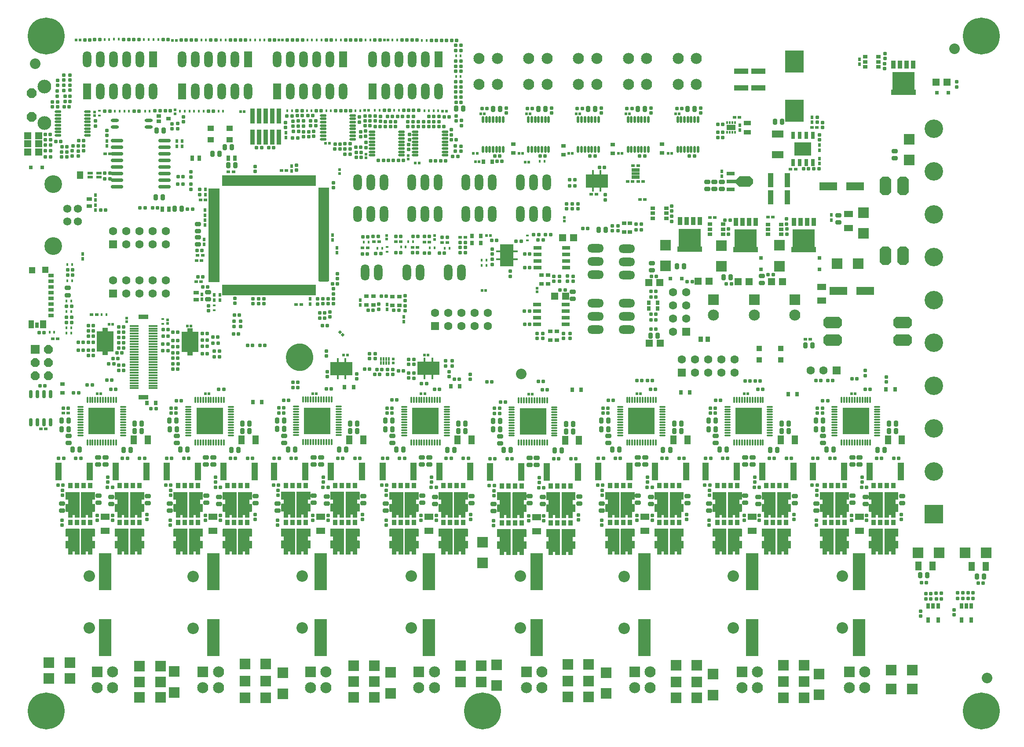
<source format=gts>
G04*
G04 #@! TF.GenerationSoftware,Altium Limited,Altium Designer,19.1.8 (144)*
G04*
G04 Layer_Color=8388736*
%FSLAX25Y25*%
%MOIN*%
G70*
G01*
G75*
%ADD114C,0.10433*%
%ADD115R,0.03937X0.20571*%
%ADD116R,0.12598X0.15551*%
%ADD117R,0.10400X0.16800*%
%ADD118R,0.16800X0.10400*%
%ADD119C,0.03200*%
G04:AMPARAMS|DCode=120|XSize=26mil|YSize=28mil|CornerRadius=6.4mil|HoleSize=0mil|Usage=FLASHONLY|Rotation=180.000|XOffset=0mil|YOffset=0mil|HoleType=Round|Shape=RoundedRectangle|*
%AMROUNDEDRECTD120*
21,1,0.02600,0.01520,0,0,180.0*
21,1,0.01320,0.02800,0,0,180.0*
1,1,0.01280,-0.00660,0.00760*
1,1,0.01280,0.00660,0.00760*
1,1,0.01280,0.00660,-0.00760*
1,1,0.01280,-0.00660,-0.00760*
%
%ADD120ROUNDEDRECTD120*%
%ADD121R,0.01581X0.01975*%
%ADD122R,0.02054X0.02054*%
%ADD123P,0.02904X4X90.0*%
G04:AMPARAMS|DCode=124|XSize=26mil|YSize=28mil|CornerRadius=6.4mil|HoleSize=0mil|Usage=FLASHONLY|Rotation=270.000|XOffset=0mil|YOffset=0mil|HoleType=Round|Shape=RoundedRectangle|*
%AMROUNDEDRECTD124*
21,1,0.02600,0.01520,0,0,270.0*
21,1,0.01320,0.02800,0,0,270.0*
1,1,0.01280,-0.00760,-0.00660*
1,1,0.01280,-0.00760,0.00660*
1,1,0.01280,0.00760,0.00660*
1,1,0.01280,0.00760,-0.00660*
%
%ADD124ROUNDEDRECTD124*%
%ADD125R,0.04337X0.12211*%
%ADD126R,0.01384X0.03550*%
%ADD127R,0.03550X0.01384*%
%ADD128R,0.01975X0.01581*%
%ADD129R,0.06699X0.01565*%
%ADD130R,0.07487X0.03550*%
%ADD131R,0.02054X0.02054*%
%ADD132R,0.05200X0.05200*%
%ADD133R,0.02565X0.02368*%
%ADD134R,0.06063X0.02451*%
%ADD135R,0.02126X0.02598*%
%ADD136O,0.05124X0.01975*%
G04:AMPARAMS|DCode=137|XSize=33.13mil|YSize=43.37mil|CornerRadius=7.83mil|HoleSize=0mil|Usage=FLASHONLY|Rotation=180.000|XOffset=0mil|YOffset=0mil|HoleType=Round|Shape=RoundedRectangle|*
%AMROUNDEDRECTD137*
21,1,0.03313,0.02772,0,0,180.0*
21,1,0.01748,0.04337,0,0,180.0*
1,1,0.01565,-0.00874,0.01386*
1,1,0.01565,0.00874,0.01386*
1,1,0.01565,0.00874,-0.01386*
1,1,0.01565,-0.00874,-0.01386*
%
%ADD137ROUNDEDRECTD137*%
%ADD138R,0.09455X0.28156*%
%ADD139R,0.13786X0.05912*%
%ADD140R,0.02762X0.03550*%
%ADD141O,0.01975X0.05124*%
%ADD142R,0.03550X0.02762*%
%ADD143R,0.06699X0.03943*%
%ADD144R,0.01384X0.02368*%
%ADD145R,0.02368X0.02565*%
%ADD146R,0.05321X0.03550*%
G04:AMPARAMS|DCode=147|XSize=33.13mil|YSize=43.37mil|CornerRadius=7.83mil|HoleSize=0mil|Usage=FLASHONLY|Rotation=90.000|XOffset=0mil|YOffset=0mil|HoleType=Round|Shape=RoundedRectangle|*
%AMROUNDEDRECTD147*
21,1,0.03313,0.02772,0,0,90.0*
21,1,0.01748,0.04337,0,0,90.0*
1,1,0.01565,0.01386,0.00874*
1,1,0.01565,0.01386,-0.00874*
1,1,0.01565,-0.01386,-0.00874*
1,1,0.01565,-0.01386,0.00874*
%
%ADD147ROUNDEDRECTD147*%
%ADD148R,0.05912X0.02762*%
%ADD149R,0.07487X0.02762*%
%ADD150R,0.08471X0.08471*%
%ADD151O,0.03550X0.01502*%
%ADD152O,0.01502X0.03550*%
%ADD153R,0.06400X0.02800*%
%ADD154R,0.08300X0.08300*%
%ADD155R,0.08300X0.08300*%
%ADD156R,0.04731X0.07093*%
%ADD157R,0.02565X0.04337*%
%ADD158R,0.04928X0.13589*%
%ADD159R,0.03353X0.04140*%
%ADD160R,0.07093X0.04731*%
%ADD161R,0.01187X0.02959*%
%ADD162R,0.01187X0.02762*%
%ADD163R,0.08471X0.08471*%
G04:AMPARAMS|DCode=164|XSize=80mil|YSize=80mil|CornerRadius=40mil|HoleSize=0mil|Usage=FLASHONLY|Rotation=180.000|XOffset=0mil|YOffset=0mil|HoleType=Round|Shape=RoundedRectangle|*
%AMROUNDEDRECTD164*
21,1,0.08000,0.00000,0,0,180.0*
21,1,0.00000,0.08000,0,0,180.0*
1,1,0.08000,0.00000,0.00000*
1,1,0.08000,0.00000,0.00000*
1,1,0.08000,0.00000,0.00000*
1,1,0.08000,0.00000,0.00000*
%
%ADD164ROUNDEDRECTD164*%
%ADD165R,0.03300X0.04300*%
%ADD166O,0.05124X0.01384*%
%ADD167O,0.01384X0.05124*%
%ADD168R,0.20479X0.20479*%
%ADD169R,0.04337X0.03156*%
%ADD170R,0.05124X0.04534*%
%ADD171R,0.05124X0.04928*%
%ADD172R,0.05124X0.06109*%
%ADD173R,0.03131X0.04337*%
%ADD174R,0.03943X0.05912*%
%ADD175O,0.02762X0.06306*%
%ADD176R,0.03353X0.11424*%
%ADD177O,0.07487X0.01381*%
%ADD178O,0.01381X0.07487*%
%ADD179R,0.05124X0.03943*%
%ADD180O,0.09455X0.02762*%
G04:AMPARAMS|DCode=181|XSize=80mil|YSize=80mil|CornerRadius=40mil|HoleSize=0mil|Usage=FLASHONLY|Rotation=270.000|XOffset=0mil|YOffset=0mil|HoleType=Round|Shape=RoundedRectangle|*
%AMROUNDEDRECTD181*
21,1,0.08000,0.00000,0,0,270.0*
21,1,0.00000,0.08000,0,0,270.0*
1,1,0.08000,0.00000,0.00000*
1,1,0.08000,0.00000,0.00000*
1,1,0.08000,0.00000,0.00000*
1,1,0.08000,0.00000,0.00000*
%
%ADD181ROUNDEDRECTD181*%
%ADD182R,0.03747X0.02762*%
%ADD183R,0.02800X0.02800*%
%ADD184R,0.03943X0.04337*%
%ADD185R,0.03943X0.01975*%
%ADD186R,0.01680X0.01463*%
%ADD187R,0.08400X0.08400*%
%ADD188R,0.03550X0.02565*%
%ADD189O,0.06109X0.02565*%
%ADD190R,0.03865X0.03038*%
%ADD191R,0.04140X0.11030*%
%ADD192R,0.08700X0.05400*%
%ADD193R,0.14179X0.16542*%
%ADD194R,0.02565X0.05321*%
%ADD195R,0.12605X0.09849*%
%ADD196R,0.03200X0.06000*%
%ADD197R,0.11030X0.04140*%
%ADD198R,0.03038X0.03865*%
%ADD199R,0.02800X0.02800*%
%ADD200C,0.06306*%
%ADD201R,0.06306X0.06306*%
%ADD202P,0.07144X8X292.5*%
%ADD203R,0.06600X0.06600*%
%ADD204O,0.06400X0.12400*%
%ADD205R,0.06400X0.12400*%
%ADD206C,0.27959*%
%ADD207C,0.08400*%
%ADD208O,0.13998X0.14000*%
%ADD209R,0.13998X0.14000*%
%ADD210O,0.12400X0.06400*%
%ADD211R,0.06306X0.06306*%
G04:AMPARAMS|DCode=212|XSize=137mil|YSize=87mil|CornerRadius=0mil|HoleSize=0mil|Usage=FLASHONLY|Rotation=180.000|XOffset=0mil|YOffset=0mil|HoleType=Round|Shape=Octagon|*
%AMOCTAGOND212*
4,1,8,-0.06850,0.02175,-0.06850,-0.02175,-0.04675,-0.04350,0.04675,-0.04350,0.06850,-0.02175,0.06850,0.02175,0.04675,0.04350,-0.04675,0.04350,-0.06850,0.02175,0.0*
%
%ADD212OCTAGOND212*%

%ADD213C,0.10400*%
%ADD214P,0.08010X8X292.5*%
%ADD215C,0.13450*%
%ADD216C,0.06200*%
G04:AMPARAMS|DCode=217|XSize=137mil|YSize=87mil|CornerRadius=0mil|HoleSize=0mil|Usage=FLASHONLY|Rotation=90.000|XOffset=0mil|YOffset=0mil|HoleType=Round|Shape=Octagon|*
%AMOCTAGOND217*
4,1,8,0.02175,0.06850,-0.02175,0.06850,-0.04350,0.04675,-0.04350,-0.04675,-0.02175,-0.06850,0.02175,-0.06850,0.04350,-0.04675,0.04350,0.04675,0.02175,0.06850,0.0*
%
%ADD217OCTAGOND217*%

%ADD218C,0.08674*%
G36*
X54386Y368985D02*
X55371D01*
Y364950D01*
X36867D01*
Y368985D01*
X37851D01*
Y382371D01*
X54386D01*
Y368985D01*
D02*
G37*
G36*
X-575540Y301314D02*
X-580245D01*
X-580244Y301314D01*
X-580245D01*
Y307105D01*
X-575540D01*
Y301314D01*
D02*
G37*
G36*
X-399220Y296210D02*
X-470104Y296210D01*
X-470104Y304182D01*
X-399239D01*
X-399220Y296210D01*
D02*
G37*
G36*
X-70421Y303327D02*
X-70383Y303315D01*
X-70349Y303296D01*
X-70318Y303272D01*
X-67759Y300712D01*
X-67734Y300682D01*
X-67716Y300647D01*
X-67704Y300609D01*
X-67700Y300570D01*
Y298208D01*
X-67704Y298169D01*
X-67716Y298131D01*
X-67734Y298096D01*
X-67759Y298066D01*
X-70318Y295507D01*
X-70349Y295482D01*
X-70383Y295463D01*
X-70421Y295452D01*
X-70460Y295448D01*
X-77941D01*
X-77980Y295452D01*
X-78018Y295463D01*
X-78052Y295482D01*
X-78083Y295507D01*
X-80661Y298086D01*
X-80661Y298086D01*
X-80673Y298099D01*
X-80686Y298116D01*
X-80699Y298139D01*
X-80705Y298151D01*
X-80717Y298189D01*
X-80720Y298228D01*
X-80720Y298228D01*
Y300551D01*
X-80717Y300590D01*
X-80705Y300628D01*
X-80686Y300662D01*
X-80661Y300693D01*
X-78083Y303272D01*
X-78083Y303272D01*
X-78066Y303285D01*
X-78052Y303296D01*
X-78018Y303315D01*
X-77980Y303327D01*
X-77941Y303330D01*
X-70460D01*
X-70421Y303327D01*
D02*
G37*
G36*
X-107543Y250138D02*
X-106559D01*
Y246102D01*
X-125063D01*
Y250138D01*
X-124079D01*
Y263524D01*
X-107543D01*
Y250138D01*
D02*
G37*
G36*
X-21194Y249738D02*
X-20210D01*
Y245703D01*
X-38714D01*
Y249738D01*
X-37730D01*
Y263124D01*
X-21194D01*
Y249738D01*
D02*
G37*
G36*
X-65194Y249738D02*
X-64209D01*
Y245702D01*
X-82713D01*
Y249738D01*
X-81729D01*
Y263124D01*
X-65194D01*
Y249738D01*
D02*
G37*
G36*
X-389090Y223808D02*
X-391020D01*
X-397260Y223793D01*
X-397260Y294674D01*
X-389090Y294674D01*
Y223808D01*
D02*
G37*
G36*
X-472161Y223205D02*
X-480331Y223205D01*
Y294070D01*
X-472161Y294090D01*
X-472161Y223205D01*
D02*
G37*
G36*
X-399242Y221210D02*
X-399242Y213139D01*
X-470107D01*
X-470126Y221210D01*
X-399242Y221210D01*
D02*
G37*
G36*
X-366140Y63941D02*
X-366102Y63929D01*
X-366067Y63911D01*
X-366037Y63885D01*
X-366012Y63855D01*
X-365993Y63820D01*
X-365982Y63783D01*
X-365978Y63743D01*
Y58232D01*
X-365982Y58192D01*
X-365993Y58155D01*
X-366012Y58120D01*
X-366037Y58089D01*
X-366067Y58064D01*
X-366102Y58046D01*
X-366140Y58034D01*
X-366179Y58031D01*
X-367927D01*
Y54889D01*
X-366179D01*
X-366140Y54885D01*
X-366102Y54874D01*
X-366067Y54855D01*
X-366037Y54830D01*
X-366012Y54800D01*
X-365993Y54765D01*
X-365982Y54727D01*
X-365978Y54688D01*
Y49176D01*
X-365982Y49137D01*
X-365993Y49099D01*
X-366012Y49065D01*
X-366037Y49034D01*
X-366067Y49009D01*
X-366102Y48991D01*
X-366140Y48979D01*
X-366179Y48976D01*
X-367927D01*
Y44609D01*
X-367931Y44570D01*
X-367942Y44533D01*
X-367961Y44498D01*
X-367986Y44467D01*
X-368016Y44442D01*
X-368051Y44424D01*
X-368089Y44412D01*
X-368128Y44409D01*
X-371081D01*
X-371120Y44412D01*
X-371158Y44424D01*
X-371192Y44442D01*
X-371223Y44467D01*
X-371248Y44498D01*
X-371266Y44533D01*
X-371278Y44570D01*
X-371282Y44609D01*
Y46613D01*
X-372947D01*
Y44609D01*
X-372951Y44570D01*
X-372962Y44533D01*
X-372980Y44498D01*
X-373006Y44467D01*
X-373036Y44442D01*
X-373071Y44424D01*
X-373108Y44412D01*
X-373148Y44409D01*
X-376317D01*
X-376356Y44412D01*
X-376394Y44424D01*
X-376429Y44442D01*
X-376459Y44467D01*
X-376484Y44498D01*
X-376503Y44533D01*
X-376514Y44570D01*
X-376518Y44609D01*
Y63743D01*
X-376514Y63783D01*
X-376503Y63820D01*
X-376484Y63855D01*
X-376459Y63885D01*
X-376429Y63911D01*
X-376394Y63929D01*
X-376356Y63941D01*
X-376317Y63944D01*
X-366179D01*
X-366140Y63941D01*
D02*
G37*
G36*
X-377853D02*
X-377815Y63929D01*
X-377780Y63911D01*
X-377750Y63885D01*
X-377725Y63855D01*
X-377706Y63820D01*
X-377695Y63783D01*
X-377691Y63743D01*
Y44609D01*
X-377695Y44570D01*
X-377706Y44533D01*
X-377725Y44498D01*
X-377750Y44467D01*
X-377780Y44442D01*
X-377815Y44424D01*
X-377853Y44412D01*
X-377892Y44409D01*
X-381061D01*
X-381100Y44412D01*
X-381138Y44424D01*
X-381173Y44442D01*
X-381203Y44467D01*
X-381228Y44498D01*
X-381247Y44533D01*
X-381258Y44570D01*
X-381262Y44609D01*
Y46613D01*
X-382927D01*
Y44609D01*
X-382931Y44570D01*
X-382942Y44533D01*
X-382961Y44498D01*
X-382986Y44467D01*
X-383016Y44442D01*
X-383051Y44424D01*
X-383089Y44412D01*
X-383128Y44409D01*
X-386081D01*
X-386120Y44412D01*
X-386158Y44424D01*
X-386192Y44442D01*
X-386223Y44467D01*
X-386248Y44498D01*
X-386266Y44533D01*
X-386278Y44570D01*
X-386282Y44609D01*
Y48976D01*
X-388030D01*
X-388069Y48979D01*
X-388106Y48991D01*
X-388141Y49009D01*
X-388172Y49034D01*
X-388197Y49065D01*
X-388215Y49099D01*
X-388227Y49137D01*
X-388230Y49176D01*
Y54688D01*
X-388227Y54727D01*
X-388215Y54765D01*
X-388197Y54800D01*
X-388172Y54830D01*
X-388141Y54855D01*
X-388106Y54874D01*
X-388069Y54885D01*
X-388030Y54889D01*
X-386282D01*
Y58031D01*
X-388030D01*
X-388069Y58034D01*
X-388106Y58046D01*
X-388141Y58064D01*
X-388172Y58089D01*
X-388197Y58120D01*
X-388215Y58155D01*
X-388227Y58192D01*
X-388230Y58232D01*
Y63743D01*
X-388227Y63783D01*
X-388215Y63820D01*
X-388197Y63855D01*
X-388172Y63885D01*
X-388141Y63911D01*
X-388106Y63929D01*
X-388069Y63941D01*
X-388030Y63944D01*
X-377892D01*
X-377853Y63941D01*
D02*
G37*
G36*
X-403389D02*
X-403351Y63929D01*
X-403316Y63911D01*
X-403286Y63885D01*
X-403261Y63855D01*
X-403242Y63820D01*
X-403231Y63783D01*
X-403227Y63743D01*
Y58232D01*
X-403231Y58192D01*
X-403242Y58155D01*
X-403261Y58120D01*
X-403286Y58089D01*
X-403316Y58064D01*
X-403351Y58046D01*
X-403389Y58034D01*
X-403428Y58031D01*
X-405176D01*
Y54889D01*
X-403428D01*
X-403389Y54885D01*
X-403351Y54874D01*
X-403316Y54855D01*
X-403286Y54830D01*
X-403261Y54800D01*
X-403242Y54765D01*
X-403231Y54727D01*
X-403227Y54688D01*
Y49176D01*
X-403231Y49137D01*
X-403242Y49099D01*
X-403261Y49065D01*
X-403286Y49034D01*
X-403316Y49009D01*
X-403351Y48991D01*
X-403389Y48979D01*
X-403428Y48976D01*
X-405176D01*
Y44609D01*
X-405180Y44570D01*
X-405191Y44533D01*
X-405210Y44498D01*
X-405235Y44467D01*
X-405265Y44442D01*
X-405300Y44424D01*
X-405337Y44412D01*
X-405377Y44409D01*
X-408329D01*
X-408369Y44412D01*
X-408406Y44424D01*
X-408441Y44442D01*
X-408472Y44467D01*
X-408497Y44498D01*
X-408515Y44533D01*
X-408527Y44570D01*
X-408530Y44609D01*
Y46613D01*
X-410195D01*
Y44609D01*
X-410199Y44570D01*
X-410211Y44533D01*
X-410229Y44498D01*
X-410254Y44467D01*
X-410285Y44442D01*
X-410320Y44424D01*
X-410357Y44412D01*
X-410396Y44409D01*
X-413566D01*
X-413605Y44412D01*
X-413643Y44424D01*
X-413677Y44442D01*
X-413708Y44467D01*
X-413733Y44498D01*
X-413751Y44533D01*
X-413763Y44570D01*
X-413767Y44609D01*
Y63743D01*
X-413763Y63783D01*
X-413751Y63820D01*
X-413733Y63855D01*
X-413708Y63885D01*
X-413677Y63911D01*
X-413643Y63929D01*
X-413605Y63941D01*
X-413566Y63944D01*
X-403428D01*
X-403389Y63941D01*
D02*
G37*
G36*
X-415101D02*
X-415064Y63929D01*
X-415029Y63911D01*
X-414998Y63885D01*
X-414973Y63855D01*
X-414955Y63820D01*
X-414943Y63783D01*
X-414939Y63743D01*
Y44609D01*
X-414943Y44570D01*
X-414955Y44533D01*
X-414973Y44498D01*
X-414998Y44467D01*
X-415029Y44442D01*
X-415064Y44424D01*
X-415101Y44412D01*
X-415140Y44409D01*
X-418310D01*
X-418349Y44412D01*
X-418387Y44424D01*
X-418421Y44442D01*
X-418452Y44467D01*
X-418477Y44498D01*
X-418495Y44533D01*
X-418507Y44570D01*
X-418511Y44609D01*
Y46613D01*
X-420176D01*
Y44609D01*
X-420180Y44570D01*
X-420191Y44533D01*
X-420210Y44498D01*
X-420235Y44467D01*
X-420265Y44442D01*
X-420300Y44424D01*
X-420337Y44412D01*
X-420377Y44409D01*
X-423329D01*
X-423369Y44412D01*
X-423406Y44424D01*
X-423441Y44442D01*
X-423472Y44467D01*
X-423497Y44498D01*
X-423515Y44533D01*
X-423527Y44570D01*
X-423530Y44609D01*
Y48976D01*
X-425278D01*
X-425317Y48979D01*
X-425355Y48991D01*
X-425390Y49009D01*
X-425420Y49034D01*
X-425445Y49065D01*
X-425464Y49099D01*
X-425475Y49137D01*
X-425479Y49176D01*
Y54688D01*
X-425475Y54727D01*
X-425464Y54765D01*
X-425445Y54800D01*
X-425420Y54830D01*
X-425390Y54855D01*
X-425355Y54874D01*
X-425317Y54885D01*
X-425278Y54889D01*
X-423530D01*
Y58031D01*
X-425278D01*
X-425317Y58034D01*
X-425355Y58046D01*
X-425390Y58064D01*
X-425420Y58089D01*
X-425445Y58120D01*
X-425464Y58155D01*
X-425475Y58192D01*
X-425479Y58232D01*
Y63743D01*
X-425475Y63783D01*
X-425464Y63820D01*
X-425445Y63855D01*
X-425420Y63885D01*
X-425390Y63911D01*
X-425355Y63929D01*
X-425317Y63941D01*
X-425278Y63944D01*
X-415140D01*
X-415101Y63941D01*
D02*
G37*
G36*
X42098Y63845D02*
X42136Y63833D01*
X42171Y63815D01*
X42201Y63789D01*
X42226Y63759D01*
X42245Y63724D01*
X42256Y63687D01*
X42260Y63647D01*
Y58136D01*
X42256Y58096D01*
X42245Y58059D01*
X42226Y58024D01*
X42201Y57994D01*
X42171Y57968D01*
X42136Y57950D01*
X42098Y57938D01*
X42059Y57935D01*
X40311D01*
Y54793D01*
X42059D01*
X42098Y54789D01*
X42136Y54778D01*
X42171Y54759D01*
X42201Y54734D01*
X42226Y54704D01*
X42245Y54669D01*
X42256Y54632D01*
X42260Y54592D01*
Y49081D01*
X42256Y49041D01*
X42245Y49004D01*
X42226Y48969D01*
X42201Y48938D01*
X42171Y48913D01*
X42136Y48895D01*
X42098Y48883D01*
X42059Y48880D01*
X40311D01*
Y44514D01*
X40307Y44474D01*
X40296Y44437D01*
X40277Y44402D01*
X40252Y44372D01*
X40222Y44346D01*
X40187Y44328D01*
X40150Y44317D01*
X40110Y44313D01*
X37157D01*
X37118Y44317D01*
X37081Y44328D01*
X37046Y44346D01*
X37015Y44372D01*
X36990Y44402D01*
X36972Y44437D01*
X36960Y44474D01*
X36957Y44514D01*
Y46517D01*
X35292D01*
Y44514D01*
X35288Y44474D01*
X35276Y44437D01*
X35258Y44402D01*
X35233Y44372D01*
X35202Y44346D01*
X35168Y44328D01*
X35130Y44317D01*
X35091Y44313D01*
X31921D01*
X31882Y44317D01*
X31844Y44328D01*
X31810Y44346D01*
X31779Y44372D01*
X31754Y44402D01*
X31736Y44437D01*
X31724Y44474D01*
X31720Y44514D01*
Y63647D01*
X31724Y63687D01*
X31736Y63724D01*
X31754Y63759D01*
X31779Y63789D01*
X31810Y63815D01*
X31844Y63833D01*
X31882Y63845D01*
X31921Y63848D01*
X42059D01*
X42098Y63845D01*
D02*
G37*
G36*
X30386D02*
X30423Y63833D01*
X30458Y63815D01*
X30489Y63789D01*
X30514Y63759D01*
X30532Y63724D01*
X30544Y63687D01*
X30547Y63647D01*
Y44514D01*
X30544Y44474D01*
X30532Y44437D01*
X30514Y44402D01*
X30489Y44372D01*
X30458Y44346D01*
X30423Y44328D01*
X30386Y44317D01*
X30347Y44313D01*
X27177D01*
X27138Y44317D01*
X27100Y44328D01*
X27066Y44346D01*
X27035Y44372D01*
X27010Y44402D01*
X26992Y44437D01*
X26980Y44474D01*
X26976Y44514D01*
Y46517D01*
X25311D01*
Y44514D01*
X25307Y44474D01*
X25296Y44437D01*
X25277Y44402D01*
X25252Y44372D01*
X25222Y44346D01*
X25187Y44328D01*
X25150Y44317D01*
X25110Y44313D01*
X22158D01*
X22118Y44317D01*
X22081Y44328D01*
X22046Y44346D01*
X22015Y44372D01*
X21991Y44402D01*
X21972Y44437D01*
X21960Y44474D01*
X21957Y44514D01*
Y48880D01*
X20209D01*
X20169Y48883D01*
X20132Y48895D01*
X20097Y48913D01*
X20067Y48938D01*
X20042Y48969D01*
X20023Y49004D01*
X20012Y49041D01*
X20008Y49081D01*
Y54592D01*
X20012Y54632D01*
X20023Y54669D01*
X20042Y54704D01*
X20067Y54734D01*
X20097Y54759D01*
X20132Y54778D01*
X20169Y54789D01*
X20209Y54793D01*
X21957D01*
Y57935D01*
X20209D01*
X20169Y57938D01*
X20132Y57950D01*
X20097Y57968D01*
X20067Y57994D01*
X20042Y58024D01*
X20023Y58059D01*
X20012Y58096D01*
X20008Y58136D01*
Y63647D01*
X20012Y63687D01*
X20023Y63724D01*
X20042Y63759D01*
X20067Y63789D01*
X20097Y63815D01*
X20132Y63833D01*
X20169Y63845D01*
X20209Y63848D01*
X30347D01*
X30386Y63845D01*
D02*
G37*
G36*
X4849D02*
X4887Y63833D01*
X4922Y63815D01*
X4952Y63789D01*
X4977Y63759D01*
X4996Y63724D01*
X5007Y63687D01*
X5011Y63647D01*
Y58136D01*
X5007Y58096D01*
X4996Y58059D01*
X4977Y58024D01*
X4952Y57994D01*
X4922Y57968D01*
X4887Y57950D01*
X4849Y57938D01*
X4810Y57935D01*
X3063D01*
Y54793D01*
X4810D01*
X4849Y54789D01*
X4887Y54778D01*
X4922Y54759D01*
X4952Y54734D01*
X4977Y54704D01*
X4996Y54669D01*
X5007Y54632D01*
X5011Y54592D01*
Y49081D01*
X5007Y49041D01*
X4996Y49004D01*
X4977Y48969D01*
X4952Y48938D01*
X4922Y48913D01*
X4887Y48895D01*
X4849Y48883D01*
X4810Y48880D01*
X3063D01*
Y44514D01*
X3059Y44474D01*
X3047Y44437D01*
X3029Y44402D01*
X3004Y44372D01*
X2973Y44346D01*
X2938Y44328D01*
X2901Y44317D01*
X2861Y44313D01*
X-91D01*
X-131Y44317D01*
X-168Y44328D01*
X-203Y44346D01*
X-233Y44372D01*
X-258Y44402D01*
X-277Y44437D01*
X-288Y44474D01*
X-292Y44514D01*
Y46517D01*
X-1957D01*
Y44514D01*
X-1961Y44474D01*
X-1973Y44437D01*
X-1991Y44402D01*
X-2016Y44372D01*
X-2046Y44346D01*
X-2081Y44328D01*
X-2119Y44317D01*
X-2158Y44313D01*
X-5328D01*
X-5367Y44317D01*
X-5404Y44328D01*
X-5439Y44346D01*
X-5470Y44372D01*
X-5495Y44402D01*
X-5513Y44437D01*
X-5525Y44474D01*
X-5528Y44514D01*
Y63647D01*
X-5525Y63687D01*
X-5513Y63724D01*
X-5495Y63759D01*
X-5470Y63789D01*
X-5439Y63815D01*
X-5404Y63833D01*
X-5367Y63845D01*
X-5328Y63848D01*
X4810D01*
X4849Y63845D01*
D02*
G37*
G36*
X-6863D02*
X-6825Y63833D01*
X-6791Y63815D01*
X-6760Y63789D01*
X-6735Y63759D01*
X-6717Y63724D01*
X-6705Y63687D01*
X-6701Y63647D01*
Y44514D01*
X-6705Y44474D01*
X-6717Y44437D01*
X-6735Y44402D01*
X-6760Y44372D01*
X-6791Y44346D01*
X-6825Y44328D01*
X-6863Y44317D01*
X-6902Y44313D01*
X-10072D01*
X-10111Y44317D01*
X-10148Y44328D01*
X-10183Y44346D01*
X-10214Y44372D01*
X-10239Y44402D01*
X-10257Y44437D01*
X-10269Y44474D01*
X-10272Y44514D01*
Y46517D01*
X-11937D01*
Y44514D01*
X-11941Y44474D01*
X-11953Y44437D01*
X-11971Y44402D01*
X-11996Y44372D01*
X-12027Y44346D01*
X-12062Y44328D01*
X-12099Y44317D01*
X-12139Y44313D01*
X-15091D01*
X-15131Y44317D01*
X-15168Y44328D01*
X-15203Y44346D01*
X-15233Y44372D01*
X-15258Y44402D01*
X-15277Y44437D01*
X-15288Y44474D01*
X-15292Y44514D01*
Y48880D01*
X-17040D01*
X-17079Y48883D01*
X-17117Y48895D01*
X-17152Y48913D01*
X-17182Y48938D01*
X-17207Y48969D01*
X-17226Y49004D01*
X-17237Y49041D01*
X-17241Y49081D01*
Y54592D01*
X-17237Y54632D01*
X-17226Y54669D01*
X-17207Y54704D01*
X-17182Y54734D01*
X-17152Y54759D01*
X-17117Y54778D01*
X-17079Y54789D01*
X-17040Y54793D01*
X-15292D01*
Y57935D01*
X-17040D01*
X-17079Y57938D01*
X-17117Y57950D01*
X-17152Y57968D01*
X-17182Y57994D01*
X-17207Y58024D01*
X-17226Y58059D01*
X-17237Y58096D01*
X-17241Y58136D01*
Y63647D01*
X-17237Y63687D01*
X-17226Y63724D01*
X-17207Y63759D01*
X-17182Y63789D01*
X-17152Y63815D01*
X-17117Y63833D01*
X-17079Y63845D01*
X-17040Y63848D01*
X-6902D01*
X-6863Y63845D01*
D02*
G37*
G36*
X-39202D02*
X-39164Y63833D01*
X-39129Y63815D01*
X-39099Y63789D01*
X-39074Y63759D01*
X-39055Y63724D01*
X-39044Y63687D01*
X-39040Y63647D01*
Y58136D01*
X-39044Y58096D01*
X-39055Y58059D01*
X-39074Y58024D01*
X-39099Y57994D01*
X-39129Y57968D01*
X-39164Y57950D01*
X-39202Y57938D01*
X-39241Y57935D01*
X-40989D01*
Y54793D01*
X-39241D01*
X-39202Y54789D01*
X-39164Y54778D01*
X-39129Y54759D01*
X-39099Y54734D01*
X-39074Y54704D01*
X-39055Y54669D01*
X-39044Y54632D01*
X-39040Y54592D01*
Y49081D01*
X-39044Y49041D01*
X-39055Y49004D01*
X-39074Y48969D01*
X-39099Y48938D01*
X-39129Y48913D01*
X-39164Y48895D01*
X-39202Y48883D01*
X-39241Y48880D01*
X-40989D01*
Y44514D01*
X-40993Y44474D01*
X-41004Y44437D01*
X-41023Y44402D01*
X-41048Y44372D01*
X-41078Y44346D01*
X-41113Y44328D01*
X-41151Y44317D01*
X-41190Y44313D01*
X-44142D01*
X-44182Y44317D01*
X-44219Y44328D01*
X-44254Y44346D01*
X-44285Y44372D01*
X-44310Y44402D01*
X-44328Y44437D01*
X-44340Y44474D01*
X-44343Y44514D01*
Y46517D01*
X-46008D01*
Y44514D01*
X-46012Y44474D01*
X-46024Y44437D01*
X-46042Y44402D01*
X-46067Y44372D01*
X-46098Y44346D01*
X-46132Y44328D01*
X-46170Y44317D01*
X-46209Y44313D01*
X-49379D01*
X-49418Y44317D01*
X-49456Y44328D01*
X-49490Y44346D01*
X-49521Y44372D01*
X-49546Y44402D01*
X-49564Y44437D01*
X-49576Y44474D01*
X-49580Y44514D01*
Y63647D01*
X-49576Y63687D01*
X-49564Y63724D01*
X-49546Y63759D01*
X-49521Y63789D01*
X-49490Y63815D01*
X-49456Y63833D01*
X-49418Y63845D01*
X-49379Y63848D01*
X-39241D01*
X-39202Y63845D01*
D02*
G37*
G36*
X-50914D02*
X-50877Y63833D01*
X-50842Y63815D01*
X-50811Y63789D01*
X-50786Y63759D01*
X-50768Y63724D01*
X-50756Y63687D01*
X-50753Y63647D01*
Y44514D01*
X-50756Y44474D01*
X-50768Y44437D01*
X-50786Y44402D01*
X-50811Y44372D01*
X-50842Y44346D01*
X-50877Y44328D01*
X-50914Y44317D01*
X-50954Y44313D01*
X-54123D01*
X-54162Y44317D01*
X-54200Y44328D01*
X-54234Y44346D01*
X-54265Y44372D01*
X-54290Y44402D01*
X-54308Y44437D01*
X-54320Y44474D01*
X-54324Y44514D01*
Y46517D01*
X-55989D01*
Y44514D01*
X-55993Y44474D01*
X-56004Y44437D01*
X-56023Y44402D01*
X-56048Y44372D01*
X-56078Y44346D01*
X-56113Y44328D01*
X-56151Y44317D01*
X-56190Y44313D01*
X-59142D01*
X-59182Y44317D01*
X-59219Y44328D01*
X-59254Y44346D01*
X-59285Y44372D01*
X-59310Y44402D01*
X-59328Y44437D01*
X-59340Y44474D01*
X-59343Y44514D01*
Y48880D01*
X-61091D01*
X-61130Y48883D01*
X-61168Y48895D01*
X-61203Y48913D01*
X-61233Y48938D01*
X-61258Y48969D01*
X-61277Y49004D01*
X-61288Y49041D01*
X-61292Y49081D01*
Y54592D01*
X-61288Y54632D01*
X-61277Y54669D01*
X-61258Y54704D01*
X-61233Y54734D01*
X-61203Y54759D01*
X-61168Y54778D01*
X-61130Y54789D01*
X-61091Y54793D01*
X-59343D01*
Y57935D01*
X-61091D01*
X-61130Y57938D01*
X-61168Y57950D01*
X-61203Y57968D01*
X-61233Y57994D01*
X-61258Y58024D01*
X-61277Y58059D01*
X-61288Y58096D01*
X-61292Y58136D01*
Y63647D01*
X-61288Y63687D01*
X-61277Y63724D01*
X-61258Y63759D01*
X-61233Y63789D01*
X-61203Y63815D01*
X-61168Y63833D01*
X-61130Y63845D01*
X-61091Y63848D01*
X-50954D01*
X-50914Y63845D01*
D02*
G37*
G36*
X-76451D02*
X-76413Y63833D01*
X-76378Y63815D01*
X-76348Y63789D01*
X-76323Y63759D01*
X-76304Y63724D01*
X-76293Y63687D01*
X-76289Y63647D01*
Y58136D01*
X-76293Y58096D01*
X-76304Y58059D01*
X-76323Y58024D01*
X-76348Y57994D01*
X-76378Y57968D01*
X-76413Y57950D01*
X-76451Y57938D01*
X-76490Y57935D01*
X-78237D01*
Y54793D01*
X-76490D01*
X-76451Y54789D01*
X-76413Y54778D01*
X-76378Y54759D01*
X-76348Y54734D01*
X-76323Y54704D01*
X-76304Y54669D01*
X-76293Y54632D01*
X-76289Y54592D01*
Y49081D01*
X-76293Y49041D01*
X-76304Y49004D01*
X-76323Y48969D01*
X-76348Y48938D01*
X-76378Y48913D01*
X-76413Y48895D01*
X-76451Y48883D01*
X-76490Y48880D01*
X-78237D01*
Y44514D01*
X-78241Y44474D01*
X-78253Y44437D01*
X-78271Y44402D01*
X-78296Y44372D01*
X-78327Y44346D01*
X-78362Y44328D01*
X-78399Y44317D01*
X-78439Y44313D01*
X-81391D01*
X-81431Y44317D01*
X-81468Y44328D01*
X-81503Y44346D01*
X-81533Y44372D01*
X-81558Y44402D01*
X-81577Y44437D01*
X-81588Y44474D01*
X-81592Y44514D01*
Y46517D01*
X-83257D01*
Y44514D01*
X-83261Y44474D01*
X-83272Y44437D01*
X-83291Y44402D01*
X-83316Y44372D01*
X-83346Y44346D01*
X-83381Y44328D01*
X-83419Y44317D01*
X-83458Y44313D01*
X-86628D01*
X-86667Y44317D01*
X-86704Y44328D01*
X-86739Y44346D01*
X-86770Y44372D01*
X-86795Y44402D01*
X-86813Y44437D01*
X-86825Y44474D01*
X-86828Y44514D01*
Y63647D01*
X-86825Y63687D01*
X-86813Y63724D01*
X-86795Y63759D01*
X-86770Y63789D01*
X-86739Y63815D01*
X-86704Y63833D01*
X-86667Y63845D01*
X-86628Y63848D01*
X-76490D01*
X-76451Y63845D01*
D02*
G37*
G36*
X-88163D02*
X-88125Y63833D01*
X-88091Y63815D01*
X-88060Y63789D01*
X-88035Y63759D01*
X-88017Y63724D01*
X-88005Y63687D01*
X-88001Y63647D01*
Y44514D01*
X-88005Y44474D01*
X-88017Y44437D01*
X-88035Y44402D01*
X-88060Y44372D01*
X-88091Y44346D01*
X-88125Y44328D01*
X-88163Y44317D01*
X-88202Y44313D01*
X-91372D01*
X-91411Y44317D01*
X-91448Y44328D01*
X-91483Y44346D01*
X-91514Y44372D01*
X-91539Y44402D01*
X-91557Y44437D01*
X-91569Y44474D01*
X-91572Y44514D01*
Y46517D01*
X-93238D01*
Y44514D01*
X-93241Y44474D01*
X-93253Y44437D01*
X-93271Y44402D01*
X-93296Y44372D01*
X-93327Y44346D01*
X-93362Y44328D01*
X-93399Y44317D01*
X-93439Y44313D01*
X-96391D01*
X-96430Y44317D01*
X-96468Y44328D01*
X-96503Y44346D01*
X-96533Y44372D01*
X-96558Y44402D01*
X-96577Y44437D01*
X-96588Y44474D01*
X-96592Y44514D01*
Y48880D01*
X-98340D01*
X-98379Y48883D01*
X-98417Y48895D01*
X-98452Y48913D01*
X-98482Y48938D01*
X-98507Y48969D01*
X-98526Y49004D01*
X-98537Y49041D01*
X-98541Y49081D01*
Y54592D01*
X-98537Y54632D01*
X-98526Y54669D01*
X-98507Y54704D01*
X-98482Y54734D01*
X-98452Y54759D01*
X-98417Y54778D01*
X-98379Y54789D01*
X-98340Y54793D01*
X-96592D01*
Y57935D01*
X-98340D01*
X-98379Y57938D01*
X-98417Y57950D01*
X-98452Y57968D01*
X-98482Y57994D01*
X-98507Y58024D01*
X-98526Y58059D01*
X-98537Y58096D01*
X-98541Y58136D01*
Y63647D01*
X-98537Y63687D01*
X-98526Y63724D01*
X-98507Y63759D01*
X-98482Y63789D01*
X-98452Y63815D01*
X-98417Y63833D01*
X-98379Y63845D01*
X-98340Y63848D01*
X-88202D01*
X-88163Y63845D01*
D02*
G37*
G36*
X-120502D02*
X-120464Y63833D01*
X-120429Y63815D01*
X-120399Y63789D01*
X-120374Y63759D01*
X-120355Y63724D01*
X-120344Y63687D01*
X-120340Y63647D01*
Y58136D01*
X-120344Y58096D01*
X-120355Y58059D01*
X-120374Y58024D01*
X-120399Y57994D01*
X-120429Y57968D01*
X-120464Y57950D01*
X-120502Y57938D01*
X-120541Y57935D01*
X-122289D01*
Y54793D01*
X-120541D01*
X-120502Y54789D01*
X-120464Y54778D01*
X-120429Y54759D01*
X-120399Y54734D01*
X-120374Y54704D01*
X-120355Y54669D01*
X-120344Y54632D01*
X-120340Y54592D01*
Y49081D01*
X-120344Y49041D01*
X-120355Y49004D01*
X-120374Y48969D01*
X-120399Y48938D01*
X-120429Y48913D01*
X-120464Y48895D01*
X-120502Y48883D01*
X-120541Y48880D01*
X-122289D01*
Y44514D01*
X-122293Y44474D01*
X-122304Y44437D01*
X-122323Y44402D01*
X-122348Y44372D01*
X-122378Y44346D01*
X-122413Y44328D01*
X-122450Y44317D01*
X-122490Y44313D01*
X-125443D01*
X-125482Y44317D01*
X-125519Y44328D01*
X-125554Y44346D01*
X-125585Y44372D01*
X-125610Y44402D01*
X-125628Y44437D01*
X-125640Y44474D01*
X-125643Y44514D01*
Y46517D01*
X-127308D01*
Y44514D01*
X-127312Y44474D01*
X-127324Y44437D01*
X-127342Y44402D01*
X-127367Y44372D01*
X-127398Y44346D01*
X-127433Y44328D01*
X-127470Y44317D01*
X-127509Y44313D01*
X-130679D01*
X-130718Y44317D01*
X-130756Y44328D01*
X-130790Y44346D01*
X-130821Y44372D01*
X-130846Y44402D01*
X-130864Y44437D01*
X-130876Y44474D01*
X-130880Y44514D01*
Y63647D01*
X-130876Y63687D01*
X-130864Y63724D01*
X-130846Y63759D01*
X-130821Y63789D01*
X-130790Y63815D01*
X-130756Y63833D01*
X-130718Y63845D01*
X-130679Y63848D01*
X-120541D01*
X-120502Y63845D01*
D02*
G37*
G36*
X-132214D02*
X-132177Y63833D01*
X-132142Y63815D01*
X-132111Y63789D01*
X-132086Y63759D01*
X-132068Y63724D01*
X-132056Y63687D01*
X-132053Y63647D01*
Y44514D01*
X-132056Y44474D01*
X-132068Y44437D01*
X-132086Y44402D01*
X-132111Y44372D01*
X-132142Y44346D01*
X-132177Y44328D01*
X-132214Y44317D01*
X-132254Y44313D01*
X-135423D01*
X-135462Y44317D01*
X-135500Y44328D01*
X-135534Y44346D01*
X-135565Y44372D01*
X-135590Y44402D01*
X-135608Y44437D01*
X-135620Y44474D01*
X-135624Y44514D01*
Y46517D01*
X-137289D01*
Y44514D01*
X-137293Y44474D01*
X-137304Y44437D01*
X-137323Y44402D01*
X-137348Y44372D01*
X-137378Y44346D01*
X-137413Y44328D01*
X-137451Y44317D01*
X-137490Y44313D01*
X-140443D01*
X-140482Y44317D01*
X-140519Y44328D01*
X-140554Y44346D01*
X-140585Y44372D01*
X-140610Y44402D01*
X-140628Y44437D01*
X-140640Y44474D01*
X-140643Y44514D01*
Y48880D01*
X-142391D01*
X-142430Y48883D01*
X-142468Y48895D01*
X-142503Y48913D01*
X-142533Y48938D01*
X-142558Y48969D01*
X-142577Y49004D01*
X-142588Y49041D01*
X-142592Y49081D01*
Y54592D01*
X-142588Y54632D01*
X-142577Y54669D01*
X-142558Y54704D01*
X-142533Y54734D01*
X-142503Y54759D01*
X-142468Y54778D01*
X-142430Y54789D01*
X-142391Y54793D01*
X-140643D01*
Y57935D01*
X-142391D01*
X-142430Y57938D01*
X-142468Y57950D01*
X-142503Y57968D01*
X-142533Y57994D01*
X-142558Y58024D01*
X-142577Y58059D01*
X-142588Y58096D01*
X-142592Y58136D01*
Y63647D01*
X-142588Y63687D01*
X-142577Y63724D01*
X-142558Y63759D01*
X-142533Y63789D01*
X-142503Y63815D01*
X-142468Y63833D01*
X-142430Y63845D01*
X-142391Y63848D01*
X-132254D01*
X-132214Y63845D01*
D02*
G37*
G36*
X-157750D02*
X-157713Y63833D01*
X-157678Y63815D01*
X-157648Y63789D01*
X-157623Y63759D01*
X-157604Y63724D01*
X-157593Y63687D01*
X-157589Y63647D01*
Y58136D01*
X-157593Y58096D01*
X-157604Y58059D01*
X-157623Y58024D01*
X-157648Y57994D01*
X-157678Y57968D01*
X-157713Y57950D01*
X-157750Y57938D01*
X-157790Y57935D01*
X-159537D01*
Y54793D01*
X-157790D01*
X-157750Y54789D01*
X-157713Y54778D01*
X-157678Y54759D01*
X-157648Y54734D01*
X-157623Y54704D01*
X-157604Y54669D01*
X-157593Y54632D01*
X-157589Y54592D01*
Y49081D01*
X-157593Y49041D01*
X-157604Y49004D01*
X-157623Y48969D01*
X-157648Y48938D01*
X-157678Y48913D01*
X-157713Y48895D01*
X-157750Y48883D01*
X-157790Y48880D01*
X-159537D01*
Y44514D01*
X-159541Y44474D01*
X-159553Y44437D01*
X-159571Y44402D01*
X-159596Y44372D01*
X-159627Y44346D01*
X-159662Y44328D01*
X-159699Y44317D01*
X-159739Y44313D01*
X-162691D01*
X-162731Y44317D01*
X-162768Y44328D01*
X-162803Y44346D01*
X-162833Y44372D01*
X-162858Y44402D01*
X-162877Y44437D01*
X-162888Y44474D01*
X-162892Y44514D01*
Y46517D01*
X-164557D01*
Y44514D01*
X-164561Y44474D01*
X-164573Y44437D01*
X-164591Y44402D01*
X-164616Y44372D01*
X-164646Y44346D01*
X-164681Y44328D01*
X-164719Y44317D01*
X-164758Y44313D01*
X-167928D01*
X-167967Y44317D01*
X-168004Y44328D01*
X-168039Y44346D01*
X-168070Y44372D01*
X-168095Y44402D01*
X-168113Y44437D01*
X-168125Y44474D01*
X-168128Y44514D01*
Y63647D01*
X-168125Y63687D01*
X-168113Y63724D01*
X-168095Y63759D01*
X-168070Y63789D01*
X-168039Y63815D01*
X-168004Y63833D01*
X-167967Y63845D01*
X-167928Y63848D01*
X-157790D01*
X-157750Y63845D01*
D02*
G37*
G36*
X-169463D02*
X-169425Y63833D01*
X-169391Y63815D01*
X-169360Y63789D01*
X-169335Y63759D01*
X-169317Y63724D01*
X-169305Y63687D01*
X-169301Y63647D01*
Y44514D01*
X-169305Y44474D01*
X-169317Y44437D01*
X-169335Y44402D01*
X-169360Y44372D01*
X-169391Y44346D01*
X-169425Y44328D01*
X-169463Y44317D01*
X-169502Y44313D01*
X-172672D01*
X-172711Y44317D01*
X-172748Y44328D01*
X-172783Y44346D01*
X-172814Y44372D01*
X-172839Y44402D01*
X-172857Y44437D01*
X-172869Y44474D01*
X-172872Y44514D01*
Y46517D01*
X-174538D01*
Y44514D01*
X-174541Y44474D01*
X-174553Y44437D01*
X-174571Y44402D01*
X-174596Y44372D01*
X-174627Y44346D01*
X-174662Y44328D01*
X-174699Y44317D01*
X-174739Y44313D01*
X-177691D01*
X-177731Y44317D01*
X-177768Y44328D01*
X-177803Y44346D01*
X-177833Y44372D01*
X-177858Y44402D01*
X-177877Y44437D01*
X-177888Y44474D01*
X-177892Y44514D01*
Y48880D01*
X-179640D01*
X-179679Y48883D01*
X-179717Y48895D01*
X-179752Y48913D01*
X-179782Y48938D01*
X-179807Y48969D01*
X-179826Y49004D01*
X-179837Y49041D01*
X-179841Y49081D01*
Y54592D01*
X-179837Y54632D01*
X-179826Y54669D01*
X-179807Y54704D01*
X-179782Y54734D01*
X-179752Y54759D01*
X-179717Y54778D01*
X-179679Y54789D01*
X-179640Y54793D01*
X-177892D01*
Y57935D01*
X-179640D01*
X-179679Y57938D01*
X-179717Y57950D01*
X-179752Y57968D01*
X-179782Y57994D01*
X-179807Y58024D01*
X-179826Y58059D01*
X-179837Y58096D01*
X-179841Y58136D01*
Y63647D01*
X-179837Y63687D01*
X-179826Y63724D01*
X-179807Y63759D01*
X-179782Y63789D01*
X-179752Y63815D01*
X-179717Y63833D01*
X-179679Y63845D01*
X-179640Y63848D01*
X-169502D01*
X-169463Y63845D01*
D02*
G37*
G36*
X-284084D02*
X-284047Y63833D01*
X-284012Y63815D01*
X-283981Y63789D01*
X-283956Y63759D01*
X-283938Y63724D01*
X-283926Y63687D01*
X-283923Y63647D01*
Y58136D01*
X-283926Y58096D01*
X-283938Y58059D01*
X-283956Y58024D01*
X-283981Y57994D01*
X-284012Y57968D01*
X-284047Y57950D01*
X-284084Y57938D01*
X-284123Y57935D01*
X-285871D01*
Y54793D01*
X-284123D01*
X-284084Y54789D01*
X-284047Y54778D01*
X-284012Y54759D01*
X-283981Y54734D01*
X-283956Y54704D01*
X-283938Y54669D01*
X-283926Y54632D01*
X-283923Y54592D01*
Y49081D01*
X-283926Y49041D01*
X-283938Y49004D01*
X-283956Y48969D01*
X-283981Y48938D01*
X-284012Y48913D01*
X-284047Y48895D01*
X-284084Y48883D01*
X-284123Y48880D01*
X-285871D01*
Y44514D01*
X-285875Y44474D01*
X-285887Y44437D01*
X-285905Y44402D01*
X-285930Y44372D01*
X-285961Y44346D01*
X-285996Y44328D01*
X-286033Y44317D01*
X-286072Y44313D01*
X-289025D01*
X-289064Y44317D01*
X-289102Y44328D01*
X-289137Y44346D01*
X-289167Y44372D01*
X-289192Y44402D01*
X-289211Y44437D01*
X-289222Y44474D01*
X-289226Y44514D01*
Y46517D01*
X-290891D01*
Y44514D01*
X-290895Y44474D01*
X-290906Y44437D01*
X-290925Y44402D01*
X-290950Y44372D01*
X-290980Y44346D01*
X-291015Y44328D01*
X-291053Y44317D01*
X-291092Y44313D01*
X-294261D01*
X-294301Y44317D01*
X-294338Y44328D01*
X-294373Y44346D01*
X-294404Y44372D01*
X-294428Y44402D01*
X-294447Y44437D01*
X-294459Y44474D01*
X-294462Y44514D01*
Y63647D01*
X-294459Y63687D01*
X-294447Y63724D01*
X-294428Y63759D01*
X-294404Y63789D01*
X-294373Y63815D01*
X-294338Y63833D01*
X-294301Y63845D01*
X-294261Y63848D01*
X-284123D01*
X-284084Y63845D01*
D02*
G37*
G36*
X-295797D02*
X-295759Y63833D01*
X-295725Y63815D01*
X-295694Y63789D01*
X-295669Y63759D01*
X-295651Y63724D01*
X-295639Y63687D01*
X-295635Y63647D01*
Y44514D01*
X-295639Y44474D01*
X-295651Y44437D01*
X-295669Y44402D01*
X-295694Y44372D01*
X-295725Y44346D01*
X-295759Y44328D01*
X-295797Y44317D01*
X-295836Y44313D01*
X-299005D01*
X-299045Y44317D01*
X-299082Y44328D01*
X-299117Y44346D01*
X-299148Y44372D01*
X-299172Y44402D01*
X-299191Y44437D01*
X-299203Y44474D01*
X-299206Y44514D01*
Y46517D01*
X-300871D01*
Y44514D01*
X-300875Y44474D01*
X-300887Y44437D01*
X-300905Y44402D01*
X-300930Y44372D01*
X-300961Y44346D01*
X-300995Y44328D01*
X-301033Y44317D01*
X-301072Y44313D01*
X-304025D01*
X-304064Y44317D01*
X-304102Y44328D01*
X-304137Y44346D01*
X-304167Y44372D01*
X-304192Y44402D01*
X-304211Y44437D01*
X-304222Y44474D01*
X-304226Y44514D01*
Y48880D01*
X-305974D01*
X-306013Y48883D01*
X-306051Y48895D01*
X-306086Y48913D01*
X-306116Y48938D01*
X-306141Y48969D01*
X-306160Y49004D01*
X-306171Y49041D01*
X-306175Y49081D01*
Y54592D01*
X-306171Y54632D01*
X-306160Y54669D01*
X-306141Y54704D01*
X-306116Y54734D01*
X-306086Y54759D01*
X-306051Y54778D01*
X-306013Y54789D01*
X-305974Y54793D01*
X-304226D01*
Y57935D01*
X-305974D01*
X-306013Y57938D01*
X-306051Y57950D01*
X-306086Y57968D01*
X-306116Y57994D01*
X-306141Y58024D01*
X-306160Y58059D01*
X-306171Y58096D01*
X-306175Y58136D01*
Y63647D01*
X-306171Y63687D01*
X-306160Y63724D01*
X-306141Y63759D01*
X-306116Y63789D01*
X-306086Y63815D01*
X-306051Y63833D01*
X-306013Y63845D01*
X-305974Y63848D01*
X-295836D01*
X-295797Y63845D01*
D02*
G37*
G36*
X-321333D02*
X-321295Y63833D01*
X-321261Y63815D01*
X-321230Y63789D01*
X-321205Y63759D01*
X-321187Y63724D01*
X-321175Y63687D01*
X-321171Y63647D01*
Y58136D01*
X-321175Y58096D01*
X-321187Y58059D01*
X-321205Y58024D01*
X-321230Y57994D01*
X-321261Y57968D01*
X-321295Y57950D01*
X-321333Y57938D01*
X-321372Y57935D01*
X-323120D01*
Y54793D01*
X-321372D01*
X-321333Y54789D01*
X-321295Y54778D01*
X-321261Y54759D01*
X-321230Y54734D01*
X-321205Y54704D01*
X-321187Y54669D01*
X-321175Y54632D01*
X-321171Y54592D01*
Y49081D01*
X-321175Y49041D01*
X-321187Y49004D01*
X-321205Y48969D01*
X-321230Y48938D01*
X-321261Y48913D01*
X-321295Y48895D01*
X-321333Y48883D01*
X-321372Y48880D01*
X-323120D01*
Y44514D01*
X-323124Y44474D01*
X-323135Y44437D01*
X-323154Y44402D01*
X-323179Y44372D01*
X-323210Y44346D01*
X-323244Y44328D01*
X-323282Y44317D01*
X-323321Y44313D01*
X-326274D01*
X-326313Y44317D01*
X-326351Y44328D01*
X-326386Y44346D01*
X-326416Y44372D01*
X-326441Y44402D01*
X-326460Y44437D01*
X-326471Y44474D01*
X-326475Y44514D01*
Y46517D01*
X-328140D01*
Y44514D01*
X-328144Y44474D01*
X-328155Y44437D01*
X-328174Y44402D01*
X-328199Y44372D01*
X-328229Y44346D01*
X-328264Y44328D01*
X-328302Y44317D01*
X-328341Y44313D01*
X-331510D01*
X-331549Y44317D01*
X-331587Y44328D01*
X-331622Y44346D01*
X-331652Y44372D01*
X-331677Y44402D01*
X-331696Y44437D01*
X-331707Y44474D01*
X-331711Y44514D01*
Y63647D01*
X-331707Y63687D01*
X-331696Y63724D01*
X-331677Y63759D01*
X-331652Y63789D01*
X-331622Y63815D01*
X-331587Y63833D01*
X-331549Y63845D01*
X-331510Y63848D01*
X-321372D01*
X-321333Y63845D01*
D02*
G37*
G36*
X-333046D02*
X-333008Y63833D01*
X-332973Y63815D01*
X-332943Y63789D01*
X-332918Y63759D01*
X-332899Y63724D01*
X-332888Y63687D01*
X-332884Y63647D01*
Y44514D01*
X-332888Y44474D01*
X-332899Y44437D01*
X-332918Y44402D01*
X-332943Y44372D01*
X-332973Y44346D01*
X-333008Y44328D01*
X-333046Y44317D01*
X-333085Y44313D01*
X-336254D01*
X-336293Y44317D01*
X-336331Y44328D01*
X-336366Y44346D01*
X-336396Y44372D01*
X-336421Y44402D01*
X-336440Y44437D01*
X-336451Y44474D01*
X-336455Y44514D01*
Y46517D01*
X-338120D01*
Y44514D01*
X-338124Y44474D01*
X-338136Y44437D01*
X-338154Y44402D01*
X-338179Y44372D01*
X-338210Y44346D01*
X-338244Y44328D01*
X-338282Y44317D01*
X-338321Y44313D01*
X-341274D01*
X-341313Y44317D01*
X-341351Y44328D01*
X-341386Y44346D01*
X-341416Y44372D01*
X-341441Y44402D01*
X-341460Y44437D01*
X-341471Y44474D01*
X-341475Y44514D01*
Y48880D01*
X-343223D01*
X-343262Y48883D01*
X-343300Y48895D01*
X-343334Y48913D01*
X-343365Y48938D01*
X-343390Y48969D01*
X-343408Y49004D01*
X-343420Y49041D01*
X-343424Y49081D01*
Y54592D01*
X-343420Y54632D01*
X-343408Y54669D01*
X-343390Y54704D01*
X-343365Y54734D01*
X-343334Y54759D01*
X-343300Y54778D01*
X-343262Y54789D01*
X-343223Y54793D01*
X-341475D01*
Y57935D01*
X-343223D01*
X-343262Y57938D01*
X-343300Y57950D01*
X-343334Y57968D01*
X-343365Y57994D01*
X-343390Y58024D01*
X-343408Y58059D01*
X-343420Y58096D01*
X-343424Y58136D01*
Y63647D01*
X-343420Y63687D01*
X-343408Y63724D01*
X-343390Y63759D01*
X-343365Y63789D01*
X-343334Y63815D01*
X-343300Y63833D01*
X-343262Y63845D01*
X-343223Y63848D01*
X-333085D01*
X-333046Y63845D01*
D02*
G37*
G36*
X-447667D02*
X-447629Y63833D01*
X-447595Y63815D01*
X-447564Y63789D01*
X-447539Y63759D01*
X-447521Y63724D01*
X-447509Y63687D01*
X-447505Y63647D01*
Y58136D01*
X-447509Y58096D01*
X-447521Y58059D01*
X-447539Y58024D01*
X-447564Y57994D01*
X-447595Y57968D01*
X-447629Y57950D01*
X-447667Y57938D01*
X-447706Y57935D01*
X-449454D01*
Y54793D01*
X-447706D01*
X-447667Y54789D01*
X-447629Y54778D01*
X-447595Y54759D01*
X-447564Y54734D01*
X-447539Y54704D01*
X-447521Y54669D01*
X-447509Y54632D01*
X-447505Y54592D01*
Y49081D01*
X-447509Y49041D01*
X-447521Y49004D01*
X-447539Y48969D01*
X-447564Y48938D01*
X-447595Y48913D01*
X-447629Y48895D01*
X-447667Y48883D01*
X-447706Y48880D01*
X-449454D01*
Y44514D01*
X-449458Y44474D01*
X-449469Y44437D01*
X-449488Y44402D01*
X-449513Y44372D01*
X-449543Y44346D01*
X-449578Y44328D01*
X-449616Y44317D01*
X-449655Y44313D01*
X-452608D01*
X-452647Y44317D01*
X-452685Y44328D01*
X-452719Y44346D01*
X-452750Y44372D01*
X-452775Y44402D01*
X-452794Y44437D01*
X-452805Y44474D01*
X-452809Y44514D01*
Y46517D01*
X-454474D01*
Y44514D01*
X-454478Y44474D01*
X-454489Y44437D01*
X-454508Y44402D01*
X-454533Y44372D01*
X-454563Y44346D01*
X-454598Y44328D01*
X-454635Y44317D01*
X-454675Y44313D01*
X-457844D01*
X-457883Y44317D01*
X-457921Y44328D01*
X-457956Y44346D01*
X-457986Y44372D01*
X-458011Y44402D01*
X-458030Y44437D01*
X-458041Y44474D01*
X-458045Y44514D01*
Y63647D01*
X-458041Y63687D01*
X-458030Y63724D01*
X-458011Y63759D01*
X-457986Y63789D01*
X-457956Y63815D01*
X-457921Y63833D01*
X-457883Y63845D01*
X-457844Y63848D01*
X-447706D01*
X-447667Y63845D01*
D02*
G37*
G36*
X-459380D02*
X-459342Y63833D01*
X-459307Y63815D01*
X-459277Y63789D01*
X-459252Y63759D01*
X-459233Y63724D01*
X-459222Y63687D01*
X-459218Y63647D01*
Y44514D01*
X-459222Y44474D01*
X-459233Y44437D01*
X-459252Y44402D01*
X-459277Y44372D01*
X-459307Y44346D01*
X-459342Y44328D01*
X-459380Y44317D01*
X-459419Y44313D01*
X-462588D01*
X-462627Y44317D01*
X-462665Y44328D01*
X-462700Y44346D01*
X-462730Y44372D01*
X-462755Y44402D01*
X-462774Y44437D01*
X-462785Y44474D01*
X-462789Y44514D01*
Y46517D01*
X-464454D01*
Y44514D01*
X-464458Y44474D01*
X-464469Y44437D01*
X-464488Y44402D01*
X-464513Y44372D01*
X-464543Y44346D01*
X-464578Y44328D01*
X-464616Y44317D01*
X-464655Y44313D01*
X-467608D01*
X-467647Y44317D01*
X-467685Y44328D01*
X-467720Y44346D01*
X-467750Y44372D01*
X-467775Y44402D01*
X-467794Y44437D01*
X-467805Y44474D01*
X-467809Y44514D01*
Y48880D01*
X-469557D01*
X-469596Y48883D01*
X-469633Y48895D01*
X-469668Y48913D01*
X-469699Y48938D01*
X-469724Y48969D01*
X-469742Y49004D01*
X-469754Y49041D01*
X-469758Y49081D01*
Y54592D01*
X-469754Y54632D01*
X-469742Y54669D01*
X-469724Y54704D01*
X-469699Y54734D01*
X-469668Y54759D01*
X-469633Y54778D01*
X-469596Y54789D01*
X-469557Y54793D01*
X-467809D01*
Y57935D01*
X-469557D01*
X-469596Y57938D01*
X-469633Y57950D01*
X-469668Y57968D01*
X-469699Y57994D01*
X-469724Y58024D01*
X-469742Y58059D01*
X-469754Y58096D01*
X-469758Y58136D01*
Y63647D01*
X-469754Y63687D01*
X-469742Y63724D01*
X-469724Y63759D01*
X-469699Y63789D01*
X-469668Y63815D01*
X-469633Y63833D01*
X-469596Y63845D01*
X-469557Y63848D01*
X-459419D01*
X-459380Y63845D01*
D02*
G37*
G36*
X-484916D02*
X-484878Y63833D01*
X-484843Y63815D01*
X-484813Y63789D01*
X-484788Y63759D01*
X-484769Y63724D01*
X-484758Y63687D01*
X-484754Y63647D01*
Y58136D01*
X-484758Y58096D01*
X-484769Y58059D01*
X-484788Y58024D01*
X-484813Y57994D01*
X-484843Y57968D01*
X-484878Y57950D01*
X-484916Y57938D01*
X-484955Y57935D01*
X-486703D01*
Y54793D01*
X-484955D01*
X-484916Y54789D01*
X-484878Y54778D01*
X-484843Y54759D01*
X-484813Y54734D01*
X-484788Y54704D01*
X-484769Y54669D01*
X-484758Y54632D01*
X-484754Y54592D01*
Y49081D01*
X-484758Y49041D01*
X-484769Y49004D01*
X-484788Y48969D01*
X-484813Y48938D01*
X-484843Y48913D01*
X-484878Y48895D01*
X-484916Y48883D01*
X-484955Y48880D01*
X-486703D01*
Y44514D01*
X-486707Y44474D01*
X-486718Y44437D01*
X-486737Y44402D01*
X-486762Y44372D01*
X-486792Y44346D01*
X-486827Y44328D01*
X-486865Y44317D01*
X-486904Y44313D01*
X-489857D01*
X-489896Y44317D01*
X-489933Y44328D01*
X-489968Y44346D01*
X-489999Y44372D01*
X-490024Y44402D01*
X-490042Y44437D01*
X-490054Y44474D01*
X-490058Y44514D01*
Y46517D01*
X-491723D01*
Y44514D01*
X-491726Y44474D01*
X-491738Y44437D01*
X-491756Y44402D01*
X-491781Y44372D01*
X-491812Y44346D01*
X-491847Y44328D01*
X-491884Y44317D01*
X-491924Y44313D01*
X-495093D01*
X-495132Y44317D01*
X-495170Y44328D01*
X-495204Y44346D01*
X-495235Y44372D01*
X-495260Y44402D01*
X-495279Y44437D01*
X-495290Y44474D01*
X-495294Y44514D01*
Y63647D01*
X-495290Y63687D01*
X-495279Y63724D01*
X-495260Y63759D01*
X-495235Y63789D01*
X-495204Y63815D01*
X-495170Y63833D01*
X-495132Y63845D01*
X-495093Y63848D01*
X-484955D01*
X-484916Y63845D01*
D02*
G37*
G36*
X-496628D02*
X-496591Y63833D01*
X-496556Y63815D01*
X-496525Y63789D01*
X-496500Y63759D01*
X-496482Y63724D01*
X-496470Y63687D01*
X-496467Y63647D01*
Y44514D01*
X-496470Y44474D01*
X-496482Y44437D01*
X-496500Y44402D01*
X-496525Y44372D01*
X-496556Y44346D01*
X-496591Y44328D01*
X-496628Y44317D01*
X-496668Y44313D01*
X-499837D01*
X-499876Y44317D01*
X-499914Y44328D01*
X-499949Y44346D01*
X-499979Y44372D01*
X-500004Y44402D01*
X-500023Y44437D01*
X-500034Y44474D01*
X-500038Y44514D01*
Y46517D01*
X-501703D01*
Y44514D01*
X-501707Y44474D01*
X-501718Y44437D01*
X-501737Y44402D01*
X-501762Y44372D01*
X-501792Y44346D01*
X-501827Y44328D01*
X-501865Y44317D01*
X-501904Y44313D01*
X-504857D01*
X-504896Y44317D01*
X-504934Y44328D01*
X-504968Y44346D01*
X-504999Y44372D01*
X-505024Y44402D01*
X-505042Y44437D01*
X-505054Y44474D01*
X-505058Y44514D01*
Y48880D01*
X-506805D01*
X-506845Y48883D01*
X-506882Y48895D01*
X-506917Y48913D01*
X-506948Y48938D01*
X-506973Y48969D01*
X-506991Y49004D01*
X-507002Y49041D01*
X-507006Y49081D01*
Y54592D01*
X-507002Y54632D01*
X-506991Y54669D01*
X-506973Y54704D01*
X-506948Y54734D01*
X-506917Y54759D01*
X-506882Y54778D01*
X-506845Y54789D01*
X-506805Y54793D01*
X-505058D01*
Y57935D01*
X-506805D01*
X-506845Y57938D01*
X-506882Y57950D01*
X-506917Y57968D01*
X-506948Y57994D01*
X-506973Y58024D01*
X-506991Y58059D01*
X-507002Y58096D01*
X-507006Y58136D01*
Y63647D01*
X-507002Y63687D01*
X-506991Y63724D01*
X-506973Y63759D01*
X-506948Y63789D01*
X-506917Y63815D01*
X-506882Y63833D01*
X-506845Y63845D01*
X-506805Y63848D01*
X-496668D01*
X-496628Y63845D01*
D02*
G37*
G36*
X-529458D02*
X-529421Y63833D01*
X-529386Y63815D01*
X-529355Y63789D01*
X-529330Y63759D01*
X-529312Y63724D01*
X-529300Y63687D01*
X-529297Y63647D01*
Y58136D01*
X-529300Y58096D01*
X-529312Y58059D01*
X-529330Y58024D01*
X-529355Y57994D01*
X-529386Y57968D01*
X-529421Y57950D01*
X-529458Y57938D01*
X-529498Y57935D01*
X-531245D01*
Y54793D01*
X-529498D01*
X-529458Y54789D01*
X-529421Y54778D01*
X-529386Y54759D01*
X-529355Y54734D01*
X-529330Y54704D01*
X-529312Y54669D01*
X-529300Y54632D01*
X-529297Y54592D01*
Y49081D01*
X-529300Y49041D01*
X-529312Y49004D01*
X-529330Y48969D01*
X-529355Y48938D01*
X-529386Y48913D01*
X-529421Y48895D01*
X-529458Y48883D01*
X-529498Y48880D01*
X-531245D01*
Y44514D01*
X-531249Y44474D01*
X-531261Y44437D01*
X-531279Y44402D01*
X-531304Y44372D01*
X-531335Y44346D01*
X-531369Y44328D01*
X-531407Y44317D01*
X-531446Y44313D01*
X-534399D01*
X-534438Y44317D01*
X-534476Y44328D01*
X-534511Y44346D01*
X-534541Y44372D01*
X-534566Y44402D01*
X-534585Y44437D01*
X-534596Y44474D01*
X-534600Y44514D01*
Y46517D01*
X-536265D01*
Y44514D01*
X-536269Y44474D01*
X-536280Y44437D01*
X-536299Y44402D01*
X-536324Y44372D01*
X-536354Y44346D01*
X-536389Y44328D01*
X-536427Y44317D01*
X-536466Y44313D01*
X-539635D01*
X-539675Y44317D01*
X-539712Y44328D01*
X-539747Y44346D01*
X-539778Y44372D01*
X-539803Y44402D01*
X-539821Y44437D01*
X-539832Y44474D01*
X-539836Y44514D01*
Y63647D01*
X-539832Y63687D01*
X-539821Y63724D01*
X-539803Y63759D01*
X-539778Y63789D01*
X-539747Y63815D01*
X-539712Y63833D01*
X-539675Y63845D01*
X-539635Y63848D01*
X-529498D01*
X-529458Y63845D01*
D02*
G37*
G36*
X-541171D02*
X-541133Y63833D01*
X-541098Y63815D01*
X-541068Y63789D01*
X-541043Y63759D01*
X-541024Y63724D01*
X-541013Y63687D01*
X-541009Y63647D01*
Y44514D01*
X-541013Y44474D01*
X-541024Y44437D01*
X-541043Y44402D01*
X-541068Y44372D01*
X-541098Y44346D01*
X-541133Y44328D01*
X-541171Y44317D01*
X-541210Y44313D01*
X-544380D01*
X-544419Y44317D01*
X-544456Y44328D01*
X-544491Y44346D01*
X-544522Y44372D01*
X-544547Y44402D01*
X-544565Y44437D01*
X-544577Y44474D01*
X-544580Y44514D01*
Y46517D01*
X-546245D01*
Y44514D01*
X-546249Y44474D01*
X-546261Y44437D01*
X-546279Y44402D01*
X-546304Y44372D01*
X-546335Y44346D01*
X-546370Y44328D01*
X-546407Y44317D01*
X-546446Y44313D01*
X-549399D01*
X-549438Y44317D01*
X-549476Y44328D01*
X-549511Y44346D01*
X-549541Y44372D01*
X-549566Y44402D01*
X-549585Y44437D01*
X-549596Y44474D01*
X-549600Y44514D01*
Y48880D01*
X-551348D01*
X-551387Y48883D01*
X-551425Y48895D01*
X-551460Y48913D01*
X-551490Y48938D01*
X-551515Y48969D01*
X-551534Y49004D01*
X-551545Y49041D01*
X-551549Y49081D01*
Y54592D01*
X-551545Y54632D01*
X-551534Y54669D01*
X-551515Y54704D01*
X-551490Y54734D01*
X-551460Y54759D01*
X-551425Y54778D01*
X-551387Y54789D01*
X-551348Y54793D01*
X-549600D01*
Y57935D01*
X-551348D01*
X-551387Y57938D01*
X-551425Y57950D01*
X-551460Y57968D01*
X-551490Y57994D01*
X-551515Y58024D01*
X-551534Y58059D01*
X-551545Y58096D01*
X-551549Y58136D01*
Y63647D01*
X-551545Y63687D01*
X-551534Y63724D01*
X-551515Y63759D01*
X-551490Y63789D01*
X-551460Y63815D01*
X-551425Y63833D01*
X-551387Y63845D01*
X-551348Y63848D01*
X-541210D01*
X-541171Y63845D01*
D02*
G37*
G36*
X-566707D02*
X-566670Y63833D01*
X-566635Y63815D01*
X-566604Y63789D01*
X-566579Y63759D01*
X-566561Y63724D01*
X-566549Y63687D01*
X-566545Y63647D01*
Y58136D01*
X-566549Y58096D01*
X-566561Y58059D01*
X-566579Y58024D01*
X-566604Y57994D01*
X-566635Y57968D01*
X-566670Y57950D01*
X-566707Y57938D01*
X-566746Y57935D01*
X-568494D01*
Y54793D01*
X-566746D01*
X-566707Y54789D01*
X-566670Y54778D01*
X-566635Y54759D01*
X-566604Y54734D01*
X-566579Y54704D01*
X-566561Y54669D01*
X-566549Y54632D01*
X-566545Y54592D01*
Y49081D01*
X-566549Y49041D01*
X-566561Y49004D01*
X-566579Y48969D01*
X-566604Y48938D01*
X-566635Y48913D01*
X-566670Y48895D01*
X-566707Y48883D01*
X-566746Y48880D01*
X-568494D01*
Y44514D01*
X-568498Y44474D01*
X-568509Y44437D01*
X-568528Y44402D01*
X-568553Y44372D01*
X-568583Y44346D01*
X-568618Y44328D01*
X-568656Y44317D01*
X-568695Y44313D01*
X-571648D01*
X-571687Y44317D01*
X-571725Y44328D01*
X-571760Y44346D01*
X-571790Y44372D01*
X-571815Y44402D01*
X-571834Y44437D01*
X-571845Y44474D01*
X-571849Y44514D01*
Y46517D01*
X-573514D01*
Y44514D01*
X-573518Y44474D01*
X-573529Y44437D01*
X-573548Y44402D01*
X-573573Y44372D01*
X-573603Y44346D01*
X-573638Y44328D01*
X-573676Y44317D01*
X-573715Y44313D01*
X-576884D01*
X-576923Y44317D01*
X-576961Y44328D01*
X-576996Y44346D01*
X-577026Y44372D01*
X-577051Y44402D01*
X-577070Y44437D01*
X-577081Y44474D01*
X-577085Y44514D01*
Y63647D01*
X-577081Y63687D01*
X-577070Y63724D01*
X-577051Y63759D01*
X-577026Y63789D01*
X-576996Y63815D01*
X-576961Y63833D01*
X-576923Y63845D01*
X-576884Y63848D01*
X-566746D01*
X-566707Y63845D01*
D02*
G37*
G36*
X-578420D02*
X-578382Y63833D01*
X-578347Y63815D01*
X-578317Y63789D01*
X-578292Y63759D01*
X-578273Y63724D01*
X-578262Y63687D01*
X-578258Y63647D01*
Y44514D01*
X-578262Y44474D01*
X-578273Y44437D01*
X-578292Y44402D01*
X-578317Y44372D01*
X-578347Y44346D01*
X-578382Y44328D01*
X-578420Y44317D01*
X-578459Y44313D01*
X-581628D01*
X-581668Y44317D01*
X-581705Y44328D01*
X-581740Y44346D01*
X-581770Y44372D01*
X-581795Y44402D01*
X-581814Y44437D01*
X-581825Y44474D01*
X-581829Y44514D01*
Y46517D01*
X-583494D01*
Y44514D01*
X-583498Y44474D01*
X-583509Y44437D01*
X-583528Y44402D01*
X-583553Y44372D01*
X-583583Y44346D01*
X-583618Y44328D01*
X-583656Y44317D01*
X-583695Y44313D01*
X-586648D01*
X-586687Y44317D01*
X-586725Y44328D01*
X-586760Y44346D01*
X-586790Y44372D01*
X-586815Y44402D01*
X-586834Y44437D01*
X-586845Y44474D01*
X-586849Y44514D01*
Y48880D01*
X-588597D01*
X-588636Y48883D01*
X-588674Y48895D01*
X-588708Y48913D01*
X-588739Y48938D01*
X-588764Y48969D01*
X-588782Y49004D01*
X-588794Y49041D01*
X-588798Y49081D01*
Y54592D01*
X-588794Y54632D01*
X-588782Y54669D01*
X-588764Y54704D01*
X-588739Y54734D01*
X-588708Y54759D01*
X-588674Y54778D01*
X-588636Y54789D01*
X-588597Y54793D01*
X-586849D01*
Y57935D01*
X-588597D01*
X-588636Y57938D01*
X-588674Y57950D01*
X-588708Y57968D01*
X-588739Y57994D01*
X-588764Y58024D01*
X-588782Y58059D01*
X-588794Y58096D01*
X-588798Y58136D01*
Y63647D01*
X-588794Y63687D01*
X-588782Y63724D01*
X-588764Y63759D01*
X-588739Y63789D01*
X-588708Y63815D01*
X-588674Y63833D01*
X-588636Y63845D01*
X-588597Y63848D01*
X-578459D01*
X-578420Y63845D01*
D02*
G37*
G36*
X-202557Y63547D02*
X-202519Y63535D01*
X-202485Y63517D01*
X-202454Y63492D01*
X-202429Y63461D01*
X-202411Y63427D01*
X-202399Y63389D01*
X-202396Y63350D01*
Y57838D01*
X-202399Y57799D01*
X-202411Y57761D01*
X-202429Y57726D01*
X-202454Y57696D01*
X-202485Y57671D01*
X-202519Y57652D01*
X-202557Y57641D01*
X-202596Y57637D01*
X-204344D01*
Y54496D01*
X-202596D01*
X-202557Y54492D01*
X-202519Y54480D01*
X-202485Y54462D01*
X-202454Y54437D01*
X-202429Y54406D01*
X-202411Y54372D01*
X-202399Y54334D01*
X-202396Y54295D01*
Y48783D01*
X-202399Y48744D01*
X-202411Y48706D01*
X-202429Y48671D01*
X-202454Y48641D01*
X-202485Y48616D01*
X-202519Y48597D01*
X-202557Y48586D01*
X-202596Y48582D01*
X-204344D01*
Y44216D01*
X-204348Y44177D01*
X-204360Y44139D01*
X-204378Y44104D01*
X-204403Y44074D01*
X-204434Y44049D01*
X-204468Y44030D01*
X-204506Y44019D01*
X-204545Y44015D01*
X-207498D01*
X-207537Y44019D01*
X-207575Y44030D01*
X-207610Y44049D01*
X-207640Y44074D01*
X-207665Y44104D01*
X-207684Y44139D01*
X-207695Y44177D01*
X-207699Y44216D01*
Y46220D01*
X-209364D01*
Y44216D01*
X-209368Y44177D01*
X-209379Y44139D01*
X-209398Y44104D01*
X-209423Y44074D01*
X-209453Y44049D01*
X-209488Y44030D01*
X-209526Y44019D01*
X-209565Y44015D01*
X-212734D01*
X-212773Y44019D01*
X-212811Y44030D01*
X-212846Y44049D01*
X-212876Y44074D01*
X-212901Y44104D01*
X-212920Y44139D01*
X-212931Y44177D01*
X-212935Y44216D01*
Y63350D01*
X-212931Y63389D01*
X-212920Y63427D01*
X-212901Y63461D01*
X-212876Y63492D01*
X-212846Y63517D01*
X-212811Y63535D01*
X-212773Y63547D01*
X-212734Y63551D01*
X-202596D01*
X-202557Y63547D01*
D02*
G37*
G36*
X-214270D02*
X-214232Y63535D01*
X-214197Y63517D01*
X-214167Y63492D01*
X-214142Y63461D01*
X-214123Y63427D01*
X-214112Y63389D01*
X-214108Y63350D01*
Y44216D01*
X-214112Y44177D01*
X-214123Y44139D01*
X-214142Y44104D01*
X-214167Y44074D01*
X-214197Y44049D01*
X-214232Y44030D01*
X-214270Y44019D01*
X-214309Y44015D01*
X-217478D01*
X-217517Y44019D01*
X-217555Y44030D01*
X-217590Y44049D01*
X-217620Y44074D01*
X-217645Y44104D01*
X-217664Y44139D01*
X-217675Y44177D01*
X-217679Y44216D01*
Y46220D01*
X-219344D01*
Y44216D01*
X-219348Y44177D01*
X-219360Y44139D01*
X-219378Y44104D01*
X-219403Y44074D01*
X-219434Y44049D01*
X-219468Y44030D01*
X-219506Y44019D01*
X-219545Y44015D01*
X-222498D01*
X-222537Y44019D01*
X-222575Y44030D01*
X-222610Y44049D01*
X-222640Y44074D01*
X-222665Y44104D01*
X-222684Y44139D01*
X-222695Y44177D01*
X-222699Y44216D01*
Y48582D01*
X-224447D01*
X-224486Y48586D01*
X-224524Y48597D01*
X-224558Y48616D01*
X-224589Y48641D01*
X-224614Y48671D01*
X-224633Y48706D01*
X-224644Y48744D01*
X-224648Y48783D01*
Y54295D01*
X-224644Y54334D01*
X-224633Y54372D01*
X-224614Y54406D01*
X-224589Y54437D01*
X-224558Y54462D01*
X-224524Y54480D01*
X-224486Y54492D01*
X-224447Y54496D01*
X-222699D01*
Y57637D01*
X-224447D01*
X-224486Y57641D01*
X-224524Y57652D01*
X-224558Y57671D01*
X-224589Y57696D01*
X-224614Y57726D01*
X-224633Y57761D01*
X-224644Y57799D01*
X-224648Y57838D01*
Y63350D01*
X-224644Y63389D01*
X-224633Y63427D01*
X-224614Y63461D01*
X-224589Y63492D01*
X-224558Y63517D01*
X-224524Y63535D01*
X-224486Y63547D01*
X-224447Y63551D01*
X-214309D01*
X-214270Y63547D01*
D02*
G37*
G36*
X-239806D02*
X-239768Y63535D01*
X-239734Y63517D01*
X-239703Y63492D01*
X-239678Y63461D01*
X-239660Y63427D01*
X-239648Y63389D01*
X-239644Y63350D01*
Y57838D01*
X-239648Y57799D01*
X-239660Y57761D01*
X-239678Y57726D01*
X-239703Y57696D01*
X-239734Y57671D01*
X-239768Y57652D01*
X-239806Y57641D01*
X-239845Y57637D01*
X-241593D01*
Y54496D01*
X-239845D01*
X-239806Y54492D01*
X-239768Y54480D01*
X-239734Y54462D01*
X-239703Y54437D01*
X-239678Y54406D01*
X-239660Y54372D01*
X-239648Y54334D01*
X-239644Y54295D01*
Y48783D01*
X-239648Y48744D01*
X-239660Y48706D01*
X-239678Y48671D01*
X-239703Y48641D01*
X-239734Y48616D01*
X-239768Y48597D01*
X-239806Y48586D01*
X-239845Y48582D01*
X-241593D01*
Y44216D01*
X-241597Y44177D01*
X-241608Y44139D01*
X-241627Y44104D01*
X-241652Y44074D01*
X-241682Y44049D01*
X-241717Y44030D01*
X-241755Y44019D01*
X-241794Y44015D01*
X-244747D01*
X-244786Y44019D01*
X-244824Y44030D01*
X-244859Y44049D01*
X-244889Y44074D01*
X-244914Y44104D01*
X-244933Y44139D01*
X-244944Y44177D01*
X-244948Y44216D01*
Y46220D01*
X-246613D01*
Y44216D01*
X-246617Y44177D01*
X-246628Y44139D01*
X-246647Y44104D01*
X-246672Y44074D01*
X-246702Y44049D01*
X-246737Y44030D01*
X-246775Y44019D01*
X-246814Y44015D01*
X-249983D01*
X-250022Y44019D01*
X-250060Y44030D01*
X-250095Y44049D01*
X-250125Y44074D01*
X-250150Y44104D01*
X-250169Y44139D01*
X-250180Y44177D01*
X-250184Y44216D01*
Y63350D01*
X-250180Y63389D01*
X-250169Y63427D01*
X-250150Y63461D01*
X-250125Y63492D01*
X-250095Y63517D01*
X-250060Y63535D01*
X-250022Y63547D01*
X-249983Y63551D01*
X-239845D01*
X-239806Y63547D01*
D02*
G37*
G36*
X-251519D02*
X-251481Y63535D01*
X-251446Y63517D01*
X-251416Y63492D01*
X-251391Y63461D01*
X-251372Y63427D01*
X-251361Y63389D01*
X-251357Y63350D01*
Y44216D01*
X-251361Y44177D01*
X-251372Y44139D01*
X-251391Y44104D01*
X-251416Y44074D01*
X-251446Y44049D01*
X-251481Y44030D01*
X-251519Y44019D01*
X-251558Y44015D01*
X-254727D01*
X-254766Y44019D01*
X-254804Y44030D01*
X-254839Y44049D01*
X-254869Y44074D01*
X-254894Y44104D01*
X-254913Y44139D01*
X-254924Y44177D01*
X-254928Y44216D01*
Y46220D01*
X-256593D01*
Y44216D01*
X-256597Y44177D01*
X-256608Y44139D01*
X-256627Y44104D01*
X-256652Y44074D01*
X-256682Y44049D01*
X-256717Y44030D01*
X-256755Y44019D01*
X-256794Y44015D01*
X-259747D01*
X-259786Y44019D01*
X-259824Y44030D01*
X-259858Y44049D01*
X-259889Y44074D01*
X-259914Y44104D01*
X-259932Y44139D01*
X-259944Y44177D01*
X-259948Y44216D01*
Y48582D01*
X-261696D01*
X-261735Y48586D01*
X-261773Y48597D01*
X-261807Y48616D01*
X-261838Y48641D01*
X-261863Y48671D01*
X-261881Y48706D01*
X-261893Y48744D01*
X-261897Y48783D01*
Y54295D01*
X-261893Y54334D01*
X-261881Y54372D01*
X-261863Y54406D01*
X-261838Y54437D01*
X-261807Y54462D01*
X-261773Y54480D01*
X-261735Y54492D01*
X-261696Y54496D01*
X-259948D01*
Y57637D01*
X-261696D01*
X-261735Y57641D01*
X-261773Y57652D01*
X-261807Y57671D01*
X-261838Y57696D01*
X-261863Y57726D01*
X-261881Y57761D01*
X-261893Y57799D01*
X-261897Y57838D01*
Y63350D01*
X-261893Y63389D01*
X-261881Y63427D01*
X-261863Y63461D01*
X-261838Y63492D01*
X-261807Y63517D01*
X-261773Y63535D01*
X-261735Y63547D01*
X-261696Y63551D01*
X-251558D01*
X-251519Y63547D01*
D02*
G37*
G36*
X-366140Y35988D02*
X-366102Y35976D01*
X-366067Y35958D01*
X-366037Y35933D01*
X-366012Y35902D01*
X-365993Y35868D01*
X-365982Y35830D01*
X-365978Y35791D01*
Y30279D01*
X-365982Y30240D01*
X-365993Y30202D01*
X-366012Y30167D01*
X-366037Y30137D01*
X-366067Y30112D01*
X-366102Y30093D01*
X-366140Y30082D01*
X-366179Y30078D01*
X-367927D01*
Y26937D01*
X-366179D01*
X-366140Y26933D01*
X-366102Y26921D01*
X-366067Y26903D01*
X-366037Y26878D01*
X-366012Y26847D01*
X-365993Y26812D01*
X-365982Y26775D01*
X-365978Y26735D01*
Y21224D01*
X-365982Y21184D01*
X-365993Y21147D01*
X-366012Y21112D01*
X-366037Y21082D01*
X-366067Y21057D01*
X-366102Y21038D01*
X-366140Y21027D01*
X-366179Y21023D01*
X-367927D01*
Y16657D01*
X-367931Y16617D01*
X-367942Y16580D01*
X-367961Y16545D01*
X-367986Y16515D01*
X-368016Y16490D01*
X-368051Y16471D01*
X-368089Y16460D01*
X-368128Y16456D01*
X-371081D01*
X-371120Y16460D01*
X-371158Y16471D01*
X-371192Y16490D01*
X-371223Y16515D01*
X-371248Y16545D01*
X-371266Y16580D01*
X-371278Y16617D01*
X-371282Y16657D01*
Y18661D01*
X-372947D01*
Y16657D01*
X-372951Y16617D01*
X-372962Y16580D01*
X-372980Y16545D01*
X-373006Y16515D01*
X-373036Y16490D01*
X-373071Y16471D01*
X-373108Y16460D01*
X-373148Y16456D01*
X-376317D01*
X-376356Y16460D01*
X-376394Y16471D01*
X-376429Y16490D01*
X-376459Y16515D01*
X-376484Y16545D01*
X-376503Y16580D01*
X-376514Y16617D01*
X-376518Y16657D01*
Y35791D01*
X-376514Y35830D01*
X-376503Y35868D01*
X-376484Y35902D01*
X-376459Y35933D01*
X-376429Y35958D01*
X-376394Y35976D01*
X-376356Y35988D01*
X-376317Y35992D01*
X-366179D01*
X-366140Y35988D01*
D02*
G37*
G36*
X-377853D02*
X-377815Y35976D01*
X-377780Y35958D01*
X-377750Y35933D01*
X-377725Y35902D01*
X-377706Y35868D01*
X-377695Y35830D01*
X-377691Y35791D01*
Y16657D01*
X-377695Y16617D01*
X-377706Y16580D01*
X-377725Y16545D01*
X-377750Y16515D01*
X-377780Y16490D01*
X-377815Y16471D01*
X-377853Y16460D01*
X-377892Y16456D01*
X-381061D01*
X-381100Y16460D01*
X-381138Y16471D01*
X-381173Y16490D01*
X-381203Y16515D01*
X-381228Y16545D01*
X-381247Y16580D01*
X-381258Y16617D01*
X-381262Y16657D01*
Y18661D01*
X-382927D01*
Y16657D01*
X-382931Y16617D01*
X-382942Y16580D01*
X-382961Y16545D01*
X-382986Y16515D01*
X-383016Y16490D01*
X-383051Y16471D01*
X-383089Y16460D01*
X-383128Y16456D01*
X-386081D01*
X-386120Y16460D01*
X-386158Y16471D01*
X-386192Y16490D01*
X-386223Y16515D01*
X-386248Y16545D01*
X-386266Y16580D01*
X-386278Y16617D01*
X-386282Y16657D01*
Y21023D01*
X-388030D01*
X-388069Y21027D01*
X-388106Y21038D01*
X-388141Y21057D01*
X-388172Y21082D01*
X-388197Y21112D01*
X-388215Y21147D01*
X-388227Y21184D01*
X-388230Y21224D01*
Y26735D01*
X-388227Y26775D01*
X-388215Y26812D01*
X-388197Y26847D01*
X-388172Y26878D01*
X-388141Y26903D01*
X-388106Y26921D01*
X-388069Y26933D01*
X-388030Y26937D01*
X-386282D01*
Y30078D01*
X-388030D01*
X-388069Y30082D01*
X-388106Y30093D01*
X-388141Y30112D01*
X-388172Y30137D01*
X-388197Y30167D01*
X-388215Y30202D01*
X-388227Y30240D01*
X-388230Y30279D01*
Y35791D01*
X-388227Y35830D01*
X-388215Y35868D01*
X-388197Y35902D01*
X-388172Y35933D01*
X-388141Y35958D01*
X-388106Y35976D01*
X-388069Y35988D01*
X-388030Y35992D01*
X-377892D01*
X-377853Y35988D01*
D02*
G37*
G36*
X-403389D02*
X-403351Y35976D01*
X-403316Y35958D01*
X-403286Y35933D01*
X-403261Y35902D01*
X-403242Y35868D01*
X-403231Y35830D01*
X-403227Y35791D01*
Y30279D01*
X-403231Y30240D01*
X-403242Y30202D01*
X-403261Y30167D01*
X-403286Y30137D01*
X-403316Y30112D01*
X-403351Y30093D01*
X-403389Y30082D01*
X-403428Y30078D01*
X-405176D01*
Y26937D01*
X-403428D01*
X-403389Y26933D01*
X-403351Y26921D01*
X-403316Y26903D01*
X-403286Y26878D01*
X-403261Y26847D01*
X-403242Y26812D01*
X-403231Y26775D01*
X-403227Y26735D01*
Y21224D01*
X-403231Y21184D01*
X-403242Y21147D01*
X-403261Y21112D01*
X-403286Y21082D01*
X-403316Y21057D01*
X-403351Y21038D01*
X-403389Y21027D01*
X-403428Y21023D01*
X-405176D01*
Y16657D01*
X-405180Y16617D01*
X-405191Y16580D01*
X-405210Y16545D01*
X-405235Y16515D01*
X-405265Y16490D01*
X-405300Y16471D01*
X-405337Y16460D01*
X-405377Y16456D01*
X-408329D01*
X-408369Y16460D01*
X-408406Y16471D01*
X-408441Y16490D01*
X-408472Y16515D01*
X-408497Y16545D01*
X-408515Y16580D01*
X-408527Y16617D01*
X-408530Y16657D01*
Y18661D01*
X-410195D01*
Y16657D01*
X-410199Y16617D01*
X-410211Y16580D01*
X-410229Y16545D01*
X-410254Y16515D01*
X-410285Y16490D01*
X-410320Y16471D01*
X-410357Y16460D01*
X-410396Y16456D01*
X-413566D01*
X-413605Y16460D01*
X-413643Y16471D01*
X-413677Y16490D01*
X-413708Y16515D01*
X-413733Y16545D01*
X-413751Y16580D01*
X-413763Y16617D01*
X-413767Y16657D01*
Y35791D01*
X-413763Y35830D01*
X-413751Y35868D01*
X-413733Y35902D01*
X-413708Y35933D01*
X-413677Y35958D01*
X-413643Y35976D01*
X-413605Y35988D01*
X-413566Y35992D01*
X-403428D01*
X-403389Y35988D01*
D02*
G37*
G36*
X-415101D02*
X-415064Y35976D01*
X-415029Y35958D01*
X-414998Y35933D01*
X-414973Y35902D01*
X-414955Y35868D01*
X-414943Y35830D01*
X-414939Y35791D01*
Y16657D01*
X-414943Y16617D01*
X-414955Y16580D01*
X-414973Y16545D01*
X-414998Y16515D01*
X-415029Y16490D01*
X-415064Y16471D01*
X-415101Y16460D01*
X-415140Y16456D01*
X-418310D01*
X-418349Y16460D01*
X-418387Y16471D01*
X-418421Y16490D01*
X-418452Y16515D01*
X-418477Y16545D01*
X-418495Y16580D01*
X-418507Y16617D01*
X-418511Y16657D01*
Y18661D01*
X-420176D01*
Y16657D01*
X-420180Y16617D01*
X-420191Y16580D01*
X-420210Y16545D01*
X-420235Y16515D01*
X-420265Y16490D01*
X-420300Y16471D01*
X-420337Y16460D01*
X-420377Y16456D01*
X-423329D01*
X-423369Y16460D01*
X-423406Y16471D01*
X-423441Y16490D01*
X-423472Y16515D01*
X-423497Y16545D01*
X-423515Y16580D01*
X-423527Y16617D01*
X-423530Y16657D01*
Y21023D01*
X-425278D01*
X-425317Y21027D01*
X-425355Y21038D01*
X-425390Y21057D01*
X-425420Y21082D01*
X-425445Y21112D01*
X-425464Y21147D01*
X-425475Y21184D01*
X-425479Y21224D01*
Y26735D01*
X-425475Y26775D01*
X-425464Y26812D01*
X-425445Y26847D01*
X-425420Y26878D01*
X-425390Y26903D01*
X-425355Y26921D01*
X-425317Y26933D01*
X-425278Y26937D01*
X-423530D01*
Y30078D01*
X-425278D01*
X-425317Y30082D01*
X-425355Y30093D01*
X-425390Y30112D01*
X-425420Y30137D01*
X-425445Y30167D01*
X-425464Y30202D01*
X-425475Y30240D01*
X-425479Y30279D01*
Y35791D01*
X-425475Y35830D01*
X-425464Y35868D01*
X-425445Y35902D01*
X-425420Y35933D01*
X-425390Y35958D01*
X-425355Y35976D01*
X-425317Y35988D01*
X-425278Y35992D01*
X-415140D01*
X-415101Y35988D01*
D02*
G37*
G36*
X42098Y35892D02*
X42136Y35880D01*
X42171Y35862D01*
X42201Y35837D01*
X42226Y35806D01*
X42245Y35772D01*
X42256Y35734D01*
X42260Y35695D01*
Y30183D01*
X42256Y30144D01*
X42245Y30106D01*
X42226Y30071D01*
X42201Y30041D01*
X42171Y30016D01*
X42136Y29997D01*
X42098Y29986D01*
X42059Y29982D01*
X40311D01*
Y26840D01*
X42059D01*
X42098Y26837D01*
X42136Y26825D01*
X42171Y26807D01*
X42201Y26782D01*
X42226Y26751D01*
X42245Y26717D01*
X42256Y26679D01*
X42260Y26640D01*
Y21128D01*
X42256Y21089D01*
X42245Y21051D01*
X42226Y21016D01*
X42201Y20986D01*
X42171Y20961D01*
X42136Y20942D01*
X42098Y20931D01*
X42059Y20927D01*
X40311D01*
Y16561D01*
X40307Y16522D01*
X40296Y16484D01*
X40277Y16449D01*
X40252Y16419D01*
X40222Y16394D01*
X40187Y16375D01*
X40150Y16364D01*
X40110Y16360D01*
X37157D01*
X37118Y16364D01*
X37081Y16375D01*
X37046Y16394D01*
X37015Y16419D01*
X36990Y16449D01*
X36972Y16484D01*
X36960Y16522D01*
X36957Y16561D01*
Y18565D01*
X35292D01*
Y16561D01*
X35288Y16522D01*
X35276Y16484D01*
X35258Y16449D01*
X35233Y16419D01*
X35202Y16394D01*
X35168Y16375D01*
X35130Y16364D01*
X35091Y16360D01*
X31921D01*
X31882Y16364D01*
X31844Y16375D01*
X31810Y16394D01*
X31779Y16419D01*
X31754Y16449D01*
X31736Y16484D01*
X31724Y16522D01*
X31720Y16561D01*
Y35695D01*
X31724Y35734D01*
X31736Y35772D01*
X31754Y35806D01*
X31779Y35837D01*
X31810Y35862D01*
X31844Y35880D01*
X31882Y35892D01*
X31921Y35896D01*
X42059D01*
X42098Y35892D01*
D02*
G37*
G36*
X30386D02*
X30423Y35880D01*
X30458Y35862D01*
X30489Y35837D01*
X30514Y35806D01*
X30532Y35772D01*
X30544Y35734D01*
X30547Y35695D01*
Y16561D01*
X30544Y16522D01*
X30532Y16484D01*
X30514Y16449D01*
X30489Y16419D01*
X30458Y16394D01*
X30423Y16375D01*
X30386Y16364D01*
X30347Y16360D01*
X27177D01*
X27138Y16364D01*
X27100Y16375D01*
X27066Y16394D01*
X27035Y16419D01*
X27010Y16449D01*
X26992Y16484D01*
X26980Y16522D01*
X26976Y16561D01*
Y18565D01*
X25311D01*
Y16561D01*
X25307Y16522D01*
X25296Y16484D01*
X25277Y16449D01*
X25252Y16419D01*
X25222Y16394D01*
X25187Y16375D01*
X25150Y16364D01*
X25110Y16360D01*
X22158D01*
X22118Y16364D01*
X22081Y16375D01*
X22046Y16394D01*
X22015Y16419D01*
X21991Y16449D01*
X21972Y16484D01*
X21960Y16522D01*
X21957Y16561D01*
Y20927D01*
X20209D01*
X20169Y20931D01*
X20132Y20942D01*
X20097Y20961D01*
X20067Y20986D01*
X20042Y21016D01*
X20023Y21051D01*
X20012Y21089D01*
X20008Y21128D01*
Y26640D01*
X20012Y26679D01*
X20023Y26717D01*
X20042Y26751D01*
X20067Y26782D01*
X20097Y26807D01*
X20132Y26825D01*
X20169Y26837D01*
X20209Y26840D01*
X21957D01*
Y29982D01*
X20209D01*
X20169Y29986D01*
X20132Y29997D01*
X20097Y30016D01*
X20067Y30041D01*
X20042Y30071D01*
X20023Y30106D01*
X20012Y30144D01*
X20008Y30183D01*
Y35695D01*
X20012Y35734D01*
X20023Y35772D01*
X20042Y35806D01*
X20067Y35837D01*
X20097Y35862D01*
X20132Y35880D01*
X20169Y35892D01*
X20209Y35896D01*
X30347D01*
X30386Y35892D01*
D02*
G37*
G36*
X4849D02*
X4887Y35880D01*
X4922Y35862D01*
X4952Y35837D01*
X4977Y35806D01*
X4996Y35772D01*
X5007Y35734D01*
X5011Y35695D01*
Y30183D01*
X5007Y30144D01*
X4996Y30106D01*
X4977Y30071D01*
X4952Y30041D01*
X4922Y30016D01*
X4887Y29997D01*
X4849Y29986D01*
X4810Y29982D01*
X3063D01*
Y26840D01*
X4810D01*
X4849Y26837D01*
X4887Y26825D01*
X4922Y26807D01*
X4952Y26782D01*
X4977Y26751D01*
X4996Y26717D01*
X5007Y26679D01*
X5011Y26640D01*
Y21128D01*
X5007Y21089D01*
X4996Y21051D01*
X4977Y21016D01*
X4952Y20986D01*
X4922Y20961D01*
X4887Y20942D01*
X4849Y20931D01*
X4810Y20927D01*
X3063D01*
Y16561D01*
X3059Y16522D01*
X3047Y16484D01*
X3029Y16449D01*
X3004Y16419D01*
X2973Y16394D01*
X2938Y16375D01*
X2901Y16364D01*
X2861Y16360D01*
X-91D01*
X-131Y16364D01*
X-168Y16375D01*
X-203Y16394D01*
X-233Y16419D01*
X-258Y16449D01*
X-277Y16484D01*
X-288Y16522D01*
X-292Y16561D01*
Y18565D01*
X-1957D01*
Y16561D01*
X-1961Y16522D01*
X-1973Y16484D01*
X-1991Y16449D01*
X-2016Y16419D01*
X-2046Y16394D01*
X-2081Y16375D01*
X-2119Y16364D01*
X-2158Y16360D01*
X-5328D01*
X-5367Y16364D01*
X-5404Y16375D01*
X-5439Y16394D01*
X-5470Y16419D01*
X-5495Y16449D01*
X-5513Y16484D01*
X-5525Y16522D01*
X-5528Y16561D01*
Y35695D01*
X-5525Y35734D01*
X-5513Y35772D01*
X-5495Y35806D01*
X-5470Y35837D01*
X-5439Y35862D01*
X-5404Y35880D01*
X-5367Y35892D01*
X-5328Y35896D01*
X4810D01*
X4849Y35892D01*
D02*
G37*
G36*
X-6863D02*
X-6825Y35880D01*
X-6791Y35862D01*
X-6760Y35837D01*
X-6735Y35806D01*
X-6717Y35772D01*
X-6705Y35734D01*
X-6701Y35695D01*
Y16561D01*
X-6705Y16522D01*
X-6717Y16484D01*
X-6735Y16449D01*
X-6760Y16419D01*
X-6791Y16394D01*
X-6825Y16375D01*
X-6863Y16364D01*
X-6902Y16360D01*
X-10072D01*
X-10111Y16364D01*
X-10148Y16375D01*
X-10183Y16394D01*
X-10214Y16419D01*
X-10239Y16449D01*
X-10257Y16484D01*
X-10269Y16522D01*
X-10272Y16561D01*
Y18565D01*
X-11937D01*
Y16561D01*
X-11941Y16522D01*
X-11953Y16484D01*
X-11971Y16449D01*
X-11996Y16419D01*
X-12027Y16394D01*
X-12062Y16375D01*
X-12099Y16364D01*
X-12139Y16360D01*
X-15091D01*
X-15131Y16364D01*
X-15168Y16375D01*
X-15203Y16394D01*
X-15233Y16419D01*
X-15258Y16449D01*
X-15277Y16484D01*
X-15288Y16522D01*
X-15292Y16561D01*
Y20927D01*
X-17040D01*
X-17079Y20931D01*
X-17117Y20942D01*
X-17152Y20961D01*
X-17182Y20986D01*
X-17207Y21016D01*
X-17226Y21051D01*
X-17237Y21089D01*
X-17241Y21128D01*
Y26640D01*
X-17237Y26679D01*
X-17226Y26717D01*
X-17207Y26751D01*
X-17182Y26782D01*
X-17152Y26807D01*
X-17117Y26825D01*
X-17079Y26837D01*
X-17040Y26840D01*
X-15292D01*
Y29982D01*
X-17040D01*
X-17079Y29986D01*
X-17117Y29997D01*
X-17152Y30016D01*
X-17182Y30041D01*
X-17207Y30071D01*
X-17226Y30106D01*
X-17237Y30144D01*
X-17241Y30183D01*
Y35695D01*
X-17237Y35734D01*
X-17226Y35772D01*
X-17207Y35806D01*
X-17182Y35837D01*
X-17152Y35862D01*
X-17117Y35880D01*
X-17079Y35892D01*
X-17040Y35896D01*
X-6902D01*
X-6863Y35892D01*
D02*
G37*
G36*
X-39202D02*
X-39164Y35880D01*
X-39129Y35862D01*
X-39099Y35837D01*
X-39074Y35806D01*
X-39055Y35772D01*
X-39044Y35734D01*
X-39040Y35695D01*
Y30183D01*
X-39044Y30144D01*
X-39055Y30106D01*
X-39074Y30071D01*
X-39099Y30041D01*
X-39129Y30016D01*
X-39164Y29997D01*
X-39202Y29986D01*
X-39241Y29982D01*
X-40989D01*
Y26840D01*
X-39241D01*
X-39202Y26837D01*
X-39164Y26825D01*
X-39129Y26807D01*
X-39099Y26782D01*
X-39074Y26751D01*
X-39055Y26717D01*
X-39044Y26679D01*
X-39040Y26640D01*
Y21128D01*
X-39044Y21089D01*
X-39055Y21051D01*
X-39074Y21016D01*
X-39099Y20986D01*
X-39129Y20961D01*
X-39164Y20942D01*
X-39202Y20931D01*
X-39241Y20927D01*
X-40989D01*
Y16561D01*
X-40993Y16522D01*
X-41004Y16484D01*
X-41023Y16449D01*
X-41048Y16419D01*
X-41078Y16394D01*
X-41113Y16375D01*
X-41151Y16364D01*
X-41190Y16360D01*
X-44142D01*
X-44182Y16364D01*
X-44219Y16375D01*
X-44254Y16394D01*
X-44285Y16419D01*
X-44310Y16449D01*
X-44328Y16484D01*
X-44340Y16522D01*
X-44343Y16561D01*
Y18565D01*
X-46008D01*
Y16561D01*
X-46012Y16522D01*
X-46024Y16484D01*
X-46042Y16449D01*
X-46067Y16419D01*
X-46098Y16394D01*
X-46132Y16375D01*
X-46170Y16364D01*
X-46209Y16360D01*
X-49379D01*
X-49418Y16364D01*
X-49456Y16375D01*
X-49490Y16394D01*
X-49521Y16419D01*
X-49546Y16449D01*
X-49564Y16484D01*
X-49576Y16522D01*
X-49580Y16561D01*
Y35695D01*
X-49576Y35734D01*
X-49564Y35772D01*
X-49546Y35806D01*
X-49521Y35837D01*
X-49490Y35862D01*
X-49456Y35880D01*
X-49418Y35892D01*
X-49379Y35896D01*
X-39241D01*
X-39202Y35892D01*
D02*
G37*
G36*
X-50914D02*
X-50877Y35880D01*
X-50842Y35862D01*
X-50811Y35837D01*
X-50786Y35806D01*
X-50768Y35772D01*
X-50756Y35734D01*
X-50753Y35695D01*
Y16561D01*
X-50756Y16522D01*
X-50768Y16484D01*
X-50786Y16449D01*
X-50811Y16419D01*
X-50842Y16394D01*
X-50877Y16375D01*
X-50914Y16364D01*
X-50954Y16360D01*
X-54123D01*
X-54162Y16364D01*
X-54200Y16375D01*
X-54234Y16394D01*
X-54265Y16419D01*
X-54290Y16449D01*
X-54308Y16484D01*
X-54320Y16522D01*
X-54324Y16561D01*
Y18565D01*
X-55989D01*
Y16561D01*
X-55993Y16522D01*
X-56004Y16484D01*
X-56023Y16449D01*
X-56048Y16419D01*
X-56078Y16394D01*
X-56113Y16375D01*
X-56151Y16364D01*
X-56190Y16360D01*
X-59142D01*
X-59182Y16364D01*
X-59219Y16375D01*
X-59254Y16394D01*
X-59285Y16419D01*
X-59310Y16449D01*
X-59328Y16484D01*
X-59340Y16522D01*
X-59343Y16561D01*
Y20927D01*
X-61091D01*
X-61130Y20931D01*
X-61168Y20942D01*
X-61203Y20961D01*
X-61233Y20986D01*
X-61258Y21016D01*
X-61277Y21051D01*
X-61288Y21089D01*
X-61292Y21128D01*
Y26640D01*
X-61288Y26679D01*
X-61277Y26717D01*
X-61258Y26751D01*
X-61233Y26782D01*
X-61203Y26807D01*
X-61168Y26825D01*
X-61130Y26837D01*
X-61091Y26840D01*
X-59343D01*
Y29982D01*
X-61091D01*
X-61130Y29986D01*
X-61168Y29997D01*
X-61203Y30016D01*
X-61233Y30041D01*
X-61258Y30071D01*
X-61277Y30106D01*
X-61288Y30144D01*
X-61292Y30183D01*
Y35695D01*
X-61288Y35734D01*
X-61277Y35772D01*
X-61258Y35806D01*
X-61233Y35837D01*
X-61203Y35862D01*
X-61168Y35880D01*
X-61130Y35892D01*
X-61091Y35896D01*
X-50954D01*
X-50914Y35892D01*
D02*
G37*
G36*
X-76451D02*
X-76413Y35880D01*
X-76378Y35862D01*
X-76348Y35837D01*
X-76323Y35806D01*
X-76304Y35772D01*
X-76293Y35734D01*
X-76289Y35695D01*
Y30183D01*
X-76293Y30144D01*
X-76304Y30106D01*
X-76323Y30071D01*
X-76348Y30041D01*
X-76378Y30016D01*
X-76413Y29997D01*
X-76451Y29986D01*
X-76490Y29982D01*
X-78237D01*
Y26840D01*
X-76490D01*
X-76451Y26837D01*
X-76413Y26825D01*
X-76378Y26807D01*
X-76348Y26782D01*
X-76323Y26751D01*
X-76304Y26717D01*
X-76293Y26679D01*
X-76289Y26640D01*
Y21128D01*
X-76293Y21089D01*
X-76304Y21051D01*
X-76323Y21016D01*
X-76348Y20986D01*
X-76378Y20961D01*
X-76413Y20942D01*
X-76451Y20931D01*
X-76490Y20927D01*
X-78237D01*
Y16561D01*
X-78241Y16522D01*
X-78253Y16484D01*
X-78271Y16449D01*
X-78296Y16419D01*
X-78327Y16394D01*
X-78362Y16375D01*
X-78399Y16364D01*
X-78439Y16360D01*
X-81391D01*
X-81431Y16364D01*
X-81468Y16375D01*
X-81503Y16394D01*
X-81533Y16419D01*
X-81558Y16449D01*
X-81577Y16484D01*
X-81588Y16522D01*
X-81592Y16561D01*
Y18565D01*
X-83257D01*
Y16561D01*
X-83261Y16522D01*
X-83272Y16484D01*
X-83291Y16449D01*
X-83316Y16419D01*
X-83346Y16394D01*
X-83381Y16375D01*
X-83419Y16364D01*
X-83458Y16360D01*
X-86628D01*
X-86667Y16364D01*
X-86704Y16375D01*
X-86739Y16394D01*
X-86770Y16419D01*
X-86795Y16449D01*
X-86813Y16484D01*
X-86825Y16522D01*
X-86828Y16561D01*
Y35695D01*
X-86825Y35734D01*
X-86813Y35772D01*
X-86795Y35806D01*
X-86770Y35837D01*
X-86739Y35862D01*
X-86704Y35880D01*
X-86667Y35892D01*
X-86628Y35896D01*
X-76490D01*
X-76451Y35892D01*
D02*
G37*
G36*
X-88163D02*
X-88125Y35880D01*
X-88091Y35862D01*
X-88060Y35837D01*
X-88035Y35806D01*
X-88017Y35772D01*
X-88005Y35734D01*
X-88001Y35695D01*
Y16561D01*
X-88005Y16522D01*
X-88017Y16484D01*
X-88035Y16449D01*
X-88060Y16419D01*
X-88091Y16394D01*
X-88125Y16375D01*
X-88163Y16364D01*
X-88202Y16360D01*
X-91372D01*
X-91411Y16364D01*
X-91448Y16375D01*
X-91483Y16394D01*
X-91514Y16419D01*
X-91539Y16449D01*
X-91557Y16484D01*
X-91569Y16522D01*
X-91572Y16561D01*
Y18565D01*
X-93238D01*
Y16561D01*
X-93241Y16522D01*
X-93253Y16484D01*
X-93271Y16449D01*
X-93296Y16419D01*
X-93327Y16394D01*
X-93362Y16375D01*
X-93399Y16364D01*
X-93439Y16360D01*
X-96391D01*
X-96430Y16364D01*
X-96468Y16375D01*
X-96503Y16394D01*
X-96533Y16419D01*
X-96558Y16449D01*
X-96577Y16484D01*
X-96588Y16522D01*
X-96592Y16561D01*
Y20927D01*
X-98340D01*
X-98379Y20931D01*
X-98417Y20942D01*
X-98452Y20961D01*
X-98482Y20986D01*
X-98507Y21016D01*
X-98526Y21051D01*
X-98537Y21089D01*
X-98541Y21128D01*
Y26640D01*
X-98537Y26679D01*
X-98526Y26717D01*
X-98507Y26751D01*
X-98482Y26782D01*
X-98452Y26807D01*
X-98417Y26825D01*
X-98379Y26837D01*
X-98340Y26840D01*
X-96592D01*
Y29982D01*
X-98340D01*
X-98379Y29986D01*
X-98417Y29997D01*
X-98452Y30016D01*
X-98482Y30041D01*
X-98507Y30071D01*
X-98526Y30106D01*
X-98537Y30144D01*
X-98541Y30183D01*
Y35695D01*
X-98537Y35734D01*
X-98526Y35772D01*
X-98507Y35806D01*
X-98482Y35837D01*
X-98452Y35862D01*
X-98417Y35880D01*
X-98379Y35892D01*
X-98340Y35896D01*
X-88202D01*
X-88163Y35892D01*
D02*
G37*
G36*
X-120502D02*
X-120464Y35880D01*
X-120429Y35862D01*
X-120399Y35837D01*
X-120374Y35806D01*
X-120355Y35772D01*
X-120344Y35734D01*
X-120340Y35695D01*
Y30183D01*
X-120344Y30144D01*
X-120355Y30106D01*
X-120374Y30071D01*
X-120399Y30041D01*
X-120429Y30016D01*
X-120464Y29997D01*
X-120502Y29986D01*
X-120541Y29982D01*
X-122289D01*
Y26840D01*
X-120541D01*
X-120502Y26837D01*
X-120464Y26825D01*
X-120429Y26807D01*
X-120399Y26782D01*
X-120374Y26751D01*
X-120355Y26717D01*
X-120344Y26679D01*
X-120340Y26640D01*
Y21128D01*
X-120344Y21089D01*
X-120355Y21051D01*
X-120374Y21016D01*
X-120399Y20986D01*
X-120429Y20961D01*
X-120464Y20942D01*
X-120502Y20931D01*
X-120541Y20927D01*
X-122289D01*
Y16561D01*
X-122293Y16522D01*
X-122304Y16484D01*
X-122323Y16449D01*
X-122348Y16419D01*
X-122378Y16394D01*
X-122413Y16375D01*
X-122450Y16364D01*
X-122490Y16360D01*
X-125443D01*
X-125482Y16364D01*
X-125519Y16375D01*
X-125554Y16394D01*
X-125585Y16419D01*
X-125610Y16449D01*
X-125628Y16484D01*
X-125640Y16522D01*
X-125643Y16561D01*
Y18565D01*
X-127308D01*
Y16561D01*
X-127312Y16522D01*
X-127324Y16484D01*
X-127342Y16449D01*
X-127367Y16419D01*
X-127398Y16394D01*
X-127433Y16375D01*
X-127470Y16364D01*
X-127509Y16360D01*
X-130679D01*
X-130718Y16364D01*
X-130756Y16375D01*
X-130790Y16394D01*
X-130821Y16419D01*
X-130846Y16449D01*
X-130864Y16484D01*
X-130876Y16522D01*
X-130880Y16561D01*
Y35695D01*
X-130876Y35734D01*
X-130864Y35772D01*
X-130846Y35806D01*
X-130821Y35837D01*
X-130790Y35862D01*
X-130756Y35880D01*
X-130718Y35892D01*
X-130679Y35896D01*
X-120541D01*
X-120502Y35892D01*
D02*
G37*
G36*
X-132214D02*
X-132177Y35880D01*
X-132142Y35862D01*
X-132111Y35837D01*
X-132086Y35806D01*
X-132068Y35772D01*
X-132056Y35734D01*
X-132053Y35695D01*
Y16561D01*
X-132056Y16522D01*
X-132068Y16484D01*
X-132086Y16449D01*
X-132111Y16419D01*
X-132142Y16394D01*
X-132177Y16375D01*
X-132214Y16364D01*
X-132254Y16360D01*
X-135423D01*
X-135462Y16364D01*
X-135500Y16375D01*
X-135534Y16394D01*
X-135565Y16419D01*
X-135590Y16449D01*
X-135608Y16484D01*
X-135620Y16522D01*
X-135624Y16561D01*
Y18565D01*
X-137289D01*
Y16561D01*
X-137293Y16522D01*
X-137304Y16484D01*
X-137323Y16449D01*
X-137348Y16419D01*
X-137378Y16394D01*
X-137413Y16375D01*
X-137451Y16364D01*
X-137490Y16360D01*
X-140443D01*
X-140482Y16364D01*
X-140519Y16375D01*
X-140554Y16394D01*
X-140585Y16419D01*
X-140610Y16449D01*
X-140628Y16484D01*
X-140640Y16522D01*
X-140643Y16561D01*
Y20927D01*
X-142391D01*
X-142430Y20931D01*
X-142468Y20942D01*
X-142503Y20961D01*
X-142533Y20986D01*
X-142558Y21016D01*
X-142577Y21051D01*
X-142588Y21089D01*
X-142592Y21128D01*
Y26640D01*
X-142588Y26679D01*
X-142577Y26717D01*
X-142558Y26751D01*
X-142533Y26782D01*
X-142503Y26807D01*
X-142468Y26825D01*
X-142430Y26837D01*
X-142391Y26840D01*
X-140643D01*
Y29982D01*
X-142391D01*
X-142430Y29986D01*
X-142468Y29997D01*
X-142503Y30016D01*
X-142533Y30041D01*
X-142558Y30071D01*
X-142577Y30106D01*
X-142588Y30144D01*
X-142592Y30183D01*
Y35695D01*
X-142588Y35734D01*
X-142577Y35772D01*
X-142558Y35806D01*
X-142533Y35837D01*
X-142503Y35862D01*
X-142468Y35880D01*
X-142430Y35892D01*
X-142391Y35896D01*
X-132254D01*
X-132214Y35892D01*
D02*
G37*
G36*
X-157750D02*
X-157713Y35880D01*
X-157678Y35862D01*
X-157648Y35837D01*
X-157623Y35806D01*
X-157604Y35772D01*
X-157593Y35734D01*
X-157589Y35695D01*
Y30183D01*
X-157593Y30144D01*
X-157604Y30106D01*
X-157623Y30071D01*
X-157648Y30041D01*
X-157678Y30016D01*
X-157713Y29997D01*
X-157750Y29986D01*
X-157790Y29982D01*
X-159537D01*
Y26840D01*
X-157790D01*
X-157750Y26837D01*
X-157713Y26825D01*
X-157678Y26807D01*
X-157648Y26782D01*
X-157623Y26751D01*
X-157604Y26717D01*
X-157593Y26679D01*
X-157589Y26640D01*
Y21128D01*
X-157593Y21089D01*
X-157604Y21051D01*
X-157623Y21016D01*
X-157648Y20986D01*
X-157678Y20961D01*
X-157713Y20942D01*
X-157750Y20931D01*
X-157790Y20927D01*
X-159537D01*
Y16561D01*
X-159541Y16522D01*
X-159553Y16484D01*
X-159571Y16449D01*
X-159596Y16419D01*
X-159627Y16394D01*
X-159662Y16375D01*
X-159699Y16364D01*
X-159739Y16360D01*
X-162691D01*
X-162731Y16364D01*
X-162768Y16375D01*
X-162803Y16394D01*
X-162833Y16419D01*
X-162858Y16449D01*
X-162877Y16484D01*
X-162888Y16522D01*
X-162892Y16561D01*
Y18565D01*
X-164557D01*
Y16561D01*
X-164561Y16522D01*
X-164573Y16484D01*
X-164591Y16449D01*
X-164616Y16419D01*
X-164646Y16394D01*
X-164681Y16375D01*
X-164719Y16364D01*
X-164758Y16360D01*
X-167928D01*
X-167967Y16364D01*
X-168004Y16375D01*
X-168039Y16394D01*
X-168070Y16419D01*
X-168095Y16449D01*
X-168113Y16484D01*
X-168125Y16522D01*
X-168128Y16561D01*
Y35695D01*
X-168125Y35734D01*
X-168113Y35772D01*
X-168095Y35806D01*
X-168070Y35837D01*
X-168039Y35862D01*
X-168004Y35880D01*
X-167967Y35892D01*
X-167928Y35896D01*
X-157790D01*
X-157750Y35892D01*
D02*
G37*
G36*
X-169463D02*
X-169425Y35880D01*
X-169391Y35862D01*
X-169360Y35837D01*
X-169335Y35806D01*
X-169317Y35772D01*
X-169305Y35734D01*
X-169301Y35695D01*
Y16561D01*
X-169305Y16522D01*
X-169317Y16484D01*
X-169335Y16449D01*
X-169360Y16419D01*
X-169391Y16394D01*
X-169425Y16375D01*
X-169463Y16364D01*
X-169502Y16360D01*
X-172672D01*
X-172711Y16364D01*
X-172748Y16375D01*
X-172783Y16394D01*
X-172814Y16419D01*
X-172839Y16449D01*
X-172857Y16484D01*
X-172869Y16522D01*
X-172872Y16561D01*
Y18565D01*
X-174538D01*
Y16561D01*
X-174541Y16522D01*
X-174553Y16484D01*
X-174571Y16449D01*
X-174596Y16419D01*
X-174627Y16394D01*
X-174662Y16375D01*
X-174699Y16364D01*
X-174739Y16360D01*
X-177691D01*
X-177731Y16364D01*
X-177768Y16375D01*
X-177803Y16394D01*
X-177833Y16419D01*
X-177858Y16449D01*
X-177877Y16484D01*
X-177888Y16522D01*
X-177892Y16561D01*
Y20927D01*
X-179640D01*
X-179679Y20931D01*
X-179717Y20942D01*
X-179752Y20961D01*
X-179782Y20986D01*
X-179807Y21016D01*
X-179826Y21051D01*
X-179837Y21089D01*
X-179841Y21128D01*
Y26640D01*
X-179837Y26679D01*
X-179826Y26717D01*
X-179807Y26751D01*
X-179782Y26782D01*
X-179752Y26807D01*
X-179717Y26825D01*
X-179679Y26837D01*
X-179640Y26840D01*
X-177892D01*
Y29982D01*
X-179640D01*
X-179679Y29986D01*
X-179717Y29997D01*
X-179752Y30016D01*
X-179782Y30041D01*
X-179807Y30071D01*
X-179826Y30106D01*
X-179837Y30144D01*
X-179841Y30183D01*
Y35695D01*
X-179837Y35734D01*
X-179826Y35772D01*
X-179807Y35806D01*
X-179782Y35837D01*
X-179752Y35862D01*
X-179717Y35880D01*
X-179679Y35892D01*
X-179640Y35896D01*
X-169502D01*
X-169463Y35892D01*
D02*
G37*
G36*
X-284084D02*
X-284047Y35880D01*
X-284012Y35862D01*
X-283981Y35837D01*
X-283956Y35806D01*
X-283938Y35772D01*
X-283926Y35734D01*
X-283923Y35695D01*
Y30183D01*
X-283926Y30144D01*
X-283938Y30106D01*
X-283956Y30071D01*
X-283981Y30041D01*
X-284012Y30016D01*
X-284047Y29997D01*
X-284084Y29986D01*
X-284123Y29982D01*
X-285871D01*
Y26840D01*
X-284123D01*
X-284084Y26837D01*
X-284047Y26825D01*
X-284012Y26807D01*
X-283981Y26782D01*
X-283956Y26751D01*
X-283938Y26717D01*
X-283926Y26679D01*
X-283923Y26640D01*
Y21128D01*
X-283926Y21089D01*
X-283938Y21051D01*
X-283956Y21016D01*
X-283981Y20986D01*
X-284012Y20961D01*
X-284047Y20942D01*
X-284084Y20931D01*
X-284123Y20927D01*
X-285871D01*
Y16561D01*
X-285875Y16522D01*
X-285887Y16484D01*
X-285905Y16449D01*
X-285930Y16419D01*
X-285961Y16394D01*
X-285996Y16375D01*
X-286033Y16364D01*
X-286072Y16360D01*
X-289025D01*
X-289064Y16364D01*
X-289102Y16375D01*
X-289137Y16394D01*
X-289167Y16419D01*
X-289192Y16449D01*
X-289211Y16484D01*
X-289222Y16522D01*
X-289226Y16561D01*
Y18565D01*
X-290891D01*
Y16561D01*
X-290895Y16522D01*
X-290906Y16484D01*
X-290925Y16449D01*
X-290950Y16419D01*
X-290980Y16394D01*
X-291015Y16375D01*
X-291053Y16364D01*
X-291092Y16360D01*
X-294261D01*
X-294301Y16364D01*
X-294338Y16375D01*
X-294373Y16394D01*
X-294404Y16419D01*
X-294428Y16449D01*
X-294447Y16484D01*
X-294459Y16522D01*
X-294462Y16561D01*
Y35695D01*
X-294459Y35734D01*
X-294447Y35772D01*
X-294428Y35806D01*
X-294404Y35837D01*
X-294373Y35862D01*
X-294338Y35880D01*
X-294301Y35892D01*
X-294261Y35896D01*
X-284123D01*
X-284084Y35892D01*
D02*
G37*
G36*
X-295797D02*
X-295759Y35880D01*
X-295725Y35862D01*
X-295694Y35837D01*
X-295669Y35806D01*
X-295651Y35772D01*
X-295639Y35734D01*
X-295635Y35695D01*
Y16561D01*
X-295639Y16522D01*
X-295651Y16484D01*
X-295669Y16449D01*
X-295694Y16419D01*
X-295725Y16394D01*
X-295759Y16375D01*
X-295797Y16364D01*
X-295836Y16360D01*
X-299005D01*
X-299045Y16364D01*
X-299082Y16375D01*
X-299117Y16394D01*
X-299148Y16419D01*
X-299172Y16449D01*
X-299191Y16484D01*
X-299203Y16522D01*
X-299206Y16561D01*
Y18565D01*
X-300871D01*
Y16561D01*
X-300875Y16522D01*
X-300887Y16484D01*
X-300905Y16449D01*
X-300930Y16419D01*
X-300961Y16394D01*
X-300995Y16375D01*
X-301033Y16364D01*
X-301072Y16360D01*
X-304025D01*
X-304064Y16364D01*
X-304102Y16375D01*
X-304137Y16394D01*
X-304167Y16419D01*
X-304192Y16449D01*
X-304211Y16484D01*
X-304222Y16522D01*
X-304226Y16561D01*
Y20927D01*
X-305974D01*
X-306013Y20931D01*
X-306051Y20942D01*
X-306086Y20961D01*
X-306116Y20986D01*
X-306141Y21016D01*
X-306160Y21051D01*
X-306171Y21089D01*
X-306175Y21128D01*
Y26640D01*
X-306171Y26679D01*
X-306160Y26717D01*
X-306141Y26751D01*
X-306116Y26782D01*
X-306086Y26807D01*
X-306051Y26825D01*
X-306013Y26837D01*
X-305974Y26840D01*
X-304226D01*
Y29982D01*
X-305974D01*
X-306013Y29986D01*
X-306051Y29997D01*
X-306086Y30016D01*
X-306116Y30041D01*
X-306141Y30071D01*
X-306160Y30106D01*
X-306171Y30144D01*
X-306175Y30183D01*
Y35695D01*
X-306171Y35734D01*
X-306160Y35772D01*
X-306141Y35806D01*
X-306116Y35837D01*
X-306086Y35862D01*
X-306051Y35880D01*
X-306013Y35892D01*
X-305974Y35896D01*
X-295836D01*
X-295797Y35892D01*
D02*
G37*
G36*
X-321333D02*
X-321295Y35880D01*
X-321261Y35862D01*
X-321230Y35837D01*
X-321205Y35806D01*
X-321187Y35772D01*
X-321175Y35734D01*
X-321171Y35695D01*
Y30183D01*
X-321175Y30144D01*
X-321187Y30106D01*
X-321205Y30071D01*
X-321230Y30041D01*
X-321261Y30016D01*
X-321295Y29997D01*
X-321333Y29986D01*
X-321372Y29982D01*
X-323120D01*
Y26840D01*
X-321372D01*
X-321333Y26837D01*
X-321295Y26825D01*
X-321261Y26807D01*
X-321230Y26782D01*
X-321205Y26751D01*
X-321187Y26717D01*
X-321175Y26679D01*
X-321171Y26640D01*
Y21128D01*
X-321175Y21089D01*
X-321187Y21051D01*
X-321205Y21016D01*
X-321230Y20986D01*
X-321261Y20961D01*
X-321295Y20942D01*
X-321333Y20931D01*
X-321372Y20927D01*
X-323120D01*
Y16561D01*
X-323124Y16522D01*
X-323135Y16484D01*
X-323154Y16449D01*
X-323179Y16419D01*
X-323210Y16394D01*
X-323244Y16375D01*
X-323282Y16364D01*
X-323321Y16360D01*
X-326274D01*
X-326313Y16364D01*
X-326351Y16375D01*
X-326386Y16394D01*
X-326416Y16419D01*
X-326441Y16449D01*
X-326460Y16484D01*
X-326471Y16522D01*
X-326475Y16561D01*
Y18565D01*
X-328140D01*
Y16561D01*
X-328144Y16522D01*
X-328155Y16484D01*
X-328174Y16449D01*
X-328199Y16419D01*
X-328229Y16394D01*
X-328264Y16375D01*
X-328302Y16364D01*
X-328341Y16360D01*
X-331510D01*
X-331549Y16364D01*
X-331587Y16375D01*
X-331622Y16394D01*
X-331652Y16419D01*
X-331677Y16449D01*
X-331696Y16484D01*
X-331707Y16522D01*
X-331711Y16561D01*
Y35695D01*
X-331707Y35734D01*
X-331696Y35772D01*
X-331677Y35806D01*
X-331652Y35837D01*
X-331622Y35862D01*
X-331587Y35880D01*
X-331549Y35892D01*
X-331510Y35896D01*
X-321372D01*
X-321333Y35892D01*
D02*
G37*
G36*
X-333046D02*
X-333008Y35880D01*
X-332973Y35862D01*
X-332943Y35837D01*
X-332918Y35806D01*
X-332899Y35772D01*
X-332888Y35734D01*
X-332884Y35695D01*
Y16561D01*
X-332888Y16522D01*
X-332899Y16484D01*
X-332918Y16449D01*
X-332943Y16419D01*
X-332973Y16394D01*
X-333008Y16375D01*
X-333046Y16364D01*
X-333085Y16360D01*
X-336254D01*
X-336293Y16364D01*
X-336331Y16375D01*
X-336366Y16394D01*
X-336396Y16419D01*
X-336421Y16449D01*
X-336440Y16484D01*
X-336451Y16522D01*
X-336455Y16561D01*
Y18565D01*
X-338120D01*
Y16561D01*
X-338124Y16522D01*
X-338136Y16484D01*
X-338154Y16449D01*
X-338179Y16419D01*
X-338210Y16394D01*
X-338244Y16375D01*
X-338282Y16364D01*
X-338321Y16360D01*
X-341274D01*
X-341313Y16364D01*
X-341351Y16375D01*
X-341386Y16394D01*
X-341416Y16419D01*
X-341441Y16449D01*
X-341460Y16484D01*
X-341471Y16522D01*
X-341475Y16561D01*
Y20927D01*
X-343223D01*
X-343262Y20931D01*
X-343300Y20942D01*
X-343334Y20961D01*
X-343365Y20986D01*
X-343390Y21016D01*
X-343408Y21051D01*
X-343420Y21089D01*
X-343424Y21128D01*
Y26640D01*
X-343420Y26679D01*
X-343408Y26717D01*
X-343390Y26751D01*
X-343365Y26782D01*
X-343334Y26807D01*
X-343300Y26825D01*
X-343262Y26837D01*
X-343223Y26840D01*
X-341475D01*
Y29982D01*
X-343223D01*
X-343262Y29986D01*
X-343300Y29997D01*
X-343334Y30016D01*
X-343365Y30041D01*
X-343390Y30071D01*
X-343408Y30106D01*
X-343420Y30144D01*
X-343424Y30183D01*
Y35695D01*
X-343420Y35734D01*
X-343408Y35772D01*
X-343390Y35806D01*
X-343365Y35837D01*
X-343334Y35862D01*
X-343300Y35880D01*
X-343262Y35892D01*
X-343223Y35896D01*
X-333085D01*
X-333046Y35892D01*
D02*
G37*
G36*
X-447667D02*
X-447629Y35880D01*
X-447595Y35862D01*
X-447564Y35837D01*
X-447539Y35806D01*
X-447521Y35772D01*
X-447509Y35734D01*
X-447505Y35695D01*
Y30183D01*
X-447509Y30144D01*
X-447521Y30106D01*
X-447539Y30071D01*
X-447564Y30041D01*
X-447595Y30016D01*
X-447629Y29997D01*
X-447667Y29986D01*
X-447706Y29982D01*
X-449454D01*
Y26840D01*
X-447706D01*
X-447667Y26837D01*
X-447629Y26825D01*
X-447595Y26807D01*
X-447564Y26782D01*
X-447539Y26751D01*
X-447521Y26717D01*
X-447509Y26679D01*
X-447505Y26640D01*
Y21128D01*
X-447509Y21089D01*
X-447521Y21051D01*
X-447539Y21016D01*
X-447564Y20986D01*
X-447595Y20961D01*
X-447629Y20942D01*
X-447667Y20931D01*
X-447706Y20927D01*
X-449454D01*
Y16561D01*
X-449458Y16522D01*
X-449469Y16484D01*
X-449488Y16449D01*
X-449513Y16419D01*
X-449543Y16394D01*
X-449578Y16375D01*
X-449616Y16364D01*
X-449655Y16360D01*
X-452608D01*
X-452647Y16364D01*
X-452685Y16375D01*
X-452719Y16394D01*
X-452750Y16419D01*
X-452775Y16449D01*
X-452794Y16484D01*
X-452805Y16522D01*
X-452809Y16561D01*
Y18565D01*
X-454474D01*
Y16561D01*
X-454478Y16522D01*
X-454489Y16484D01*
X-454508Y16449D01*
X-454533Y16419D01*
X-454563Y16394D01*
X-454598Y16375D01*
X-454635Y16364D01*
X-454675Y16360D01*
X-457844D01*
X-457883Y16364D01*
X-457921Y16375D01*
X-457956Y16394D01*
X-457986Y16419D01*
X-458011Y16449D01*
X-458030Y16484D01*
X-458041Y16522D01*
X-458045Y16561D01*
Y35695D01*
X-458041Y35734D01*
X-458030Y35772D01*
X-458011Y35806D01*
X-457986Y35837D01*
X-457956Y35862D01*
X-457921Y35880D01*
X-457883Y35892D01*
X-457844Y35896D01*
X-447706D01*
X-447667Y35892D01*
D02*
G37*
G36*
X-459380D02*
X-459342Y35880D01*
X-459307Y35862D01*
X-459277Y35837D01*
X-459252Y35806D01*
X-459233Y35772D01*
X-459222Y35734D01*
X-459218Y35695D01*
Y16561D01*
X-459222Y16522D01*
X-459233Y16484D01*
X-459252Y16449D01*
X-459277Y16419D01*
X-459307Y16394D01*
X-459342Y16375D01*
X-459380Y16364D01*
X-459419Y16360D01*
X-462588D01*
X-462627Y16364D01*
X-462665Y16375D01*
X-462700Y16394D01*
X-462730Y16419D01*
X-462755Y16449D01*
X-462774Y16484D01*
X-462785Y16522D01*
X-462789Y16561D01*
Y18565D01*
X-464454D01*
Y16561D01*
X-464458Y16522D01*
X-464469Y16484D01*
X-464488Y16449D01*
X-464513Y16419D01*
X-464543Y16394D01*
X-464578Y16375D01*
X-464616Y16364D01*
X-464655Y16360D01*
X-467608D01*
X-467647Y16364D01*
X-467685Y16375D01*
X-467720Y16394D01*
X-467750Y16419D01*
X-467775Y16449D01*
X-467794Y16484D01*
X-467805Y16522D01*
X-467809Y16561D01*
Y20927D01*
X-469557D01*
X-469596Y20931D01*
X-469633Y20942D01*
X-469668Y20961D01*
X-469699Y20986D01*
X-469724Y21016D01*
X-469742Y21051D01*
X-469754Y21089D01*
X-469758Y21128D01*
Y26640D01*
X-469754Y26679D01*
X-469742Y26717D01*
X-469724Y26751D01*
X-469699Y26782D01*
X-469668Y26807D01*
X-469633Y26825D01*
X-469596Y26837D01*
X-469557Y26840D01*
X-467809D01*
Y29982D01*
X-469557D01*
X-469596Y29986D01*
X-469633Y29997D01*
X-469668Y30016D01*
X-469699Y30041D01*
X-469724Y30071D01*
X-469742Y30106D01*
X-469754Y30144D01*
X-469758Y30183D01*
Y35695D01*
X-469754Y35734D01*
X-469742Y35772D01*
X-469724Y35806D01*
X-469699Y35837D01*
X-469668Y35862D01*
X-469633Y35880D01*
X-469596Y35892D01*
X-469557Y35896D01*
X-459419D01*
X-459380Y35892D01*
D02*
G37*
G36*
X-484916D02*
X-484878Y35880D01*
X-484843Y35862D01*
X-484813Y35837D01*
X-484788Y35806D01*
X-484769Y35772D01*
X-484758Y35734D01*
X-484754Y35695D01*
Y30183D01*
X-484758Y30144D01*
X-484769Y30106D01*
X-484788Y30071D01*
X-484813Y30041D01*
X-484843Y30016D01*
X-484878Y29997D01*
X-484916Y29986D01*
X-484955Y29982D01*
X-486703D01*
Y26840D01*
X-484955D01*
X-484916Y26837D01*
X-484878Y26825D01*
X-484843Y26807D01*
X-484813Y26782D01*
X-484788Y26751D01*
X-484769Y26717D01*
X-484758Y26679D01*
X-484754Y26640D01*
Y21128D01*
X-484758Y21089D01*
X-484769Y21051D01*
X-484788Y21016D01*
X-484813Y20986D01*
X-484843Y20961D01*
X-484878Y20942D01*
X-484916Y20931D01*
X-484955Y20927D01*
X-486703D01*
Y16561D01*
X-486707Y16522D01*
X-486718Y16484D01*
X-486737Y16449D01*
X-486762Y16419D01*
X-486792Y16394D01*
X-486827Y16375D01*
X-486865Y16364D01*
X-486904Y16360D01*
X-489857D01*
X-489896Y16364D01*
X-489933Y16375D01*
X-489968Y16394D01*
X-489999Y16419D01*
X-490024Y16449D01*
X-490042Y16484D01*
X-490054Y16522D01*
X-490058Y16561D01*
Y18565D01*
X-491723D01*
Y16561D01*
X-491726Y16522D01*
X-491738Y16484D01*
X-491756Y16449D01*
X-491781Y16419D01*
X-491812Y16394D01*
X-491847Y16375D01*
X-491884Y16364D01*
X-491924Y16360D01*
X-495093D01*
X-495132Y16364D01*
X-495170Y16375D01*
X-495204Y16394D01*
X-495235Y16419D01*
X-495260Y16449D01*
X-495279Y16484D01*
X-495290Y16522D01*
X-495294Y16561D01*
Y35695D01*
X-495290Y35734D01*
X-495279Y35772D01*
X-495260Y35806D01*
X-495235Y35837D01*
X-495204Y35862D01*
X-495170Y35880D01*
X-495132Y35892D01*
X-495093Y35896D01*
X-484955D01*
X-484916Y35892D01*
D02*
G37*
G36*
X-496628D02*
X-496591Y35880D01*
X-496556Y35862D01*
X-496525Y35837D01*
X-496500Y35806D01*
X-496482Y35772D01*
X-496470Y35734D01*
X-496467Y35695D01*
Y16561D01*
X-496470Y16522D01*
X-496482Y16484D01*
X-496500Y16449D01*
X-496525Y16419D01*
X-496556Y16394D01*
X-496591Y16375D01*
X-496628Y16364D01*
X-496668Y16360D01*
X-499837D01*
X-499876Y16364D01*
X-499914Y16375D01*
X-499949Y16394D01*
X-499979Y16419D01*
X-500004Y16449D01*
X-500023Y16484D01*
X-500034Y16522D01*
X-500038Y16561D01*
Y18565D01*
X-501703D01*
Y16561D01*
X-501707Y16522D01*
X-501718Y16484D01*
X-501737Y16449D01*
X-501762Y16419D01*
X-501792Y16394D01*
X-501827Y16375D01*
X-501865Y16364D01*
X-501904Y16360D01*
X-504857D01*
X-504896Y16364D01*
X-504934Y16375D01*
X-504968Y16394D01*
X-504999Y16419D01*
X-505024Y16449D01*
X-505042Y16484D01*
X-505054Y16522D01*
X-505058Y16561D01*
Y20927D01*
X-506805D01*
X-506845Y20931D01*
X-506882Y20942D01*
X-506917Y20961D01*
X-506948Y20986D01*
X-506973Y21016D01*
X-506991Y21051D01*
X-507002Y21089D01*
X-507006Y21128D01*
Y26640D01*
X-507002Y26679D01*
X-506991Y26717D01*
X-506973Y26751D01*
X-506948Y26782D01*
X-506917Y26807D01*
X-506882Y26825D01*
X-506845Y26837D01*
X-506805Y26840D01*
X-505058D01*
Y29982D01*
X-506805D01*
X-506845Y29986D01*
X-506882Y29997D01*
X-506917Y30016D01*
X-506948Y30041D01*
X-506973Y30071D01*
X-506991Y30106D01*
X-507002Y30144D01*
X-507006Y30183D01*
Y35695D01*
X-507002Y35734D01*
X-506991Y35772D01*
X-506973Y35806D01*
X-506948Y35837D01*
X-506917Y35862D01*
X-506882Y35880D01*
X-506845Y35892D01*
X-506805Y35896D01*
X-496668D01*
X-496628Y35892D01*
D02*
G37*
G36*
X-529458D02*
X-529421Y35880D01*
X-529386Y35862D01*
X-529355Y35837D01*
X-529330Y35806D01*
X-529312Y35772D01*
X-529300Y35734D01*
X-529297Y35695D01*
Y30183D01*
X-529300Y30144D01*
X-529312Y30106D01*
X-529330Y30071D01*
X-529355Y30041D01*
X-529386Y30016D01*
X-529421Y29997D01*
X-529458Y29986D01*
X-529498Y29982D01*
X-531245D01*
Y26840D01*
X-529498D01*
X-529458Y26837D01*
X-529421Y26825D01*
X-529386Y26807D01*
X-529355Y26782D01*
X-529330Y26751D01*
X-529312Y26717D01*
X-529300Y26679D01*
X-529297Y26640D01*
Y21128D01*
X-529300Y21089D01*
X-529312Y21051D01*
X-529330Y21016D01*
X-529355Y20986D01*
X-529386Y20961D01*
X-529421Y20942D01*
X-529458Y20931D01*
X-529498Y20927D01*
X-531245D01*
Y16561D01*
X-531249Y16522D01*
X-531261Y16484D01*
X-531279Y16449D01*
X-531304Y16419D01*
X-531335Y16394D01*
X-531369Y16375D01*
X-531407Y16364D01*
X-531446Y16360D01*
X-534399D01*
X-534438Y16364D01*
X-534476Y16375D01*
X-534511Y16394D01*
X-534541Y16419D01*
X-534566Y16449D01*
X-534585Y16484D01*
X-534596Y16522D01*
X-534600Y16561D01*
Y18565D01*
X-536265D01*
Y16561D01*
X-536269Y16522D01*
X-536280Y16484D01*
X-536299Y16449D01*
X-536324Y16419D01*
X-536354Y16394D01*
X-536389Y16375D01*
X-536427Y16364D01*
X-536466Y16360D01*
X-539635D01*
X-539675Y16364D01*
X-539712Y16375D01*
X-539747Y16394D01*
X-539778Y16419D01*
X-539803Y16449D01*
X-539821Y16484D01*
X-539832Y16522D01*
X-539836Y16561D01*
Y35695D01*
X-539832Y35734D01*
X-539821Y35772D01*
X-539803Y35806D01*
X-539778Y35837D01*
X-539747Y35862D01*
X-539712Y35880D01*
X-539675Y35892D01*
X-539635Y35896D01*
X-529498D01*
X-529458Y35892D01*
D02*
G37*
G36*
X-541171D02*
X-541133Y35880D01*
X-541098Y35862D01*
X-541068Y35837D01*
X-541043Y35806D01*
X-541024Y35772D01*
X-541013Y35734D01*
X-541009Y35695D01*
Y16561D01*
X-541013Y16522D01*
X-541024Y16484D01*
X-541043Y16449D01*
X-541068Y16419D01*
X-541098Y16394D01*
X-541133Y16375D01*
X-541171Y16364D01*
X-541210Y16360D01*
X-544380D01*
X-544419Y16364D01*
X-544456Y16375D01*
X-544491Y16394D01*
X-544522Y16419D01*
X-544547Y16449D01*
X-544565Y16484D01*
X-544577Y16522D01*
X-544580Y16561D01*
Y18565D01*
X-546245D01*
Y16561D01*
X-546249Y16522D01*
X-546261Y16484D01*
X-546279Y16449D01*
X-546304Y16419D01*
X-546335Y16394D01*
X-546370Y16375D01*
X-546407Y16364D01*
X-546446Y16360D01*
X-549399D01*
X-549438Y16364D01*
X-549476Y16375D01*
X-549511Y16394D01*
X-549541Y16419D01*
X-549566Y16449D01*
X-549585Y16484D01*
X-549596Y16522D01*
X-549600Y16561D01*
Y20927D01*
X-551348D01*
X-551387Y20931D01*
X-551425Y20942D01*
X-551460Y20961D01*
X-551490Y20986D01*
X-551515Y21016D01*
X-551534Y21051D01*
X-551545Y21089D01*
X-551549Y21128D01*
Y26640D01*
X-551545Y26679D01*
X-551534Y26717D01*
X-551515Y26751D01*
X-551490Y26782D01*
X-551460Y26807D01*
X-551425Y26825D01*
X-551387Y26837D01*
X-551348Y26840D01*
X-549600D01*
Y29982D01*
X-551348D01*
X-551387Y29986D01*
X-551425Y29997D01*
X-551460Y30016D01*
X-551490Y30041D01*
X-551515Y30071D01*
X-551534Y30106D01*
X-551545Y30144D01*
X-551549Y30183D01*
Y35695D01*
X-551545Y35734D01*
X-551534Y35772D01*
X-551515Y35806D01*
X-551490Y35837D01*
X-551460Y35862D01*
X-551425Y35880D01*
X-551387Y35892D01*
X-551348Y35896D01*
X-541210D01*
X-541171Y35892D01*
D02*
G37*
G36*
X-566707D02*
X-566670Y35880D01*
X-566635Y35862D01*
X-566604Y35837D01*
X-566579Y35806D01*
X-566561Y35772D01*
X-566549Y35734D01*
X-566545Y35695D01*
Y30183D01*
X-566549Y30144D01*
X-566561Y30106D01*
X-566579Y30071D01*
X-566604Y30041D01*
X-566635Y30016D01*
X-566670Y29997D01*
X-566707Y29986D01*
X-566746Y29982D01*
X-568494D01*
Y26840D01*
X-566746D01*
X-566707Y26837D01*
X-566670Y26825D01*
X-566635Y26807D01*
X-566604Y26782D01*
X-566579Y26751D01*
X-566561Y26717D01*
X-566549Y26679D01*
X-566545Y26640D01*
Y21128D01*
X-566549Y21089D01*
X-566561Y21051D01*
X-566579Y21016D01*
X-566604Y20986D01*
X-566635Y20961D01*
X-566670Y20942D01*
X-566707Y20931D01*
X-566746Y20927D01*
X-568494D01*
Y16561D01*
X-568498Y16522D01*
X-568509Y16484D01*
X-568528Y16449D01*
X-568553Y16419D01*
X-568583Y16394D01*
X-568618Y16375D01*
X-568656Y16364D01*
X-568695Y16360D01*
X-571648D01*
X-571687Y16364D01*
X-571725Y16375D01*
X-571760Y16394D01*
X-571790Y16419D01*
X-571815Y16449D01*
X-571834Y16484D01*
X-571845Y16522D01*
X-571849Y16561D01*
Y18565D01*
X-573514D01*
Y16561D01*
X-573518Y16522D01*
X-573529Y16484D01*
X-573548Y16449D01*
X-573573Y16419D01*
X-573603Y16394D01*
X-573638Y16375D01*
X-573676Y16364D01*
X-573715Y16360D01*
X-576884D01*
X-576923Y16364D01*
X-576961Y16375D01*
X-576996Y16394D01*
X-577026Y16419D01*
X-577051Y16449D01*
X-577070Y16484D01*
X-577081Y16522D01*
X-577085Y16561D01*
Y35695D01*
X-577081Y35734D01*
X-577070Y35772D01*
X-577051Y35806D01*
X-577026Y35837D01*
X-576996Y35862D01*
X-576961Y35880D01*
X-576923Y35892D01*
X-576884Y35896D01*
X-566746D01*
X-566707Y35892D01*
D02*
G37*
G36*
X-578420D02*
X-578382Y35880D01*
X-578347Y35862D01*
X-578317Y35837D01*
X-578292Y35806D01*
X-578273Y35772D01*
X-578262Y35734D01*
X-578258Y35695D01*
Y16561D01*
X-578262Y16522D01*
X-578273Y16484D01*
X-578292Y16449D01*
X-578317Y16419D01*
X-578347Y16394D01*
X-578382Y16375D01*
X-578420Y16364D01*
X-578459Y16360D01*
X-581628D01*
X-581668Y16364D01*
X-581705Y16375D01*
X-581740Y16394D01*
X-581770Y16419D01*
X-581795Y16449D01*
X-581814Y16484D01*
X-581825Y16522D01*
X-581829Y16561D01*
Y18565D01*
X-583494D01*
Y16561D01*
X-583498Y16522D01*
X-583509Y16484D01*
X-583528Y16449D01*
X-583553Y16419D01*
X-583583Y16394D01*
X-583618Y16375D01*
X-583656Y16364D01*
X-583695Y16360D01*
X-586648D01*
X-586687Y16364D01*
X-586725Y16375D01*
X-586760Y16394D01*
X-586790Y16419D01*
X-586815Y16449D01*
X-586834Y16484D01*
X-586845Y16522D01*
X-586849Y16561D01*
Y20927D01*
X-588597D01*
X-588636Y20931D01*
X-588674Y20942D01*
X-588708Y20961D01*
X-588739Y20986D01*
X-588764Y21016D01*
X-588782Y21051D01*
X-588794Y21089D01*
X-588798Y21128D01*
Y26640D01*
X-588794Y26679D01*
X-588782Y26717D01*
X-588764Y26751D01*
X-588739Y26782D01*
X-588708Y26807D01*
X-588674Y26825D01*
X-588636Y26837D01*
X-588597Y26840D01*
X-586849D01*
Y29982D01*
X-588597D01*
X-588636Y29986D01*
X-588674Y29997D01*
X-588708Y30016D01*
X-588739Y30041D01*
X-588764Y30071D01*
X-588782Y30106D01*
X-588794Y30144D01*
X-588798Y30183D01*
Y35695D01*
X-588794Y35734D01*
X-588782Y35772D01*
X-588764Y35806D01*
X-588739Y35837D01*
X-588708Y35862D01*
X-588674Y35880D01*
X-588636Y35892D01*
X-588597Y35896D01*
X-578459D01*
X-578420Y35892D01*
D02*
G37*
G36*
X-202557Y35594D02*
X-202519Y35583D01*
X-202485Y35564D01*
X-202454Y35539D01*
X-202429Y35509D01*
X-202411Y35474D01*
X-202399Y35436D01*
X-202396Y35397D01*
Y29885D01*
X-202399Y29846D01*
X-202411Y29808D01*
X-202429Y29774D01*
X-202454Y29743D01*
X-202485Y29718D01*
X-202519Y29700D01*
X-202557Y29688D01*
X-202596Y29684D01*
X-204344D01*
Y26543D01*
X-202596D01*
X-202557Y26539D01*
X-202519Y26528D01*
X-202485Y26509D01*
X-202454Y26484D01*
X-202429Y26454D01*
X-202411Y26419D01*
X-202399Y26381D01*
X-202396Y26342D01*
Y20830D01*
X-202399Y20791D01*
X-202411Y20753D01*
X-202429Y20718D01*
X-202454Y20688D01*
X-202485Y20663D01*
X-202519Y20644D01*
X-202557Y20633D01*
X-202596Y20629D01*
X-204344D01*
Y16263D01*
X-204348Y16224D01*
X-204360Y16186D01*
X-204378Y16151D01*
X-204403Y16121D01*
X-204434Y16096D01*
X-204468Y16078D01*
X-204506Y16066D01*
X-204545Y16062D01*
X-207498D01*
X-207537Y16066D01*
X-207575Y16078D01*
X-207610Y16096D01*
X-207640Y16121D01*
X-207665Y16151D01*
X-207684Y16186D01*
X-207695Y16224D01*
X-207699Y16263D01*
Y18267D01*
X-209364D01*
Y16263D01*
X-209368Y16224D01*
X-209379Y16186D01*
X-209398Y16151D01*
X-209423Y16121D01*
X-209453Y16096D01*
X-209488Y16078D01*
X-209526Y16066D01*
X-209565Y16062D01*
X-212734D01*
X-212773Y16066D01*
X-212811Y16078D01*
X-212846Y16096D01*
X-212876Y16121D01*
X-212901Y16151D01*
X-212920Y16186D01*
X-212931Y16224D01*
X-212935Y16263D01*
Y35397D01*
X-212931Y35436D01*
X-212920Y35474D01*
X-212901Y35509D01*
X-212876Y35539D01*
X-212846Y35564D01*
X-212811Y35583D01*
X-212773Y35594D01*
X-212734Y35598D01*
X-202596D01*
X-202557Y35594D01*
D02*
G37*
G36*
X-214270D02*
X-214232Y35583D01*
X-214197Y35564D01*
X-214167Y35539D01*
X-214142Y35509D01*
X-214123Y35474D01*
X-214112Y35436D01*
X-214108Y35397D01*
Y16263D01*
X-214112Y16224D01*
X-214123Y16186D01*
X-214142Y16151D01*
X-214167Y16121D01*
X-214197Y16096D01*
X-214232Y16078D01*
X-214270Y16066D01*
X-214309Y16062D01*
X-217478D01*
X-217517Y16066D01*
X-217555Y16078D01*
X-217590Y16096D01*
X-217620Y16121D01*
X-217645Y16151D01*
X-217664Y16186D01*
X-217675Y16224D01*
X-217679Y16263D01*
Y18267D01*
X-219344D01*
Y16263D01*
X-219348Y16224D01*
X-219360Y16186D01*
X-219378Y16151D01*
X-219403Y16121D01*
X-219434Y16096D01*
X-219468Y16078D01*
X-219506Y16066D01*
X-219545Y16062D01*
X-222498D01*
X-222537Y16066D01*
X-222575Y16078D01*
X-222610Y16096D01*
X-222640Y16121D01*
X-222665Y16151D01*
X-222684Y16186D01*
X-222695Y16224D01*
X-222699Y16263D01*
Y20629D01*
X-224447D01*
X-224486Y20633D01*
X-224524Y20644D01*
X-224558Y20663D01*
X-224589Y20688D01*
X-224614Y20718D01*
X-224633Y20753D01*
X-224644Y20791D01*
X-224648Y20830D01*
Y26342D01*
X-224644Y26381D01*
X-224633Y26419D01*
X-224614Y26454D01*
X-224589Y26484D01*
X-224558Y26509D01*
X-224524Y26528D01*
X-224486Y26539D01*
X-224447Y26543D01*
X-222699D01*
Y29684D01*
X-224447D01*
X-224486Y29688D01*
X-224524Y29700D01*
X-224558Y29718D01*
X-224589Y29743D01*
X-224614Y29774D01*
X-224633Y29808D01*
X-224644Y29846D01*
X-224648Y29885D01*
Y35397D01*
X-224644Y35436D01*
X-224633Y35474D01*
X-224614Y35509D01*
X-224589Y35539D01*
X-224558Y35564D01*
X-224524Y35583D01*
X-224486Y35594D01*
X-224447Y35598D01*
X-214309D01*
X-214270Y35594D01*
D02*
G37*
G36*
X-239806D02*
X-239768Y35583D01*
X-239734Y35564D01*
X-239703Y35539D01*
X-239678Y35509D01*
X-239660Y35474D01*
X-239648Y35436D01*
X-239644Y35397D01*
Y29885D01*
X-239648Y29846D01*
X-239660Y29808D01*
X-239678Y29774D01*
X-239703Y29743D01*
X-239734Y29718D01*
X-239768Y29700D01*
X-239806Y29688D01*
X-239845Y29684D01*
X-241593D01*
Y26543D01*
X-239845D01*
X-239806Y26539D01*
X-239768Y26528D01*
X-239734Y26509D01*
X-239703Y26484D01*
X-239678Y26454D01*
X-239660Y26419D01*
X-239648Y26381D01*
X-239644Y26342D01*
Y20830D01*
X-239648Y20791D01*
X-239660Y20753D01*
X-239678Y20718D01*
X-239703Y20688D01*
X-239734Y20663D01*
X-239768Y20644D01*
X-239806Y20633D01*
X-239845Y20629D01*
X-241593D01*
Y16263D01*
X-241597Y16224D01*
X-241608Y16186D01*
X-241627Y16151D01*
X-241652Y16121D01*
X-241682Y16096D01*
X-241717Y16078D01*
X-241755Y16066D01*
X-241794Y16062D01*
X-244747D01*
X-244786Y16066D01*
X-244824Y16078D01*
X-244859Y16096D01*
X-244889Y16121D01*
X-244914Y16151D01*
X-244933Y16186D01*
X-244944Y16224D01*
X-244948Y16263D01*
Y18267D01*
X-246613D01*
Y16263D01*
X-246617Y16224D01*
X-246628Y16186D01*
X-246647Y16151D01*
X-246672Y16121D01*
X-246702Y16096D01*
X-246737Y16078D01*
X-246775Y16066D01*
X-246814Y16062D01*
X-249983D01*
X-250022Y16066D01*
X-250060Y16078D01*
X-250095Y16096D01*
X-250125Y16121D01*
X-250150Y16151D01*
X-250169Y16186D01*
X-250180Y16224D01*
X-250184Y16263D01*
Y35397D01*
X-250180Y35436D01*
X-250169Y35474D01*
X-250150Y35509D01*
X-250125Y35539D01*
X-250095Y35564D01*
X-250060Y35583D01*
X-250022Y35594D01*
X-249983Y35598D01*
X-239845D01*
X-239806Y35594D01*
D02*
G37*
G36*
X-251519D02*
X-251481Y35583D01*
X-251446Y35564D01*
X-251416Y35539D01*
X-251391Y35509D01*
X-251372Y35474D01*
X-251361Y35436D01*
X-251357Y35397D01*
Y16263D01*
X-251361Y16224D01*
X-251372Y16186D01*
X-251391Y16151D01*
X-251416Y16121D01*
X-251446Y16096D01*
X-251481Y16078D01*
X-251519Y16066D01*
X-251558Y16062D01*
X-254727D01*
X-254766Y16066D01*
X-254804Y16078D01*
X-254839Y16096D01*
X-254869Y16121D01*
X-254894Y16151D01*
X-254913Y16186D01*
X-254924Y16224D01*
X-254928Y16263D01*
Y18267D01*
X-256593D01*
Y16263D01*
X-256597Y16224D01*
X-256608Y16186D01*
X-256627Y16151D01*
X-256652Y16121D01*
X-256682Y16096D01*
X-256717Y16078D01*
X-256755Y16066D01*
X-256794Y16062D01*
X-259747D01*
X-259786Y16066D01*
X-259824Y16078D01*
X-259858Y16096D01*
X-259889Y16121D01*
X-259914Y16151D01*
X-259932Y16186D01*
X-259944Y16224D01*
X-259948Y16263D01*
Y20629D01*
X-261696D01*
X-261735Y20633D01*
X-261773Y20644D01*
X-261807Y20663D01*
X-261838Y20688D01*
X-261863Y20718D01*
X-261881Y20753D01*
X-261893Y20791D01*
X-261897Y20830D01*
Y26342D01*
X-261893Y26381D01*
X-261881Y26419D01*
X-261863Y26454D01*
X-261838Y26484D01*
X-261807Y26509D01*
X-261773Y26528D01*
X-261735Y26539D01*
X-261696Y26543D01*
X-259948D01*
Y29684D01*
X-261696D01*
X-261735Y29688D01*
X-261773Y29700D01*
X-261807Y29718D01*
X-261838Y29743D01*
X-261863Y29774D01*
X-261881Y29808D01*
X-261893Y29846D01*
X-261897Y29885D01*
Y35397D01*
X-261893Y35436D01*
X-261881Y35474D01*
X-261863Y35509D01*
X-261838Y35539D01*
X-261807Y35564D01*
X-261773Y35583D01*
X-261735Y35594D01*
X-261696Y35598D01*
X-251558D01*
X-251519Y35594D01*
D02*
G37*
G54D114*
X-406384Y166200D02*
X-406478Y167187D01*
X-406757Y168139D01*
X-407212Y169020D01*
X-407825Y169800D01*
X-408574Y170449D01*
X-409433Y170945D01*
X-410370Y171270D01*
X-411352Y171411D01*
X-412342Y171363D01*
X-413306Y171130D01*
X-414208Y170718D01*
X-415016Y170142D01*
X-415700Y169425D01*
X-416237Y168590D01*
X-416605Y167670D01*
X-416793Y166696D01*
Y165704D01*
X-416605Y164730D01*
X-416237Y163810D01*
X-415700Y162975D01*
X-415016Y162258D01*
X-414208Y161682D01*
X-413306Y161270D01*
X-412342Y161037D01*
X-411352Y160989D01*
X-410370Y161130D01*
X-409433Y161455D01*
X-408574Y161951D01*
X-407825Y162600D01*
X-407212Y163380D01*
X-406757Y164261D01*
X-406478Y165213D01*
X-406384Y166200D01*
G54D115*
X-494616Y177815D02*
D03*
X-558910Y178151D02*
D03*
G54D116*
X-494615Y177864D02*
D03*
X-558909Y178200D02*
D03*
G54D117*
X-254380Y243284D02*
D03*
G54D118*
X-313920Y157644D02*
D03*
X-379696Y157543D02*
D03*
X-186320Y299761D02*
D03*
G54D119*
X-419671Y162657D02*
D03*
G54D120*
X-333810Y406600D02*
D03*
X-330020D02*
D03*
X-533210Y407100D02*
D03*
X-537000D02*
D03*
X-540910D02*
D03*
X-544700D02*
D03*
X-441510Y175100D02*
D03*
X-437720D02*
D03*
X-450910Y175020D02*
D03*
X-447120D02*
D03*
X-476098Y166515D02*
D03*
X-472308D02*
D03*
X-472298Y170782D02*
D03*
X-476088D02*
D03*
X-473298Y176821D02*
D03*
X-477088D02*
D03*
X-473333Y181464D02*
D03*
X-477123D02*
D03*
X-481498Y168782D02*
D03*
X-485288D02*
D03*
X-481498Y174315D02*
D03*
X-485288D02*
D03*
X-481433Y179064D02*
D03*
X-485223D02*
D03*
X-481398Y184064D02*
D03*
X-485188D02*
D03*
X-511310Y176100D02*
D03*
X-515100D02*
D03*
X-511010Y187200D02*
D03*
X-514800D02*
D03*
X-503657Y178702D02*
D03*
X-507447D02*
D03*
X-503657Y185202D02*
D03*
X-507447D02*
D03*
X-503657Y174102D02*
D03*
X-507447D02*
D03*
X-503657Y169402D02*
D03*
X-507447D02*
D03*
X-503657Y165302D02*
D03*
X-507447D02*
D03*
X-503647Y161202D02*
D03*
X-507437D02*
D03*
X-511110Y182100D02*
D03*
X-514900D02*
D03*
X-511210Y171000D02*
D03*
X-515000D02*
D03*
X-503657Y157002D02*
D03*
X-507447D02*
D03*
X-544710Y189000D02*
D03*
X-548500D02*
D03*
X-544710Y185100D02*
D03*
X-548500D02*
D03*
X-544710Y181100D02*
D03*
X-548500D02*
D03*
X-544710Y177100D02*
D03*
X-548500D02*
D03*
X-544710Y173200D02*
D03*
X-548500D02*
D03*
X-546010Y169300D02*
D03*
X-549800D02*
D03*
X-549010Y165200D02*
D03*
X-552800D02*
D03*
X-544710Y160100D02*
D03*
X-548500D02*
D03*
X-552310Y161000D02*
D03*
X-556100D02*
D03*
X-544710Y156100D02*
D03*
X-548500D02*
D03*
X-572410Y145100D02*
D03*
X-568620D02*
D03*
X-553710Y148800D02*
D03*
X-557500D02*
D03*
X-567810Y190100D02*
D03*
X-571600D02*
D03*
X-567810Y186200D02*
D03*
X-571600D02*
D03*
X-567810Y182100D02*
D03*
X-571600D02*
D03*
X-575410Y177300D02*
D03*
X-579200D02*
D03*
X-567810Y177500D02*
D03*
X-571600D02*
D03*
X-575410Y171300D02*
D03*
X-579200D02*
D03*
X-567790D02*
D03*
X-571580D02*
D03*
X-567790Y167400D02*
D03*
X-571580D02*
D03*
X7200Y149700D02*
D03*
X10990D02*
D03*
X-73924Y147977D02*
D03*
X-70134D02*
D03*
X-66280D02*
D03*
X-62490D02*
D03*
X-155800Y148300D02*
D03*
X-152010D02*
D03*
X-412820Y147000D02*
D03*
X-416610D02*
D03*
X-147900Y148300D02*
D03*
X-144110D02*
D03*
X-412820Y143139D02*
D03*
X-416610D02*
D03*
X-269500Y147400D02*
D03*
X-265710D02*
D03*
X-226820Y147600D02*
D03*
X-230610D02*
D03*
X-294200Y149300D02*
D03*
X-290410D02*
D03*
X-304610Y315000D02*
D03*
X-300820D02*
D03*
X-292510Y406400D02*
D03*
X-296300D02*
D03*
X-336510Y315300D02*
D03*
X-332720D02*
D03*
X-293010Y371100D02*
D03*
X-289220D02*
D03*
X-291610Y318300D02*
D03*
X-295400D02*
D03*
X-289210Y390700D02*
D03*
X-293000D02*
D03*
X-412910Y332300D02*
D03*
X-416700D02*
D03*
X-340410Y315300D02*
D03*
X-344200D02*
D03*
X-293010Y383000D02*
D03*
X-289220D02*
D03*
X-303910Y406500D02*
D03*
X-300120D02*
D03*
X-342510Y340925D02*
D03*
X-338720D02*
D03*
X-293010Y402600D02*
D03*
X-289220D02*
D03*
X-337256Y348700D02*
D03*
X-333466D02*
D03*
X-325010Y353300D02*
D03*
X-321220D02*
D03*
X-413410Y353200D02*
D03*
X-409620D02*
D03*
X-298010Y348500D02*
D03*
X-301800D02*
D03*
X-354410Y406600D02*
D03*
X-350620D02*
D03*
X-293010Y375000D02*
D03*
X-289220D02*
D03*
X-351710Y315400D02*
D03*
X-347920D02*
D03*
X-368910Y406800D02*
D03*
X-365120D02*
D03*
X-416975Y406700D02*
D03*
X-420765D02*
D03*
X-361910Y341600D02*
D03*
X-358120D02*
D03*
X-338710Y344700D02*
D03*
X-342500D02*
D03*
X-293010Y367400D02*
D03*
X-289220D02*
D03*
X-305910Y340900D02*
D03*
X-302120D02*
D03*
X-326210Y406600D02*
D03*
X-322420D02*
D03*
X-391210Y406800D02*
D03*
X-387420D02*
D03*
X-293010Y363400D02*
D03*
X-289220D02*
D03*
X-347210Y353300D02*
D03*
X-343420D02*
D03*
X-368810Y325300D02*
D03*
X-365020D02*
D03*
X-292710Y330900D02*
D03*
X-296500D02*
D03*
X-344810Y348700D02*
D03*
X-341020D02*
D03*
X-332610Y353300D02*
D03*
X-328820D02*
D03*
X-293010Y398700D02*
D03*
X-289220D02*
D03*
X-309723Y340900D02*
D03*
X-313513D02*
D03*
X-376510Y406800D02*
D03*
X-372720D02*
D03*
X-311510Y406500D02*
D03*
X-307720D02*
D03*
X-312290Y315100D02*
D03*
X-308500D02*
D03*
X-586010Y356100D02*
D03*
X-589800D02*
D03*
X-536910Y352800D02*
D03*
X-533120D02*
D03*
X-578910Y330500D02*
D03*
X-575120D02*
D03*
X-555310Y352800D02*
D03*
X-559100D02*
D03*
X-591512Y325613D02*
D03*
X-587722D02*
D03*
X-513310Y352900D02*
D03*
X-509520D02*
D03*
X-604110Y331000D02*
D03*
X-600320D02*
D03*
X-592510Y329800D02*
D03*
X-596300D02*
D03*
X-600310Y326900D02*
D03*
X-604100D02*
D03*
X-521010Y352927D02*
D03*
X-517220D02*
D03*
X-579210Y326400D02*
D03*
X-583000D02*
D03*
X-480510Y352600D02*
D03*
X-476720D02*
D03*
X-377110Y324000D02*
D03*
X-373320D02*
D03*
X-434310Y406700D02*
D03*
X-430520D02*
D03*
X-377110Y327900D02*
D03*
X-373320D02*
D03*
X-380810Y327800D02*
D03*
X-384600D02*
D03*
X-377110Y320100D02*
D03*
X-373320D02*
D03*
X-384710Y324000D02*
D03*
X-380920D02*
D03*
X-384083Y353161D02*
D03*
X-380293D02*
D03*
X-376483D02*
D03*
X-372693D02*
D03*
X-413124Y349300D02*
D03*
X-409334D02*
D03*
X-416010Y337500D02*
D03*
X-412220D02*
D03*
X-421010Y349000D02*
D03*
X-417220D02*
D03*
X-398810Y353200D02*
D03*
X-395020D02*
D03*
X-405210Y349300D02*
D03*
X-401420D02*
D03*
X-574300Y406800D02*
D03*
X-570510D02*
D03*
X-566710Y407100D02*
D03*
X-562920D02*
D03*
X-289240Y359500D02*
D03*
X-292980D02*
D03*
X-511120Y407150D02*
D03*
X-514910D02*
D03*
X-456272Y406700D02*
D03*
X-452482D02*
D03*
X-493500Y406800D02*
D03*
X-489710D02*
D03*
X-463900Y406700D02*
D03*
X-460110D02*
D03*
X-501200Y406800D02*
D03*
X-497410D02*
D03*
X-478700D02*
D03*
X-474910D02*
D03*
X-413100Y406700D02*
D03*
X-409310D02*
D03*
X-350520Y341000D02*
D03*
X-354310D02*
D03*
X-329000Y348600D02*
D03*
X-325210D02*
D03*
X-293000Y386800D02*
D03*
X-289210D02*
D03*
X-285921Y245324D02*
D03*
X-289711D02*
D03*
X-285941Y249261D02*
D03*
X-289731D02*
D03*
X-289701Y253099D02*
D03*
X-285911D02*
D03*
X-305521Y244975D02*
D03*
X-301731D02*
D03*
X-303411Y257142D02*
D03*
X-299622D02*
D03*
X-316827Y244972D02*
D03*
X-313037D02*
D03*
X-316789Y257748D02*
D03*
X-312999D02*
D03*
X-321788Y257785D02*
D03*
X-325578D02*
D03*
X-322142Y245324D02*
D03*
X-325931D02*
D03*
X-338586Y245441D02*
D03*
X-334797D02*
D03*
X-338574Y257814D02*
D03*
X-334784D02*
D03*
X-353733Y244844D02*
D03*
X-349943D02*
D03*
X-363888Y244529D02*
D03*
X-360098D02*
D03*
X-355715Y257686D02*
D03*
X-351925D02*
D03*
X-363575Y257443D02*
D03*
X-359785D02*
D03*
X-269504Y354699D02*
D03*
X-273244D02*
D03*
X-261910Y314600D02*
D03*
X-258120D02*
D03*
X-259832Y318565D02*
D03*
X-263622D02*
D03*
X-235005Y354699D02*
D03*
X-238745D02*
D03*
X-225332Y318565D02*
D03*
X-229122D02*
D03*
X-197305Y354699D02*
D03*
X-201045D02*
D03*
X-187632Y318565D02*
D03*
X-191422D02*
D03*
X-159605Y354699D02*
D03*
X-163345D02*
D03*
X-121905D02*
D03*
X-125645D02*
D03*
X-112233Y318565D02*
D03*
X-116022D02*
D03*
X-90852Y332652D02*
D03*
X-94642D02*
D03*
X-90842Y336700D02*
D03*
X-94632D02*
D03*
X-90852Y342552D02*
D03*
X-94642D02*
D03*
X-237148Y234116D02*
D03*
X-240937D02*
D03*
X-265928Y254866D02*
D03*
X-262138D02*
D03*
X-221316Y259103D02*
D03*
X-225106D02*
D03*
X-234106Y259102D02*
D03*
X-230316D02*
D03*
X-230681Y255179D02*
D03*
X-226941D02*
D03*
X-237148Y244451D02*
D03*
X-240937D02*
D03*
X-243644Y253899D02*
D03*
X-247433D02*
D03*
X-193053Y263644D02*
D03*
X-196843D02*
D03*
X-237246Y201045D02*
D03*
X-241036D02*
D03*
X-237148Y191087D02*
D03*
X-240937D02*
D03*
X-156400Y266892D02*
D03*
X-152611D02*
D03*
X-152600Y262659D02*
D03*
X-156390D02*
D03*
X-141508Y216006D02*
D03*
X-145248D02*
D03*
X-141464Y211872D02*
D03*
X-145254D02*
D03*
X-145263Y198584D02*
D03*
X-141473D02*
D03*
X-145263Y194549D02*
D03*
X-141473D02*
D03*
X59773Y-4820D02*
D03*
X63513D02*
D03*
X71075Y-17406D02*
D03*
X74865D02*
D03*
X70975Y-13010D02*
D03*
X74764D02*
D03*
X66897Y-13166D02*
D03*
X63107D02*
D03*
X63093Y-17308D02*
D03*
X66882D02*
D03*
X-22464Y89395D02*
D03*
X-18674D02*
D03*
X25784Y89426D02*
D03*
X29573D02*
D03*
X42573Y89326D02*
D03*
X38783D02*
D03*
X18283Y67226D02*
D03*
X14494D02*
D03*
X-63016D02*
D03*
X-66806D02*
D03*
X-104354Y69021D02*
D03*
X-100564D02*
D03*
X-23054D02*
D03*
X-19264D02*
D03*
X-5750Y89297D02*
D03*
X-9540D02*
D03*
X17054Y141796D02*
D03*
X20844D02*
D03*
X-55516Y89426D02*
D03*
X-51727D02*
D03*
X-38727Y89326D02*
D03*
X-42516D02*
D03*
X-64246Y141796D02*
D03*
X-60456D02*
D03*
X-145546D02*
D03*
X-141756D02*
D03*
X-87050Y89297D02*
D03*
X-90840D02*
D03*
X-103764Y89395D02*
D03*
X-99974D02*
D03*
X-300399Y89426D02*
D03*
X-296609D02*
D03*
X-120027Y89326D02*
D03*
X-123817D02*
D03*
X-136817Y89426D02*
D03*
X-133027D02*
D03*
X-168350Y89297D02*
D03*
X-172140D02*
D03*
X-185064Y89395D02*
D03*
X-181274D02*
D03*
X-185654Y69021D02*
D03*
X-181865D02*
D03*
X-144316Y67226D02*
D03*
X-148106D02*
D03*
X-218872Y89129D02*
D03*
X-215082D02*
D03*
X-202082Y89029D02*
D03*
X-205872D02*
D03*
X-336587Y155770D02*
D03*
X-332847D02*
D03*
X-349037Y156852D02*
D03*
X-352827D02*
D03*
X-358536Y157049D02*
D03*
X-362276D02*
D03*
X-350662Y153014D02*
D03*
X-354402D02*
D03*
X-227601Y141498D02*
D03*
X-223811D02*
D03*
X-250406Y88999D02*
D03*
X-254196D02*
D03*
X-267119Y89098D02*
D03*
X-263330D02*
D03*
X-226372Y66928D02*
D03*
X-230162D02*
D03*
X-267710Y68724D02*
D03*
X-263920D02*
D03*
X-349237Y69021D02*
D03*
X-345447D02*
D03*
X-307899Y67226D02*
D03*
X-311689D02*
D03*
X-283609Y89326D02*
D03*
X-287399D02*
D03*
X-309128Y141796D02*
D03*
X-305339D02*
D03*
X-319025Y145954D02*
D03*
X-315236D02*
D03*
X-348646Y89395D02*
D03*
X-344857D02*
D03*
X-331933Y89297D02*
D03*
X-335723D02*
D03*
X-390440Y190100D02*
D03*
X-394180D02*
D03*
X-396317Y195680D02*
D03*
X-392527D02*
D03*
X-396317Y199814D02*
D03*
X-392527D02*
D03*
X-391184Y141891D02*
D03*
X-387394D02*
D03*
X-413988Y89393D02*
D03*
X-417778D02*
D03*
X-430702Y89491D02*
D03*
X-426912D02*
D03*
X-365665Y89422D02*
D03*
X-369455D02*
D03*
X-382455Y89522D02*
D03*
X-378665D02*
D03*
X-389955Y67322D02*
D03*
X-393744D02*
D03*
X-431292Y69117D02*
D03*
X-427503D02*
D03*
X-472711Y141796D02*
D03*
X-468921D02*
D03*
X-16338Y148451D02*
D03*
X-20128D02*
D03*
X-463982Y89426D02*
D03*
X-460192D02*
D03*
X-447192Y89326D02*
D03*
X-450982D02*
D03*
X-495516Y89297D02*
D03*
X-499305D02*
D03*
X-512229Y89395D02*
D03*
X-508439D02*
D03*
X-471482Y67226D02*
D03*
X-475272D02*
D03*
X-512820Y69021D02*
D03*
X-509030D02*
D03*
X-524110Y126900D02*
D03*
X-520320D02*
D03*
X-554502Y141796D02*
D03*
X-550712D02*
D03*
X-594020Y89395D02*
D03*
X-590231D02*
D03*
X-581097Y89297D02*
D03*
X-577307D02*
D03*
X-532773Y89326D02*
D03*
X-528983D02*
D03*
X-541983Y89426D02*
D03*
X-545773D02*
D03*
X-557063Y67226D02*
D03*
X-553273D02*
D03*
X-590821Y69021D02*
D03*
X-594611D02*
D03*
X102907Y-5366D02*
D03*
X106647D02*
D03*
X-153722Y318565D02*
D03*
X-149932D02*
D03*
X-558356Y277702D02*
D03*
X-562146D02*
D03*
X-15227Y127526D02*
D03*
X-19016D02*
D03*
X-11252Y133000D02*
D03*
X-15042D02*
D03*
X-19001Y123725D02*
D03*
X-15261D02*
D03*
X-96527Y127526D02*
D03*
X-100317D02*
D03*
X-92453Y133296D02*
D03*
X-96242D02*
D03*
X-100301Y123725D02*
D03*
X-96561D02*
D03*
X-177827Y127526D02*
D03*
X-181616D02*
D03*
X-173752Y133296D02*
D03*
X-177542D02*
D03*
X-181601Y123725D02*
D03*
X-177861D02*
D03*
X-259882Y127228D02*
D03*
X-263672D02*
D03*
X-255445Y132213D02*
D03*
X-259235D02*
D03*
X-263656Y123427D02*
D03*
X-259916D02*
D03*
X-341409Y127526D02*
D03*
X-345199D02*
D03*
X-337827Y133591D02*
D03*
X-341617D02*
D03*
X-345183Y123725D02*
D03*
X-341443D02*
D03*
X-423465Y127622D02*
D03*
X-427255D02*
D03*
X-419716Y133492D02*
D03*
X-423506D02*
D03*
X-427239Y123820D02*
D03*
X-423499D02*
D03*
X-504992Y127526D02*
D03*
X-508782D02*
D03*
X-501016Y133197D02*
D03*
X-504805D02*
D03*
X-508766Y123725D02*
D03*
X-505026D02*
D03*
X-141410Y187266D02*
D03*
X-145200D02*
D03*
X-144973Y227423D02*
D03*
X-141183D02*
D03*
X-52565Y228702D02*
D03*
X-56354D02*
D03*
X-84303Y221813D02*
D03*
X-88093D02*
D03*
X-113929Y223388D02*
D03*
X-117719D02*
D03*
X-7489Y148471D02*
D03*
X-11279D02*
D03*
X-582660Y139103D02*
D03*
X-578870D02*
D03*
X-590573Y127526D02*
D03*
X-586783D02*
D03*
X87276Y-16946D02*
D03*
X91066D02*
D03*
X98876Y-17046D02*
D03*
X95087D02*
D03*
X98866Y-12646D02*
D03*
X95076D02*
D03*
X91076Y-12746D02*
D03*
X87287D02*
D03*
X-484682Y227125D02*
D03*
X-488472D02*
D03*
X-608305Y144395D02*
D03*
X-604515D02*
D03*
X-457710Y183796D02*
D03*
X-461500D02*
D03*
X-386610Y221800D02*
D03*
X-382820D02*
D03*
X-457048Y198200D02*
D03*
X-460838D02*
D03*
X-485373Y247174D02*
D03*
X-489163D02*
D03*
X-532373Y279326D02*
D03*
X-528583D02*
D03*
X-519173D02*
D03*
X-522963D02*
D03*
X-345711Y212265D02*
D03*
X-349500D02*
D03*
X-484868Y219340D02*
D03*
X-481079D02*
D03*
X-587173Y232374D02*
D03*
X-583383D02*
D03*
X-587173Y228274D02*
D03*
X-583383D02*
D03*
X-588072Y204674D02*
D03*
X-584283D02*
D03*
X-584273Y192474D02*
D03*
X-588063D02*
D03*
X-584273Y196474D02*
D03*
X-588063D02*
D03*
X-603993Y318200D02*
D03*
X-600203D02*
D03*
X-603993Y322600D02*
D03*
X-600203D02*
D03*
X-85317Y270157D02*
D03*
X-89107D02*
D03*
X-600510Y334900D02*
D03*
X-604300D02*
D03*
X-559073Y301226D02*
D03*
X-555283D02*
D03*
X-559073Y305626D02*
D03*
X-555283D02*
D03*
X-503573Y302926D02*
D03*
X-499783D02*
D03*
X-503673Y297426D02*
D03*
X-499883D02*
D03*
X-492573Y278226D02*
D03*
X-496363D02*
D03*
X-210278Y217187D02*
D03*
X-214067D02*
D03*
X-180368Y310153D02*
D03*
X-184158D02*
D03*
X-202924Y295972D02*
D03*
X-206714D02*
D03*
X-608904Y184792D02*
D03*
X-605114D02*
D03*
X-202924Y300696D02*
D03*
X-206714D02*
D03*
X-434873Y325163D02*
D03*
X-431083D02*
D03*
X-440273Y325063D02*
D03*
X-444063D02*
D03*
X-355721Y201796D02*
D03*
X-359511D02*
D03*
X-336206Y201820D02*
D03*
X-339996D02*
D03*
X-29552Y309017D02*
D03*
X-25762D02*
D03*
X-21752D02*
D03*
X-17962D02*
D03*
G54D121*
X-341082Y406600D02*
D03*
X-337539D02*
D03*
X-525939Y407100D02*
D03*
X-529482D02*
D03*
X-555739D02*
D03*
X-559282D02*
D03*
X-387739Y353200D02*
D03*
X-391282D02*
D03*
X-289339Y379000D02*
D03*
X-292882D02*
D03*
X-420682Y352900D02*
D03*
X-417139D02*
D03*
X-361382Y406700D02*
D03*
X-357839D02*
D03*
X-354382Y353300D02*
D03*
X-350838D02*
D03*
X-398482Y406800D02*
D03*
X-394938D02*
D03*
X-313439Y353200D02*
D03*
X-316982D02*
D03*
X-289339Y394700D02*
D03*
X-292882D02*
D03*
X-318782Y406500D02*
D03*
X-315238D02*
D03*
X-402420Y353200D02*
D03*
X-405964D02*
D03*
X-339782Y353300D02*
D03*
X-336239D02*
D03*
X-383782Y406800D02*
D03*
X-380239D02*
D03*
X-365448Y353061D02*
D03*
X-368991D02*
D03*
X-547939Y352800D02*
D03*
X-551482D02*
D03*
X-544282D02*
D03*
X-540739D02*
D03*
X-528582D02*
D03*
X-525039D02*
D03*
X-498639Y352750D02*
D03*
X-502182D02*
D03*
X-494882Y352800D02*
D03*
X-491339D02*
D03*
X-487782D02*
D03*
X-484239D02*
D03*
X-469339Y352600D02*
D03*
X-472882D02*
D03*
X-548539Y407300D02*
D03*
X-552082D02*
D03*
X-309882Y353200D02*
D03*
X-306339D02*
D03*
X-518539Y407100D02*
D03*
X-522082D02*
D03*
X-448753Y406700D02*
D03*
X-445210D02*
D03*
X-482439D02*
D03*
X-485982D02*
D03*
X-441553D02*
D03*
X-438010D02*
D03*
X-471182Y406800D02*
D03*
X-467639D02*
D03*
X-405582D02*
D03*
X-402039D02*
D03*
X-301351Y248880D02*
D03*
X-297808D02*
D03*
X-309126Y249077D02*
D03*
X-312670D02*
D03*
X-325465Y253604D02*
D03*
X-329008D02*
D03*
X-331075Y249569D02*
D03*
X-334618D02*
D03*
X-352433Y248880D02*
D03*
X-348890D02*
D03*
X-359126Y253407D02*
D03*
X-362670D02*
D03*
X-229382Y314700D02*
D03*
X-225839D02*
D03*
X-557929Y198493D02*
D03*
X-561472D02*
D03*
X-583802Y224167D02*
D03*
X-587345D02*
D03*
X-588145Y208674D02*
D03*
X-584601D02*
D03*
Y184403D02*
D03*
X-588145D02*
D03*
Y200574D02*
D03*
X-584601D02*
D03*
Y188474D02*
D03*
X-588145D02*
D03*
X-269799Y235716D02*
D03*
X-273342D02*
D03*
Y239850D02*
D03*
X-269799D02*
D03*
X-597423Y184980D02*
D03*
X-600966D02*
D03*
X-587345Y236374D02*
D03*
X-583802D02*
D03*
G54D122*
X-344432Y406600D02*
D03*
X-347188D02*
D03*
X-577932D02*
D03*
X-580688D02*
D03*
X-496493Y189664D02*
D03*
X-493738D02*
D03*
X-553182Y191000D02*
D03*
X-555937D02*
D03*
X-453432Y352300D02*
D03*
X-456188D02*
D03*
X-504932Y406500D02*
D03*
X-507688D02*
D03*
X-427088Y406700D02*
D03*
X-424332D02*
D03*
X-362061Y353261D02*
D03*
X-359305D02*
D03*
X-300232Y352800D02*
D03*
X-302988D02*
D03*
X-391688Y328400D02*
D03*
X-388932D02*
D03*
X-274130Y350820D02*
D03*
X-271374D02*
D03*
X-279714Y320730D02*
D03*
X-276958D02*
D03*
X-239630Y350820D02*
D03*
X-236874D02*
D03*
X-245214Y320730D02*
D03*
X-242458D02*
D03*
X-201930Y350820D02*
D03*
X-199174D02*
D03*
X-207514Y320730D02*
D03*
X-204758D02*
D03*
X-278288Y314300D02*
D03*
X-275532D02*
D03*
X-169814Y320730D02*
D03*
X-167058D02*
D03*
X-164230Y350820D02*
D03*
X-161474D02*
D03*
X-126530D02*
D03*
X-123774D02*
D03*
X-270423Y216596D02*
D03*
X-273179D02*
D03*
X-316804Y167777D02*
D03*
X-314048D02*
D03*
X-378024D02*
D03*
X-375268D02*
D03*
X-129359Y320730D02*
D03*
X-132115D02*
D03*
X6798Y138411D02*
D03*
X9554D02*
D03*
X-74502D02*
D03*
X-71746D02*
D03*
X-155801D02*
D03*
X-153046D02*
D03*
X-237857Y138114D02*
D03*
X-235101D02*
D03*
X-319384Y138411D02*
D03*
X-316628D02*
D03*
X-401440Y138507D02*
D03*
X-398684D02*
D03*
X-482967Y138411D02*
D03*
X-480211D02*
D03*
X-237709Y314037D02*
D03*
X-240465D02*
D03*
X-564758Y138411D02*
D03*
X-562002D02*
D03*
X-323665Y313533D02*
D03*
X-320909D02*
D03*
X-269728Y258528D02*
D03*
X-266972D02*
D03*
G54D123*
X-380744Y185034D02*
D03*
X-378795Y183085D02*
D03*
G54D124*
X-397810Y206500D02*
D03*
Y210290D02*
D03*
X-460610Y210790D02*
D03*
Y207000D02*
D03*
X17190Y152210D02*
D03*
Y156000D02*
D03*
X-282110Y153190D02*
D03*
Y149400D02*
D03*
X-313510Y348600D02*
D03*
Y344810D02*
D03*
X-346410Y341000D02*
D03*
Y344790D02*
D03*
X-325528Y340900D02*
D03*
Y344690D02*
D03*
X-305710Y348600D02*
D03*
Y344810D02*
D03*
X-361110Y328900D02*
D03*
Y325110D02*
D03*
X-328310Y335000D02*
D03*
Y331210D02*
D03*
X-321528Y340900D02*
D03*
Y344690D02*
D03*
X-358110Y345400D02*
D03*
Y349190D02*
D03*
X-408410Y333300D02*
D03*
Y337090D02*
D03*
X-354210Y345400D02*
D03*
Y349190D02*
D03*
X-289310Y322361D02*
D03*
Y326151D02*
D03*
X-288760Y345575D02*
D03*
Y341786D02*
D03*
X-361410Y333800D02*
D03*
Y337590D02*
D03*
X-293510Y322461D02*
D03*
Y326251D02*
D03*
X-309710Y344800D02*
D03*
Y348590D02*
D03*
X-317528Y340900D02*
D03*
Y344690D02*
D03*
X-296510Y334800D02*
D03*
Y338590D02*
D03*
X-350220Y348790D02*
D03*
Y345000D02*
D03*
X-329428Y340900D02*
D03*
Y344690D02*
D03*
X-328810Y327400D02*
D03*
Y323610D02*
D03*
X-365310Y337100D02*
D03*
Y333310D02*
D03*
X-598810Y359800D02*
D03*
Y356010D02*
D03*
X-585410Y363900D02*
D03*
Y360110D02*
D03*
X-589210Y363900D02*
D03*
Y360110D02*
D03*
X-594810Y356000D02*
D03*
Y359790D02*
D03*
X-575210Y322600D02*
D03*
Y326390D02*
D03*
X-579310Y318700D02*
D03*
Y322490D02*
D03*
X-566110Y341500D02*
D03*
Y345290D02*
D03*
X-591810Y317900D02*
D03*
Y321690D02*
D03*
X-587710Y317900D02*
D03*
Y321690D02*
D03*
X-583710Y318800D02*
D03*
Y322590D02*
D03*
X-366210Y348300D02*
D03*
Y344510D02*
D03*
X-408510Y345300D02*
D03*
Y341510D02*
D03*
X-404510Y337100D02*
D03*
Y333310D02*
D03*
X-499510Y348400D02*
D03*
Y344610D02*
D03*
X-412524Y341500D02*
D03*
Y345290D02*
D03*
X-416610Y341400D02*
D03*
Y345190D02*
D03*
X-403310Y341600D02*
D03*
Y345390D02*
D03*
X-399310Y341600D02*
D03*
Y345390D02*
D03*
X-400810Y333600D02*
D03*
Y337390D02*
D03*
X-361910Y345400D02*
D03*
Y349190D02*
D03*
X-368610Y317600D02*
D03*
Y321390D02*
D03*
X-594910Y376090D02*
D03*
Y372300D02*
D03*
X-595210Y367990D02*
D03*
Y364200D02*
D03*
X-585419Y376415D02*
D03*
Y380205D02*
D03*
X-590119Y376415D02*
D03*
Y380205D02*
D03*
X-585510Y372490D02*
D03*
Y368700D02*
D03*
X-590119Y372294D02*
D03*
Y368505D02*
D03*
X-364710Y321390D02*
D03*
Y317600D02*
D03*
X-292687Y349154D02*
D03*
Y345365D02*
D03*
X-295810Y163270D02*
D03*
Y159530D02*
D03*
X-382910Y229390D02*
D03*
Y225600D02*
D03*
X-445110Y310690D02*
D03*
Y306900D02*
D03*
X-442610Y210390D02*
D03*
Y206600D02*
D03*
X-413773Y311764D02*
D03*
Y307974D02*
D03*
X-385701Y294628D02*
D03*
Y298417D02*
D03*
X-254974Y351229D02*
D03*
Y354969D02*
D03*
X-220475Y351229D02*
D03*
Y354969D02*
D03*
X-182775Y351229D02*
D03*
Y354969D02*
D03*
X-145075Y351229D02*
D03*
Y354969D02*
D03*
X-107375Y351229D02*
D03*
Y354969D02*
D03*
X-218772Y223737D02*
D03*
Y227527D02*
D03*
X-214343Y223781D02*
D03*
Y227521D02*
D03*
X-208339Y227551D02*
D03*
Y223762D02*
D03*
X-204304Y223751D02*
D03*
Y227541D02*
D03*
X-251901Y227491D02*
D03*
Y231281D02*
D03*
X-265398Y240235D02*
D03*
Y236445D02*
D03*
X-265524Y248191D02*
D03*
Y244451D02*
D03*
X-200465Y278703D02*
D03*
Y282443D02*
D03*
X-204796Y278673D02*
D03*
Y282462D02*
D03*
X-209126Y282473D02*
D03*
Y278683D02*
D03*
X-206516Y180300D02*
D03*
Y184090D02*
D03*
X-211546Y184099D02*
D03*
Y180309D02*
D03*
X-227029Y180300D02*
D03*
Y184090D02*
D03*
X-231441Y184116D02*
D03*
Y180376D02*
D03*
X-170248Y262039D02*
D03*
Y265828D02*
D03*
X-174481Y262069D02*
D03*
Y265809D02*
D03*
X59225Y-26554D02*
D03*
Y-30344D02*
D03*
X44484Y42926D02*
D03*
Y46716D02*
D03*
X14683Y75026D02*
D03*
Y71236D02*
D03*
X18283Y46026D02*
D03*
Y42236D02*
D03*
X6784Y42226D02*
D03*
Y46016D02*
D03*
X-19481Y65016D02*
D03*
Y61226D02*
D03*
X-19784Y42426D02*
D03*
Y38636D02*
D03*
X-36816Y42926D02*
D03*
Y46716D02*
D03*
X-66616Y75026D02*
D03*
Y71236D02*
D03*
X-63016Y46026D02*
D03*
Y42236D02*
D03*
X-74516Y42226D02*
D03*
Y46016D02*
D03*
X-101084Y42426D02*
D03*
Y38636D02*
D03*
X-100781Y65016D02*
D03*
Y61226D02*
D03*
X33058Y147298D02*
D03*
Y151088D02*
D03*
X-182081Y65016D02*
D03*
Y61226D02*
D03*
X-118116Y42926D02*
D03*
Y46716D02*
D03*
X-147916Y75026D02*
D03*
Y71236D02*
D03*
X-144316Y46026D02*
D03*
Y42236D02*
D03*
X-155816Y42226D02*
D03*
Y46016D02*
D03*
X-182384Y42426D02*
D03*
Y38636D02*
D03*
X-324748Y160565D02*
D03*
Y164355D02*
D03*
X-328713Y160592D02*
D03*
Y164332D02*
D03*
X-324748Y150210D02*
D03*
Y154000D02*
D03*
X-328811Y153998D02*
D03*
Y150258D02*
D03*
X-340721Y156882D02*
D03*
Y153092D02*
D03*
X-344855Y156882D02*
D03*
Y153092D02*
D03*
X-354069Y164949D02*
D03*
Y168739D02*
D03*
X-358339Y164979D02*
D03*
Y168719D02*
D03*
X-300841Y159480D02*
D03*
Y163269D02*
D03*
X-298300Y154982D02*
D03*
Y151242D02*
D03*
X-200172Y42628D02*
D03*
Y46418D02*
D03*
X-229972Y74729D02*
D03*
Y70939D02*
D03*
X-264137Y64718D02*
D03*
Y60928D02*
D03*
X-226372Y45728D02*
D03*
Y41939D02*
D03*
X-237872Y41928D02*
D03*
Y45718D02*
D03*
X-264439Y42129D02*
D03*
Y38339D02*
D03*
X-345664Y65016D02*
D03*
Y61226D02*
D03*
X-311499Y75026D02*
D03*
Y71236D02*
D03*
X-307899Y46026D02*
D03*
Y42236D02*
D03*
X-319399Y42226D02*
D03*
Y46016D02*
D03*
X-281699Y42926D02*
D03*
Y46716D02*
D03*
X-368083Y149667D02*
D03*
Y153407D02*
D03*
X-391311Y167087D02*
D03*
Y170877D02*
D03*
X-388510Y196630D02*
D03*
Y200370D02*
D03*
X-389710Y206630D02*
D03*
Y210370D02*
D03*
X-390426Y151242D02*
D03*
Y154982D02*
D03*
X-393555Y75122D02*
D03*
Y71332D02*
D03*
X-345967Y42426D02*
D03*
Y38636D02*
D03*
X-363755Y43022D02*
D03*
Y46812D02*
D03*
X-389955Y46122D02*
D03*
Y42332D02*
D03*
X-401455Y42322D02*
D03*
Y46112D02*
D03*
X-427719Y65112D02*
D03*
Y61322D02*
D03*
X-428022Y42522D02*
D03*
Y38732D02*
D03*
X-475082Y75026D02*
D03*
Y71236D02*
D03*
X-509246Y65016D02*
D03*
Y61226D02*
D03*
X-445282Y42926D02*
D03*
Y46716D02*
D03*
X-471482Y46026D02*
D03*
Y42236D02*
D03*
X-482982Y42226D02*
D03*
Y46016D02*
D03*
X-509549Y42426D02*
D03*
Y38636D02*
D03*
X-527073Y46716D02*
D03*
Y42926D02*
D03*
X-556873Y71236D02*
D03*
Y75026D02*
D03*
X-553273Y42236D02*
D03*
Y46026D02*
D03*
X-564773Y46016D02*
D03*
Y42226D02*
D03*
X-591038Y61226D02*
D03*
Y65016D02*
D03*
X-591340Y38636D02*
D03*
Y42426D02*
D03*
X-493673Y293536D02*
D03*
Y297326D02*
D03*
X86590Y374990D02*
D03*
Y371200D02*
D03*
X84576Y-25646D02*
D03*
Y-29436D02*
D03*
X-17385Y330998D02*
D03*
Y334787D02*
D03*
X-438510Y206610D02*
D03*
Y210400D02*
D03*
X-461010Y189518D02*
D03*
Y193307D02*
D03*
X-446710Y206700D02*
D03*
Y210490D02*
D03*
X-456034Y193279D02*
D03*
Y189489D02*
D03*
X-385910Y217900D02*
D03*
Y214110D02*
D03*
X-331490Y205112D02*
D03*
Y201323D02*
D03*
X-393710Y210400D02*
D03*
Y206610D02*
D03*
X-385710Y210500D02*
D03*
Y206710D02*
D03*
X-179697Y289264D02*
D03*
Y285474D02*
D03*
X-129405Y276962D02*
D03*
Y280752D02*
D03*
Y272986D02*
D03*
Y269197D02*
D03*
X-487173Y289526D02*
D03*
Y293316D02*
D03*
X-493673Y302826D02*
D03*
Y306616D02*
D03*
X32035Y392700D02*
D03*
Y396490D02*
D03*
X-42362Y267124D02*
D03*
Y270913D02*
D03*
X-86363Y263317D02*
D03*
Y259527D02*
D03*
X-42262Y263324D02*
D03*
Y259534D02*
D03*
X31835Y388700D02*
D03*
Y384910D02*
D03*
X-422210Y344200D02*
D03*
Y340410D02*
D03*
X-351521Y206338D02*
D03*
Y202548D02*
D03*
X-331512Y212775D02*
D03*
Y208985D02*
D03*
X-480410Y201300D02*
D03*
Y205090D02*
D03*
X-503882Y339462D02*
D03*
Y343252D02*
D03*
X-508213Y339364D02*
D03*
Y343154D02*
D03*
X-557327Y338046D02*
D03*
Y334256D02*
D03*
X-15220Y340338D02*
D03*
Y344128D02*
D03*
X-19252Y344417D02*
D03*
Y348207D02*
D03*
G54D125*
X-494616Y177864D02*
D03*
X-558910Y178200D02*
D03*
G54D126*
X-495600Y186152D02*
D03*
X-493631D02*
D03*
Y169576D02*
D03*
X-495600D02*
D03*
X-559895Y186488D02*
D03*
X-557926D02*
D03*
Y169912D02*
D03*
X-559895D02*
D03*
G54D127*
X-490265Y184754D02*
D03*
Y182785D02*
D03*
Y180817D02*
D03*
Y178848D02*
D03*
Y176880D02*
D03*
Y174911D02*
D03*
Y172942D02*
D03*
Y170974D02*
D03*
X-498966D02*
D03*
Y172942D02*
D03*
Y174911D02*
D03*
Y176880D02*
D03*
Y178848D02*
D03*
Y180817D02*
D03*
Y182785D02*
D03*
Y184754D02*
D03*
X-554560Y185090D02*
D03*
Y183121D02*
D03*
Y181153D02*
D03*
Y179184D02*
D03*
Y177216D02*
D03*
Y175247D02*
D03*
Y173279D02*
D03*
Y171310D02*
D03*
X-563261D02*
D03*
Y173279D02*
D03*
Y175247D02*
D03*
Y177216D02*
D03*
Y179184D02*
D03*
Y181153D02*
D03*
Y183121D02*
D03*
Y185090D02*
D03*
G54D128*
X-515010Y195072D02*
D03*
Y191528D02*
D03*
X-476041Y201721D02*
D03*
Y205265D02*
D03*
X-563110Y349428D02*
D03*
Y352972D02*
D03*
X-345094Y249556D02*
D03*
Y246013D02*
D03*
X-238752Y258329D02*
D03*
Y254785D02*
D03*
G54D129*
X-536797Y162263D02*
D03*
Y170137D02*
D03*
Y178011D02*
D03*
Y185885D02*
D03*
Y148484D02*
D03*
Y146515D02*
D03*
Y144546D02*
D03*
Y142578D02*
D03*
Y181948D02*
D03*
Y179980D02*
D03*
Y176042D02*
D03*
Y174074D02*
D03*
Y172106D02*
D03*
Y168168D02*
D03*
Y166200D02*
D03*
Y164232D02*
D03*
Y160294D02*
D03*
Y158326D02*
D03*
Y189822D02*
D03*
Y187854D02*
D03*
Y183916D02*
D03*
Y156358D02*
D03*
Y154389D02*
D03*
Y152420D02*
D03*
Y150452D02*
D03*
X-522624Y162263D02*
D03*
Y170137D02*
D03*
Y178011D02*
D03*
Y185885D02*
D03*
Y148484D02*
D03*
Y146515D02*
D03*
Y144546D02*
D03*
Y142578D02*
D03*
Y181948D02*
D03*
Y179980D02*
D03*
Y176042D02*
D03*
Y174074D02*
D03*
Y172106D02*
D03*
Y168168D02*
D03*
Y166200D02*
D03*
Y164232D02*
D03*
Y160294D02*
D03*
Y158326D02*
D03*
Y189822D02*
D03*
Y187854D02*
D03*
Y183916D02*
D03*
Y156358D02*
D03*
Y154389D02*
D03*
Y152420D02*
D03*
Y150452D02*
D03*
G54D130*
X-529710Y196712D02*
D03*
Y135688D02*
D03*
G54D131*
X-542473Y195684D02*
D03*
Y192928D02*
D03*
X-511410Y194478D02*
D03*
Y191722D02*
D03*
X-361010Y317322D02*
D03*
Y320078D02*
D03*
X-329310Y319078D02*
D03*
Y316322D02*
D03*
X-505910Y353578D02*
D03*
Y350822D02*
D03*
X-566710Y352178D02*
D03*
Y349422D02*
D03*
X-309169Y255462D02*
D03*
Y258218D02*
D03*
X-345390Y255659D02*
D03*
Y258415D02*
D03*
X-210800Y272039D02*
D03*
Y269283D02*
D03*
X-231567Y215710D02*
D03*
Y218466D02*
D03*
X-340327Y161872D02*
D03*
Y164628D02*
D03*
X-381161Y308301D02*
D03*
Y305545D02*
D03*
G54D132*
X-146766Y222606D02*
D03*
X-203882Y256717D02*
D03*
X-212216D02*
D03*
X-218181Y212462D02*
D03*
X-209848D02*
D03*
X-138432Y222606D02*
D03*
X-146594Y176636D02*
D03*
X-138260D02*
D03*
X-109323Y223880D02*
D03*
X-100989D02*
D03*
X-617406Y334002D02*
D03*
X-609072D02*
D03*
Y321802D02*
D03*
X-617406D02*
D03*
Y327902D02*
D03*
X-609072D02*
D03*
X79324Y374600D02*
D03*
X70990D02*
D03*
X-45478Y223390D02*
D03*
X-53811D02*
D03*
X-79079D02*
D03*
X-70745D02*
D03*
G54D133*
X-162858Y299324D02*
D03*
X-159088D02*
D03*
X-154928Y299224D02*
D03*
X-151158D02*
D03*
X-158728Y311524D02*
D03*
X-154958D02*
D03*
X-285911Y257036D02*
D03*
X-289681D02*
D03*
X-299634Y253000D02*
D03*
X-303404D02*
D03*
X-316765Y253516D02*
D03*
X-312995D02*
D03*
X-325959Y249475D02*
D03*
X-322189D02*
D03*
X-338572Y253680D02*
D03*
X-334802D02*
D03*
X-363752Y248946D02*
D03*
X-359982D02*
D03*
X-354992Y253702D02*
D03*
X-351222D02*
D03*
X-78132Y348133D02*
D03*
X-81902D02*
D03*
X-486003Y223282D02*
D03*
X-489773D02*
D03*
X-590543Y123626D02*
D03*
X-586773D02*
D03*
X-28223Y179748D02*
D03*
X-24453D02*
D03*
X-603758Y111701D02*
D03*
X-607528D02*
D03*
X-482803Y285526D02*
D03*
X-486573D02*
D03*
X-558973Y320526D02*
D03*
X-555203D02*
D03*
X-485803Y239374D02*
D03*
X-489573D02*
D03*
X-425273Y307574D02*
D03*
X-421503D02*
D03*
X-484903Y243274D02*
D03*
X-488673D02*
D03*
X-410240Y206067D02*
D03*
X-414010D02*
D03*
X-461573Y306726D02*
D03*
X-465343D02*
D03*
X-153480Y285700D02*
D03*
X-149710D02*
D03*
X-100566Y271948D02*
D03*
X-96796D02*
D03*
X-52812Y272224D02*
D03*
X-56582D02*
D03*
X-190417Y289853D02*
D03*
X-186647D02*
D03*
X-598480Y180100D02*
D03*
X-594710D02*
D03*
X-565268Y198374D02*
D03*
X-569038D02*
D03*
X-39334Y308675D02*
D03*
X-35564D02*
D03*
X-23252Y340417D02*
D03*
X-19482D02*
D03*
G54D134*
X-156722Y305364D02*
D03*
G54D135*
X-154754Y302805D02*
D03*
X-156722D02*
D03*
X-158691D02*
D03*
Y307923D02*
D03*
X-156722D02*
D03*
X-154754D02*
D03*
G54D136*
X-571990Y334343D02*
D03*
Y336902D02*
D03*
Y339461D02*
D03*
Y342021D02*
D03*
Y344580D02*
D03*
Y347139D02*
D03*
Y349698D02*
D03*
Y352257D02*
D03*
X-594431Y334343D02*
D03*
Y336902D02*
D03*
Y339461D02*
D03*
Y342021D02*
D03*
Y344580D02*
D03*
Y347139D02*
D03*
Y349698D02*
D03*
Y352257D02*
D03*
X-371090Y331543D02*
D03*
Y334102D02*
D03*
Y336661D02*
D03*
Y339220D02*
D03*
Y341780D02*
D03*
Y344339D02*
D03*
Y346898D02*
D03*
Y349457D02*
D03*
X-393531Y331543D02*
D03*
Y334102D02*
D03*
Y336661D02*
D03*
Y339220D02*
D03*
Y341780D02*
D03*
Y344339D02*
D03*
Y346898D02*
D03*
Y349457D02*
D03*
X-334052Y319243D02*
D03*
Y321802D02*
D03*
Y324361D02*
D03*
Y326921D02*
D03*
Y329480D02*
D03*
Y332039D02*
D03*
Y334598D02*
D03*
Y337157D02*
D03*
X-356493Y319243D02*
D03*
Y321802D02*
D03*
Y324361D02*
D03*
Y326921D02*
D03*
Y329480D02*
D03*
Y332039D02*
D03*
Y334598D02*
D03*
Y337157D02*
D03*
X-301290Y319243D02*
D03*
Y321802D02*
D03*
Y324361D02*
D03*
Y326921D02*
D03*
Y329480D02*
D03*
Y332039D02*
D03*
Y334598D02*
D03*
Y337157D02*
D03*
X-323731Y319243D02*
D03*
Y321802D02*
D03*
Y324361D02*
D03*
Y326921D02*
D03*
Y329480D02*
D03*
Y332039D02*
D03*
Y334598D02*
D03*
Y337157D02*
D03*
G54D137*
X-292687Y354700D02*
D03*
X-287333D02*
D03*
X-259615Y354399D02*
D03*
X-264970D02*
D03*
X-225115D02*
D03*
X-230470D02*
D03*
X-187416D02*
D03*
X-192770D02*
D03*
X-149716D02*
D03*
X-155070D02*
D03*
X-112016D02*
D03*
X-117370D02*
D03*
X-184737Y262659D02*
D03*
X-179382D02*
D03*
X-140209Y182246D02*
D03*
X-145563D02*
D03*
X58810Y562D02*
D03*
X64164D02*
D03*
X-6666Y95892D02*
D03*
X-12020D02*
D03*
X26606Y95826D02*
D03*
X31961D02*
D03*
X-54694D02*
D03*
X-49339D02*
D03*
X-87966Y95892D02*
D03*
X-93320D02*
D03*
X-169266D02*
D03*
X-174620D02*
D03*
X-299576Y95826D02*
D03*
X-294222D02*
D03*
X-135994D02*
D03*
X-130639D02*
D03*
X-218049Y95529D02*
D03*
X-212695D02*
D03*
X-251322Y95594D02*
D03*
X-256676D02*
D03*
X-332849Y95892D02*
D03*
X-338203D02*
D03*
X-414904Y95987D02*
D03*
X-420259D02*
D03*
X-381632Y95922D02*
D03*
X-376277D02*
D03*
X-496431Y95892D02*
D03*
X-501786D02*
D03*
X-463159Y95826D02*
D03*
X-457805D02*
D03*
X-583577Y95892D02*
D03*
X-578223D02*
D03*
X-539596Y95826D02*
D03*
X-544950D02*
D03*
X-20190Y111541D02*
D03*
X-14835D02*
D03*
X40381Y110065D02*
D03*
X35027D02*
D03*
X-20288Y118037D02*
D03*
X-14934D02*
D03*
X40381Y115577D02*
D03*
X35027D02*
D03*
X-101490Y111541D02*
D03*
X-96135D02*
D03*
X-40919Y110065D02*
D03*
X-46273D02*
D03*
X-101588Y118037D02*
D03*
X-96234D02*
D03*
X-40919Y115577D02*
D03*
X-46273D02*
D03*
X-182790Y111541D02*
D03*
X-177435D02*
D03*
X-122219Y110065D02*
D03*
X-127573D02*
D03*
X-182888Y118037D02*
D03*
X-177534D02*
D03*
X-122219Y115577D02*
D03*
X-127573D02*
D03*
X-264845Y111243D02*
D03*
X-259491D02*
D03*
X-204274Y109767D02*
D03*
X-209629D02*
D03*
X-264944Y117739D02*
D03*
X-259589D02*
D03*
X-204274Y115279D02*
D03*
X-209629D02*
D03*
X-346372Y111541D02*
D03*
X-341018D02*
D03*
X-285802Y110065D02*
D03*
X-291156D02*
D03*
X-346471Y118037D02*
D03*
X-341116D02*
D03*
X-285802Y115577D02*
D03*
X-291156D02*
D03*
X-428428Y111637D02*
D03*
X-423074D02*
D03*
X-367857Y110161D02*
D03*
X-373211D02*
D03*
X-428526Y118133D02*
D03*
X-423172D02*
D03*
X-367857Y115673D02*
D03*
X-373211D02*
D03*
X-509955Y111541D02*
D03*
X-504601D02*
D03*
X-449384Y110065D02*
D03*
X-454739D02*
D03*
X-510053Y118037D02*
D03*
X-504699D02*
D03*
X-449384Y115577D02*
D03*
X-454739D02*
D03*
X-536530D02*
D03*
X-531176D02*
D03*
X-586490Y118037D02*
D03*
X-591845D02*
D03*
X-536530Y110065D02*
D03*
X-531176D02*
D03*
X-586392Y111541D02*
D03*
X-591746D02*
D03*
X-51263Y344647D02*
D03*
X-45909D02*
D03*
X-515096Y287426D02*
D03*
X-520450D02*
D03*
X-519945Y338026D02*
D03*
X-514590D02*
D03*
X-460285Y311681D02*
D03*
X-465639D02*
D03*
X-472169Y320398D02*
D03*
X-477524D02*
D03*
X-462720Y325417D02*
D03*
X-468075D02*
D03*
X-500702Y278874D02*
D03*
X-506056D02*
D03*
X-28016Y175122D02*
D03*
X-22661D02*
D03*
X107142Y-296D02*
D03*
X101787D02*
D03*
X-120032Y234983D02*
D03*
X-125386D02*
D03*
X-90248Y226636D02*
D03*
X-84894D02*
D03*
G54D138*
X12542Y-46504D02*
D03*
Y3457D02*
D03*
X-68609Y-46504D02*
D03*
Y3457D02*
D03*
X-150025Y-46504D02*
D03*
Y3457D02*
D03*
X-231871Y-46504D02*
D03*
Y3457D02*
D03*
X-313638Y-46504D02*
D03*
Y3457D02*
D03*
X-395522Y-46504D02*
D03*
Y3457D02*
D03*
X-476892Y-46504D02*
D03*
Y3457D02*
D03*
X-558823Y-46504D02*
D03*
Y3457D02*
D03*
G54D139*
X-3169Y216434D02*
D03*
X17303D02*
D03*
X-10813Y295604D02*
D03*
X9659D02*
D03*
G54D140*
X-280921Y252607D02*
D03*
X-274228D02*
D03*
X-274130Y257922D02*
D03*
X-280823D02*
D03*
X-272157Y314500D02*
D03*
X-265464D02*
D03*
X-146725Y207541D02*
D03*
X-140032D02*
D03*
X-146725Y202915D02*
D03*
X-140032D02*
D03*
X39692Y141598D02*
D03*
X32999D02*
D03*
X-41260Y138034D02*
D03*
X-34567D02*
D03*
X-122454Y139415D02*
D03*
X-115761D02*
D03*
X-204708Y141277D02*
D03*
X-198015D02*
D03*
X-290102Y143921D02*
D03*
X-296795D02*
D03*
X-370645Y143267D02*
D03*
X-377338D02*
D03*
X-446757Y132200D02*
D03*
X-440064D02*
D03*
X-527257Y131300D02*
D03*
X-520564D02*
D03*
G54D141*
X-272529Y323799D02*
D03*
X-269970D02*
D03*
X-267411D02*
D03*
X-264852D02*
D03*
X-262293D02*
D03*
X-259734D02*
D03*
X-257174D02*
D03*
X-272529Y346240D02*
D03*
X-269970D02*
D03*
X-267411D02*
D03*
X-264852D02*
D03*
X-262293D02*
D03*
X-259734D02*
D03*
X-257174D02*
D03*
X-238029Y323799D02*
D03*
X-235470D02*
D03*
X-232911D02*
D03*
X-230352D02*
D03*
X-227793D02*
D03*
X-225234D02*
D03*
X-222675D02*
D03*
X-238029Y346240D02*
D03*
X-235470D02*
D03*
X-232911D02*
D03*
X-230352D02*
D03*
X-227793D02*
D03*
X-225234D02*
D03*
X-222675D02*
D03*
X-200329Y323799D02*
D03*
X-197770D02*
D03*
X-195211D02*
D03*
X-192652D02*
D03*
X-190093D02*
D03*
X-187534D02*
D03*
X-184975D02*
D03*
X-200329Y346240D02*
D03*
X-197770D02*
D03*
X-195211D02*
D03*
X-192652D02*
D03*
X-190093D02*
D03*
X-187534D02*
D03*
X-184975D02*
D03*
X-162629Y323799D02*
D03*
X-160070D02*
D03*
X-157511D02*
D03*
X-154952D02*
D03*
X-152393D02*
D03*
X-149834D02*
D03*
X-147275D02*
D03*
X-162629Y346240D02*
D03*
X-160070D02*
D03*
X-157511D02*
D03*
X-154952D02*
D03*
X-152393D02*
D03*
X-149834D02*
D03*
X-147275D02*
D03*
X-124929Y323799D02*
D03*
X-122370D02*
D03*
X-119811D02*
D03*
X-117252D02*
D03*
X-114693D02*
D03*
X-112134D02*
D03*
X-109575D02*
D03*
X-124929Y346240D02*
D03*
X-122370D02*
D03*
X-119811D02*
D03*
X-117252D02*
D03*
X-114693D02*
D03*
X-112134D02*
D03*
X-109575D02*
D03*
G54D142*
X-249548Y320927D02*
D03*
Y327620D02*
D03*
X-211654Y319844D02*
D03*
Y326537D02*
D03*
X-174252Y320632D02*
D03*
Y327325D02*
D03*
X-136752Y320927D02*
D03*
Y327620D02*
D03*
X-223201Y228309D02*
D03*
Y221616D02*
D03*
X-228319Y221616D02*
D03*
Y228309D02*
D03*
X-216359Y185592D02*
D03*
Y178899D02*
D03*
X-221487Y178899D02*
D03*
Y185592D02*
D03*
X-165622Y267876D02*
D03*
Y261183D02*
D03*
X-160996Y261183D02*
D03*
Y267876D02*
D03*
X-591010Y138954D02*
D03*
Y145647D02*
D03*
X-335721Y212121D02*
D03*
Y205428D02*
D03*
X-341021Y205428D02*
D03*
Y212121D02*
D03*
X-360921Y205702D02*
D03*
Y212395D02*
D03*
X-355521Y212295D02*
D03*
Y205602D02*
D03*
G54D143*
X-84442Y340300D02*
D03*
G54D144*
X-81489Y344040D02*
D03*
X-87395Y336560D02*
D03*
X-85426D02*
D03*
X-83458D02*
D03*
X-81489D02*
D03*
X-87395Y344040D02*
D03*
X-85426D02*
D03*
X-83458D02*
D03*
G54D145*
X-77742Y342200D02*
D03*
Y338430D02*
D03*
X-91497Y303433D02*
D03*
Y307203D02*
D03*
X-365521Y205678D02*
D03*
Y209448D02*
D03*
X-482973Y293226D02*
D03*
Y289456D02*
D03*
X-476041Y213293D02*
D03*
Y209523D02*
D03*
X-421710Y332700D02*
D03*
Y336470D02*
D03*
X-557425Y330142D02*
D03*
Y326372D02*
D03*
X-504573Y326126D02*
D03*
Y329896D02*
D03*
X-483773Y255444D02*
D03*
Y251674D02*
D03*
X-483273Y270074D02*
D03*
Y266304D02*
D03*
X-386465Y255027D02*
D03*
Y258797D02*
D03*
X-403573Y206474D02*
D03*
Y210244D02*
D03*
X-483273Y273874D02*
D03*
Y277644D02*
D03*
X-383241Y245306D02*
D03*
Y249077D02*
D03*
X-417573Y307304D02*
D03*
Y311074D02*
D03*
X-485547Y209959D02*
D03*
Y213729D02*
D03*
X-575773Y240726D02*
D03*
Y244496D02*
D03*
X-8455Y270148D02*
D03*
Y273918D02*
D03*
X-500437Y329906D02*
D03*
Y326136D02*
D03*
X12934Y388321D02*
D03*
Y392091D02*
D03*
X-471934Y213288D02*
D03*
Y209518D02*
D03*
X-566213Y285421D02*
D03*
Y289191D02*
D03*
X-566208Y281382D02*
D03*
Y277612D02*
D03*
X-345221Y206174D02*
D03*
Y202404D02*
D03*
X-332647Y196816D02*
D03*
Y193046D02*
D03*
X-17385Y326913D02*
D03*
Y323143D02*
D03*
X-23192Y348143D02*
D03*
Y344373D02*
D03*
X-17582Y313074D02*
D03*
Y316844D02*
D03*
G54D146*
X-72010Y336757D02*
D03*
Y343843D02*
D03*
G54D147*
X-102615Y293633D02*
D03*
Y298988D02*
D03*
X-97215Y293633D02*
D03*
Y298988D02*
D03*
X-91397Y298981D02*
D03*
Y293626D02*
D03*
X-204402Y210474D02*
D03*
Y215828D02*
D03*
X-144363Y232128D02*
D03*
Y237482D02*
D03*
X-68301Y84750D02*
D03*
Y90104D02*
D03*
X-73911Y84750D02*
D03*
Y90104D02*
D03*
X12999Y84750D02*
D03*
Y90104D02*
D03*
X7389Y84750D02*
D03*
Y90104D02*
D03*
X45083Y55349D02*
D03*
Y60703D02*
D03*
X17383Y54849D02*
D03*
Y60203D02*
D03*
X7583Y55649D02*
D03*
Y61003D02*
D03*
X-19973Y49725D02*
D03*
Y55079D02*
D03*
X-36217Y55349D02*
D03*
Y60703D02*
D03*
X-63916Y54849D02*
D03*
Y60203D02*
D03*
X-73716Y55649D02*
D03*
Y61003D02*
D03*
X-101273Y49725D02*
D03*
Y55079D02*
D03*
X-313183Y84750D02*
D03*
Y90104D02*
D03*
X-318794Y84750D02*
D03*
Y90104D02*
D03*
X-149601Y84750D02*
D03*
Y90104D02*
D03*
X-155211Y84750D02*
D03*
Y90104D02*
D03*
X-117517Y55349D02*
D03*
Y60703D02*
D03*
X-145217Y54849D02*
D03*
Y60203D02*
D03*
X-155017Y55649D02*
D03*
Y61003D02*
D03*
X-182573Y49725D02*
D03*
Y55079D02*
D03*
X-231656Y84452D02*
D03*
Y89806D02*
D03*
X-237266Y84452D02*
D03*
Y89806D02*
D03*
X-199572Y55051D02*
D03*
Y60406D02*
D03*
X-227272Y54551D02*
D03*
Y59906D02*
D03*
X-237072Y55351D02*
D03*
Y60706D02*
D03*
X-264629Y49427D02*
D03*
Y54781D02*
D03*
X-346156Y49725D02*
D03*
Y55079D02*
D03*
X-308799Y54849D02*
D03*
Y60203D02*
D03*
X-318599Y55649D02*
D03*
Y61003D02*
D03*
X-281099Y55349D02*
D03*
Y60703D02*
D03*
X-395239Y84846D02*
D03*
Y90200D02*
D03*
X-400849Y84846D02*
D03*
Y90200D02*
D03*
X-363155Y55445D02*
D03*
Y60799D02*
D03*
X-390855Y54945D02*
D03*
Y60299D02*
D03*
X-400655Y55745D02*
D03*
Y61099D02*
D03*
X-428211Y49821D02*
D03*
Y55175D02*
D03*
X-476766Y84750D02*
D03*
Y90104D02*
D03*
X-482376Y84750D02*
D03*
Y90104D02*
D03*
X-472382Y54849D02*
D03*
Y60203D02*
D03*
X-482182Y55649D02*
D03*
Y61003D02*
D03*
X-509738Y49725D02*
D03*
Y55079D02*
D03*
X-444682Y55349D02*
D03*
Y60703D02*
D03*
X-558557Y90104D02*
D03*
Y84750D02*
D03*
X-564168Y90104D02*
D03*
Y84750D02*
D03*
X-526473Y60703D02*
D03*
Y55349D02*
D03*
X-554173Y60203D02*
D03*
Y54849D02*
D03*
X-563973Y55649D02*
D03*
Y61003D02*
D03*
X-591530Y55079D02*
D03*
Y49725D02*
D03*
X-3073Y268279D02*
D03*
Y273633D02*
D03*
X-14855Y101088D02*
D03*
Y106443D02*
D03*
X-96155Y101088D02*
D03*
Y106443D02*
D03*
X-177455Y101088D02*
D03*
Y106443D02*
D03*
X-259511Y100791D02*
D03*
Y106145D02*
D03*
X-341038Y101088D02*
D03*
Y106443D02*
D03*
X-423093Y101184D02*
D03*
Y106539D02*
D03*
X-504620Y101088D02*
D03*
Y106443D02*
D03*
X-586412Y101088D02*
D03*
Y106443D02*
D03*
X-480873Y215251D02*
D03*
Y209897D02*
D03*
X-587273Y218551D02*
D03*
Y213197D02*
D03*
X-488573Y267052D02*
D03*
Y261697D02*
D03*
X-61193Y222384D02*
D03*
Y227738D02*
D03*
X39590Y317123D02*
D03*
Y322477D02*
D03*
X-488573Y256951D02*
D03*
Y251597D02*
D03*
G54D148*
X-84830Y293484D02*
D03*
Y305295D02*
D03*
G54D149*
X-84043Y299389D02*
D03*
G54D150*
X-254280Y243284D02*
D03*
G54D151*
X-260700Y240331D02*
D03*
Y246237D02*
D03*
X-247860D02*
D03*
Y240331D02*
D03*
X-307501Y161481D02*
D03*
Y159512D02*
D03*
Y157544D02*
D03*
Y155575D02*
D03*
Y153606D02*
D03*
X-320341D02*
D03*
Y155575D02*
D03*
Y157544D02*
D03*
Y159512D02*
D03*
Y161481D02*
D03*
X-373277Y161380D02*
D03*
Y159411D02*
D03*
Y157443D02*
D03*
Y155474D02*
D03*
Y153506D02*
D03*
X-386117D02*
D03*
Y155474D02*
D03*
Y157443D02*
D03*
Y159411D02*
D03*
Y161380D02*
D03*
X-192717Y295924D02*
D03*
Y297893D02*
D03*
Y299862D02*
D03*
Y301830D02*
D03*
Y303799D02*
D03*
X-179922D02*
D03*
Y301830D02*
D03*
Y299862D02*
D03*
Y297893D02*
D03*
Y295924D02*
D03*
G54D152*
X-258217Y249704D02*
D03*
X-256249D02*
D03*
X-254280D02*
D03*
X-252312D02*
D03*
X-250343D02*
D03*
Y236864D02*
D03*
X-252312D02*
D03*
X-254280D02*
D03*
X-256249D02*
D03*
X-258217D02*
D03*
X-316874Y163964D02*
D03*
X-310968D02*
D03*
Y151124D02*
D03*
X-316874D02*
D03*
X-382650Y163863D02*
D03*
X-376745D02*
D03*
Y151023D02*
D03*
X-382650D02*
D03*
X-183367Y293464D02*
D03*
X-189272D02*
D03*
Y306259D02*
D03*
X-183367D02*
D03*
G54D153*
X-209467Y234202D02*
D03*
Y239202D02*
D03*
Y249202D02*
D03*
X-231194Y234202D02*
D03*
Y239202D02*
D03*
Y249202D02*
D03*
X-209467Y244202D02*
D03*
X-231194D02*
D03*
X-231441Y201087D02*
D03*
X-209714D02*
D03*
X-231441Y206087D02*
D03*
Y196087D02*
D03*
Y191087D02*
D03*
X-209714Y206087D02*
D03*
Y196087D02*
D03*
Y191087D02*
D03*
G54D154*
X15881Y275866D02*
D03*
Y260092D02*
D03*
X-17737Y-90102D02*
D03*
Y-74329D02*
D03*
X-98155Y-90180D02*
D03*
Y-74406D02*
D03*
X-179197Y-88934D02*
D03*
Y-73160D02*
D03*
X-272719Y25694D02*
D03*
Y9920D02*
D03*
X-262189Y-82926D02*
D03*
Y-67153D02*
D03*
X-342373Y-88880D02*
D03*
Y-73106D02*
D03*
X-424039Y-89192D02*
D03*
Y-73418D02*
D03*
X-506641Y-88152D02*
D03*
Y-72378D02*
D03*
X-134061Y251123D02*
D03*
Y235349D02*
D03*
X-47662Y235150D02*
D03*
Y250924D02*
D03*
X-91761Y250723D02*
D03*
Y234949D02*
D03*
X50490Y331400D02*
D03*
Y315626D02*
D03*
G54D155*
X57279Y17878D02*
D03*
X73053D02*
D03*
X52719Y-85480D02*
D03*
X36945D02*
D03*
X52719Y-71284D02*
D03*
X36945D02*
D03*
X-44955Y-67696D02*
D03*
X-29181D02*
D03*
Y-92188D02*
D03*
X-44955D02*
D03*
X-29181Y-80020D02*
D03*
X-44955D02*
D03*
X-126309Y-67774D02*
D03*
X-110535D02*
D03*
Y-92344D02*
D03*
X-126309D02*
D03*
X-110535Y-80410D02*
D03*
X-126309D02*
D03*
X-208209Y-66916D02*
D03*
X-192435D02*
D03*
Y-91592D02*
D03*
X-208209D02*
D03*
X-192435Y-79582D02*
D03*
X-208209D02*
D03*
X-273867Y-80176D02*
D03*
X-289641D02*
D03*
X-273867Y-68086D02*
D03*
X-289641D02*
D03*
X-370553Y-67851D02*
D03*
X-354779D02*
D03*
Y-92083D02*
D03*
X-370553D02*
D03*
X-354779Y-80097D02*
D03*
X-370553D02*
D03*
X-452843Y-66706D02*
D03*
X-437069D02*
D03*
X-437199Y-92186D02*
D03*
X-452973D02*
D03*
X-437121Y-79550D02*
D03*
X-452895D02*
D03*
X-532715Y-68163D02*
D03*
X-516941D02*
D03*
X-516915Y-92109D02*
D03*
X-532689D02*
D03*
X-516915Y-80174D02*
D03*
X-532689D02*
D03*
X-601355Y-65590D02*
D03*
X-585581D02*
D03*
X-601355Y-77758D02*
D03*
X-585581D02*
D03*
X-4079Y237130D02*
D03*
X11695D02*
D03*
X108777Y17878D02*
D03*
X93003D02*
D03*
G54D156*
X57654Y7738D02*
D03*
X68284D02*
D03*
X34358Y103372D02*
D03*
X44987D02*
D03*
X-46942D02*
D03*
X-36312D02*
D03*
X-128242D02*
D03*
X-117613D02*
D03*
X-210298Y103074D02*
D03*
X-199668D02*
D03*
X-291825Y103372D02*
D03*
X-281195D02*
D03*
X-373881Y103468D02*
D03*
X-363251D02*
D03*
X-455408Y103372D02*
D03*
X-444778D02*
D03*
X-537199D02*
D03*
X-526569D02*
D03*
X108355Y7504D02*
D03*
X97922D02*
D03*
G54D157*
X72403Y-33223D02*
D03*
X64922D02*
D03*
Y-22593D02*
D03*
X68663D02*
D03*
X72403D02*
D03*
X97517Y-22531D02*
D03*
X93776D02*
D03*
X90036D02*
D03*
Y-33161D02*
D03*
X97517D02*
D03*
G54D158*
X20572Y79258D02*
D03*
X44195D02*
D03*
X1188D02*
D03*
X-22434D02*
D03*
X-60728D02*
D03*
X-37105D02*
D03*
X-103734D02*
D03*
X-80112D02*
D03*
X-305610D02*
D03*
X-281988D02*
D03*
X-142027D02*
D03*
X-118405D02*
D03*
X-185034D02*
D03*
X-161412D02*
D03*
X-224083Y78960D02*
D03*
X-200461D02*
D03*
X-267089D02*
D03*
X-243467D02*
D03*
X-348616Y79258D02*
D03*
X-324994D02*
D03*
X-387666Y79354D02*
D03*
X-364044D02*
D03*
X-430672D02*
D03*
X-407050D02*
D03*
X-512199Y79258D02*
D03*
X-488577D02*
D03*
X-469193D02*
D03*
X-445571D02*
D03*
X-570368D02*
D03*
X-593991D02*
D03*
X-527362D02*
D03*
X-550984D02*
D03*
G54D159*
X23634Y68707D02*
D03*
X28634D02*
D03*
X33634D02*
D03*
X38634D02*
D03*
X23634Y40754D02*
D03*
X28634D02*
D03*
X33634D02*
D03*
X38634D02*
D03*
X1385Y68707D02*
D03*
X-3615D02*
D03*
X-8615D02*
D03*
X-13615D02*
D03*
Y40754D02*
D03*
X-8615D02*
D03*
X-3615D02*
D03*
X1385D02*
D03*
X-57666Y68707D02*
D03*
X-52666D02*
D03*
X-47666D02*
D03*
X-42666D02*
D03*
X-94915D02*
D03*
X-89915D02*
D03*
X-84915D02*
D03*
X-79915D02*
D03*
X-94915Y40754D02*
D03*
X-89915D02*
D03*
X-84915D02*
D03*
X-79915D02*
D03*
X-221022Y68409D02*
D03*
X-216022D02*
D03*
X-211022D02*
D03*
X-206022D02*
D03*
X-176215Y68707D02*
D03*
X-171215D02*
D03*
X-166215D02*
D03*
X-161215D02*
D03*
X-138966D02*
D03*
X-133966D02*
D03*
X-128966D02*
D03*
X-123966D02*
D03*
X-138966Y40754D02*
D03*
X-133966D02*
D03*
X-128966D02*
D03*
X-123966D02*
D03*
X-176215D02*
D03*
X-171215D02*
D03*
X-166215D02*
D03*
X-161215D02*
D03*
X-258270Y68409D02*
D03*
X-253270D02*
D03*
X-248270D02*
D03*
X-243270D02*
D03*
X-258270Y40456D02*
D03*
X-253270D02*
D03*
X-248270D02*
D03*
X-243270D02*
D03*
X-221022D02*
D03*
X-216022D02*
D03*
X-211022D02*
D03*
X-206022D02*
D03*
X-339798Y68707D02*
D03*
X-334798D02*
D03*
X-329798D02*
D03*
X-324798D02*
D03*
X-302549Y40754D02*
D03*
X-297549D02*
D03*
X-292549D02*
D03*
X-287549D02*
D03*
X-302549Y68707D02*
D03*
X-297549D02*
D03*
X-292549D02*
D03*
X-287549D02*
D03*
X-384604Y68802D02*
D03*
X-379604D02*
D03*
X-374604D02*
D03*
X-369604D02*
D03*
X-339798Y40754D02*
D03*
X-334798D02*
D03*
X-329798D02*
D03*
X-324798D02*
D03*
X-384604Y40850D02*
D03*
X-379604D02*
D03*
X-374604D02*
D03*
X-369604D02*
D03*
X-421853Y68802D02*
D03*
X-416853D02*
D03*
X-411853D02*
D03*
X-406853D02*
D03*
X-421853Y40850D02*
D03*
X-416853D02*
D03*
X-411853D02*
D03*
X-406853D02*
D03*
X-466131Y68707D02*
D03*
X-461131D02*
D03*
X-456131D02*
D03*
X-451131D02*
D03*
X-503380D02*
D03*
X-498380D02*
D03*
X-493380D02*
D03*
X-488380D02*
D03*
X-503380Y40754D02*
D03*
X-498380D02*
D03*
X-493380D02*
D03*
X-488380D02*
D03*
X-466131D02*
D03*
X-461131D02*
D03*
X-456131D02*
D03*
X-451131D02*
D03*
X-57666D02*
D03*
X-52666D02*
D03*
X-47666D02*
D03*
X-42666D02*
D03*
X-585172Y68707D02*
D03*
X-580172D02*
D03*
X-575172D02*
D03*
X-570172D02*
D03*
X-547923D02*
D03*
X-542923D02*
D03*
X-537923D02*
D03*
X-532923D02*
D03*
X-547923Y40754D02*
D03*
X-542923D02*
D03*
X-537923D02*
D03*
X-532923D02*
D03*
X-585172D02*
D03*
X-580172D02*
D03*
X-575172D02*
D03*
X-570172D02*
D03*
G54D160*
X12684Y44941D02*
D03*
Y34311D02*
D03*
X-68616Y44941D02*
D03*
Y34311D02*
D03*
X-149917Y44941D02*
D03*
Y34311D02*
D03*
X-231972Y44644D02*
D03*
Y34014D02*
D03*
X-313499Y44941D02*
D03*
Y34311D02*
D03*
X-395555Y45037D02*
D03*
Y34407D02*
D03*
X-477082Y44941D02*
D03*
Y34311D02*
D03*
X-558873Y44941D02*
D03*
Y34311D02*
D03*
X4415Y274613D02*
D03*
Y264180D02*
D03*
X-15791Y219467D02*
D03*
Y209034D02*
D03*
G54D161*
X-343770Y164856D02*
D03*
G54D162*
X-345738D02*
D03*
X-347707D02*
D03*
X-349675D02*
D03*
X-343770Y161588D02*
D03*
X-345738D02*
D03*
X-347707D02*
D03*
X-349675D02*
D03*
G54D163*
X-313921Y157544D02*
D03*
X-379697Y157443D02*
D03*
G54D164*
X-243547Y153370D02*
D03*
X109559Y-77210D02*
D03*
G54D165*
X-102022Y179687D02*
D03*
X-107372D02*
D03*
G54D166*
X-545290Y106856D02*
D03*
Y108825D02*
D03*
Y110793D02*
D03*
Y112762D02*
D03*
Y114730D02*
D03*
Y116699D02*
D03*
Y118667D02*
D03*
Y120636D02*
D03*
Y122604D02*
D03*
Y124573D02*
D03*
Y126541D02*
D03*
Y128510D02*
D03*
X-577573D02*
D03*
Y126541D02*
D03*
Y124573D02*
D03*
Y122604D02*
D03*
Y120636D02*
D03*
Y118667D02*
D03*
Y116699D02*
D03*
Y114730D02*
D03*
Y112762D02*
D03*
Y110793D02*
D03*
Y108825D02*
D03*
Y106856D02*
D03*
X-495782D02*
D03*
Y108825D02*
D03*
Y110793D02*
D03*
Y112762D02*
D03*
Y114730D02*
D03*
Y116699D02*
D03*
Y118667D02*
D03*
Y120636D02*
D03*
Y122604D02*
D03*
Y124573D02*
D03*
Y126541D02*
D03*
Y128510D02*
D03*
X-463498D02*
D03*
Y126541D02*
D03*
Y124573D02*
D03*
Y122604D02*
D03*
Y120636D02*
D03*
Y118667D02*
D03*
Y116699D02*
D03*
Y114730D02*
D03*
Y112762D02*
D03*
Y110793D02*
D03*
Y108825D02*
D03*
Y106856D02*
D03*
X-381971Y106952D02*
D03*
Y108921D02*
D03*
Y110889D02*
D03*
Y112858D02*
D03*
Y114826D02*
D03*
Y116795D02*
D03*
Y118763D02*
D03*
Y120732D02*
D03*
Y122700D02*
D03*
Y124669D02*
D03*
Y126637D02*
D03*
Y128606D02*
D03*
X-414255D02*
D03*
Y126637D02*
D03*
Y124669D02*
D03*
Y122700D02*
D03*
Y120732D02*
D03*
Y118763D02*
D03*
Y116795D02*
D03*
Y114826D02*
D03*
Y112858D02*
D03*
Y110889D02*
D03*
Y108921D02*
D03*
Y106952D02*
D03*
X-332199Y106856D02*
D03*
Y108825D02*
D03*
Y110793D02*
D03*
Y112762D02*
D03*
Y114730D02*
D03*
Y116699D02*
D03*
Y118667D02*
D03*
Y120636D02*
D03*
Y122604D02*
D03*
Y124573D02*
D03*
Y126541D02*
D03*
Y128510D02*
D03*
X-299916D02*
D03*
Y126541D02*
D03*
Y124573D02*
D03*
Y122604D02*
D03*
Y120636D02*
D03*
Y118667D02*
D03*
Y116699D02*
D03*
Y114730D02*
D03*
Y112762D02*
D03*
Y110793D02*
D03*
Y108825D02*
D03*
Y106856D02*
D03*
X-218389Y106558D02*
D03*
Y108527D02*
D03*
Y110495D02*
D03*
Y112464D02*
D03*
Y114432D02*
D03*
Y116401D02*
D03*
Y118369D02*
D03*
Y120338D02*
D03*
Y122307D02*
D03*
Y124275D02*
D03*
Y126243D02*
D03*
Y128212D02*
D03*
X-250672D02*
D03*
Y126243D02*
D03*
Y124275D02*
D03*
Y122307D02*
D03*
Y120338D02*
D03*
Y118369D02*
D03*
Y116401D02*
D03*
Y114432D02*
D03*
Y112464D02*
D03*
Y110495D02*
D03*
Y108527D02*
D03*
Y106558D02*
D03*
X-168616Y106856D02*
D03*
Y108825D02*
D03*
Y110793D02*
D03*
Y112762D02*
D03*
Y114730D02*
D03*
Y116699D02*
D03*
Y118667D02*
D03*
Y120636D02*
D03*
Y122604D02*
D03*
Y124573D02*
D03*
Y126541D02*
D03*
Y128510D02*
D03*
X-136333D02*
D03*
Y126541D02*
D03*
Y124573D02*
D03*
Y122604D02*
D03*
Y120636D02*
D03*
Y118667D02*
D03*
Y116699D02*
D03*
Y114730D02*
D03*
Y112762D02*
D03*
Y110793D02*
D03*
Y108825D02*
D03*
Y106856D02*
D03*
X26267D02*
D03*
Y108825D02*
D03*
Y110793D02*
D03*
Y112762D02*
D03*
Y114730D02*
D03*
Y116699D02*
D03*
Y118667D02*
D03*
Y120636D02*
D03*
Y122604D02*
D03*
Y124573D02*
D03*
Y126541D02*
D03*
Y128510D02*
D03*
X-6016D02*
D03*
Y126541D02*
D03*
Y124573D02*
D03*
Y122604D02*
D03*
Y120636D02*
D03*
Y118667D02*
D03*
Y116699D02*
D03*
Y114730D02*
D03*
Y112762D02*
D03*
Y110793D02*
D03*
Y108825D02*
D03*
Y106856D02*
D03*
X-87316D02*
D03*
Y108825D02*
D03*
Y110793D02*
D03*
Y112762D02*
D03*
Y114730D02*
D03*
Y116699D02*
D03*
Y118667D02*
D03*
Y120636D02*
D03*
Y122604D02*
D03*
Y124573D02*
D03*
Y126541D02*
D03*
Y128510D02*
D03*
X-55033D02*
D03*
Y126541D02*
D03*
Y124573D02*
D03*
Y122604D02*
D03*
Y120636D02*
D03*
Y118667D02*
D03*
Y116699D02*
D03*
Y114730D02*
D03*
Y112762D02*
D03*
Y110793D02*
D03*
Y108825D02*
D03*
Y106856D02*
D03*
G54D167*
X-550605Y133825D02*
D03*
X-552573D02*
D03*
X-554542D02*
D03*
X-556510D02*
D03*
X-558479D02*
D03*
X-560447D02*
D03*
X-562416D02*
D03*
X-564384D02*
D03*
X-566353D02*
D03*
X-568321D02*
D03*
X-570290D02*
D03*
X-572258D02*
D03*
Y101541D02*
D03*
X-570290D02*
D03*
X-568321D02*
D03*
X-566353D02*
D03*
X-564384D02*
D03*
X-562416D02*
D03*
X-560447D02*
D03*
X-558479D02*
D03*
X-556510D02*
D03*
X-554542D02*
D03*
X-552573D02*
D03*
X-550605D02*
D03*
X-468813D02*
D03*
X-470782D02*
D03*
X-472750D02*
D03*
X-474719D02*
D03*
X-476687D02*
D03*
X-478656D02*
D03*
X-480624D02*
D03*
X-482593D02*
D03*
X-484561D02*
D03*
X-486530D02*
D03*
X-488498D02*
D03*
X-490467D02*
D03*
Y133825D02*
D03*
X-488498D02*
D03*
X-486530D02*
D03*
X-484561D02*
D03*
X-482593D02*
D03*
X-480624D02*
D03*
X-478656D02*
D03*
X-476687D02*
D03*
X-474719D02*
D03*
X-472750D02*
D03*
X-470782D02*
D03*
X-468813D02*
D03*
X-387286Y133921D02*
D03*
X-389255D02*
D03*
X-391223D02*
D03*
X-393192D02*
D03*
X-395160D02*
D03*
X-397129D02*
D03*
X-399097D02*
D03*
X-401066D02*
D03*
X-403034D02*
D03*
X-405003D02*
D03*
X-406971D02*
D03*
X-408940D02*
D03*
Y101637D02*
D03*
X-406971D02*
D03*
X-405003D02*
D03*
X-403034D02*
D03*
X-401066D02*
D03*
X-399097D02*
D03*
X-397129D02*
D03*
X-395160D02*
D03*
X-393192D02*
D03*
X-391223D02*
D03*
X-389255D02*
D03*
X-387286D02*
D03*
X-305231Y101541D02*
D03*
X-307199D02*
D03*
X-309168D02*
D03*
X-311136D02*
D03*
X-313105D02*
D03*
X-315073D02*
D03*
X-317042D02*
D03*
X-319010D02*
D03*
X-320979D02*
D03*
X-322947D02*
D03*
X-324916D02*
D03*
X-326884D02*
D03*
Y133825D02*
D03*
X-324916D02*
D03*
X-322947D02*
D03*
X-320979D02*
D03*
X-319010D02*
D03*
X-317042D02*
D03*
X-315073D02*
D03*
X-313105D02*
D03*
X-311136D02*
D03*
X-309168D02*
D03*
X-307199D02*
D03*
X-305231D02*
D03*
X-223704Y133527D02*
D03*
X-225672D02*
D03*
X-227641D02*
D03*
X-229609D02*
D03*
X-231577D02*
D03*
X-233546D02*
D03*
X-235514D02*
D03*
X-237483D02*
D03*
X-239452D02*
D03*
X-241420D02*
D03*
X-243389D02*
D03*
X-245357D02*
D03*
Y101243D02*
D03*
X-243389D02*
D03*
X-241420D02*
D03*
X-239452D02*
D03*
X-237483D02*
D03*
X-235514D02*
D03*
X-233546D02*
D03*
X-231577D02*
D03*
X-229609D02*
D03*
X-227641D02*
D03*
X-225672D02*
D03*
X-223704D02*
D03*
X-141648Y101541D02*
D03*
X-143616D02*
D03*
X-145585D02*
D03*
X-147553D02*
D03*
X-149522D02*
D03*
X-151490D02*
D03*
X-153459D02*
D03*
X-155428D02*
D03*
X-157396D02*
D03*
X-159364D02*
D03*
X-161333D02*
D03*
X-163302D02*
D03*
Y133825D02*
D03*
X-161333D02*
D03*
X-159364D02*
D03*
X-157396D02*
D03*
X-155428D02*
D03*
X-153459D02*
D03*
X-151490D02*
D03*
X-149522D02*
D03*
X-147553D02*
D03*
X-145585D02*
D03*
X-143616D02*
D03*
X-141648D02*
D03*
X20952D02*
D03*
X18984D02*
D03*
X17015D02*
D03*
X15046D02*
D03*
X13078D02*
D03*
X11109D02*
D03*
X9141D02*
D03*
X7173D02*
D03*
X5204D02*
D03*
X3235D02*
D03*
X1267D02*
D03*
X-702D02*
D03*
Y101541D02*
D03*
X1267D02*
D03*
X3235D02*
D03*
X5204D02*
D03*
X7173D02*
D03*
X9141D02*
D03*
X11109D02*
D03*
X13078D02*
D03*
X15046D02*
D03*
X17015D02*
D03*
X18984D02*
D03*
X20952D02*
D03*
X-60348D02*
D03*
X-62316D02*
D03*
X-64285D02*
D03*
X-66253D02*
D03*
X-68222D02*
D03*
X-70191D02*
D03*
X-72159D02*
D03*
X-74128D02*
D03*
X-76096D02*
D03*
X-78065D02*
D03*
X-80033D02*
D03*
X-82002D02*
D03*
Y133825D02*
D03*
X-80033D02*
D03*
X-78065D02*
D03*
X-76096D02*
D03*
X-74128D02*
D03*
X-72159D02*
D03*
X-70191D02*
D03*
X-68222D02*
D03*
X-66253D02*
D03*
X-64285D02*
D03*
X-62316D02*
D03*
X-60348D02*
D03*
G54D168*
X-561431Y117683D02*
D03*
X-479640D02*
D03*
X-398113Y117779D02*
D03*
X-316057Y117683D02*
D03*
X-234530Y117385D02*
D03*
X-152475Y117683D02*
D03*
X10125D02*
D03*
X-71175D02*
D03*
G54D169*
X-599983Y227884D02*
D03*
Y223553D02*
D03*
Y219222D02*
D03*
Y214892D02*
D03*
Y210561D02*
D03*
Y206230D02*
D03*
Y201899D02*
D03*
Y197569D02*
D03*
G54D170*
X-604117Y232313D02*
D03*
G54D171*
X-614314Y232116D02*
D03*
G54D172*
X-605850Y191171D02*
D03*
G54D173*
X-610377Y190285D02*
D03*
G54D174*
X-614905Y191073D02*
D03*
G54D175*
X-615172Y116641D02*
D03*
X-610172D02*
D03*
X-605172D02*
D03*
X-600172D02*
D03*
X-615172Y137901D02*
D03*
X-610172D02*
D03*
X-605172D02*
D03*
X-600172D02*
D03*
G54D176*
X-447273Y332971D02*
D03*
Y348955D02*
D03*
X-442273Y332971D02*
D03*
Y348955D02*
D03*
X-437273Y332971D02*
D03*
Y348955D02*
D03*
X-432273Y332971D02*
D03*
Y348955D02*
D03*
X-427273Y332971D02*
D03*
Y348955D02*
D03*
G54D177*
X-393138Y293085D02*
D03*
Y291117D02*
D03*
Y289148D02*
D03*
Y287180D02*
D03*
Y285211D02*
D03*
Y283243D02*
D03*
Y281274D02*
D03*
Y279306D02*
D03*
Y277337D02*
D03*
Y275369D02*
D03*
Y273400D02*
D03*
Y271432D02*
D03*
Y269463D02*
D03*
Y267495D02*
D03*
Y265526D02*
D03*
Y263558D02*
D03*
Y261589D02*
D03*
Y259621D02*
D03*
Y257652D02*
D03*
Y255684D02*
D03*
Y253715D02*
D03*
Y251747D02*
D03*
Y249778D02*
D03*
Y247810D02*
D03*
Y245841D02*
D03*
Y243873D02*
D03*
Y241904D02*
D03*
Y239936D02*
D03*
Y237967D02*
D03*
Y235999D02*
D03*
Y234030D02*
D03*
Y232062D02*
D03*
Y230093D02*
D03*
Y228125D02*
D03*
Y226156D02*
D03*
Y224188D02*
D03*
X-476209D02*
D03*
Y226156D02*
D03*
Y228125D02*
D03*
Y230093D02*
D03*
Y232062D02*
D03*
Y234030D02*
D03*
Y235999D02*
D03*
Y237967D02*
D03*
Y239936D02*
D03*
Y241904D02*
D03*
Y243873D02*
D03*
Y245841D02*
D03*
Y247810D02*
D03*
Y249778D02*
D03*
Y251747D02*
D03*
Y253715D02*
D03*
Y255684D02*
D03*
Y257652D02*
D03*
Y259621D02*
D03*
Y261589D02*
D03*
Y263558D02*
D03*
Y265526D02*
D03*
Y267495D02*
D03*
Y269463D02*
D03*
Y271432D02*
D03*
Y273400D02*
D03*
Y275369D02*
D03*
Y277337D02*
D03*
Y279306D02*
D03*
Y281274D02*
D03*
Y283243D02*
D03*
Y285211D02*
D03*
Y287180D02*
D03*
Y289148D02*
D03*
Y291117D02*
D03*
Y293085D02*
D03*
G54D178*
X-400224Y217101D02*
D03*
X-402193D02*
D03*
X-404161D02*
D03*
X-406130D02*
D03*
X-408098D02*
D03*
X-410067D02*
D03*
X-412035D02*
D03*
X-414004D02*
D03*
X-415972D02*
D03*
X-417941D02*
D03*
X-419909D02*
D03*
X-421878D02*
D03*
X-423846D02*
D03*
X-425815D02*
D03*
X-427783D02*
D03*
X-429752D02*
D03*
X-431720D02*
D03*
X-433689D02*
D03*
X-435657D02*
D03*
X-437626D02*
D03*
X-439594D02*
D03*
X-441563D02*
D03*
X-443531D02*
D03*
X-445500D02*
D03*
X-447468D02*
D03*
X-449437D02*
D03*
X-451405D02*
D03*
X-453374D02*
D03*
X-455342D02*
D03*
X-457311D02*
D03*
X-459279D02*
D03*
X-461248D02*
D03*
X-463216D02*
D03*
X-465185D02*
D03*
X-467154D02*
D03*
X-469122D02*
D03*
Y300172D02*
D03*
X-467154D02*
D03*
X-465185D02*
D03*
X-463216D02*
D03*
X-461248D02*
D03*
X-459279D02*
D03*
X-457311D02*
D03*
X-455342D02*
D03*
X-453374D02*
D03*
X-451405D02*
D03*
X-449437D02*
D03*
X-447468D02*
D03*
X-445500D02*
D03*
X-443531D02*
D03*
X-441563D02*
D03*
X-439594D02*
D03*
X-437626D02*
D03*
X-435657D02*
D03*
X-433689D02*
D03*
X-431720D02*
D03*
X-429752D02*
D03*
X-427783D02*
D03*
X-425815D02*
D03*
X-423846D02*
D03*
X-421878D02*
D03*
X-419909D02*
D03*
X-417941D02*
D03*
X-415972D02*
D03*
X-414004D02*
D03*
X-412035D02*
D03*
X-410067D02*
D03*
X-408098D02*
D03*
X-406130D02*
D03*
X-404161D02*
D03*
X-402193D02*
D03*
X-400224D02*
D03*
G54D179*
X-478959Y339604D02*
D03*
X-464392D02*
D03*
Y330942D02*
D03*
X-478959D02*
D03*
G54D180*
X-513921Y295299D02*
D03*
Y300299D02*
D03*
Y305299D02*
D03*
Y310299D02*
D03*
Y315299D02*
D03*
Y320299D02*
D03*
Y325299D02*
D03*
Y330299D02*
D03*
X-549945Y295299D02*
D03*
Y300299D02*
D03*
Y305299D02*
D03*
Y310299D02*
D03*
Y315299D02*
D03*
Y320299D02*
D03*
Y325299D02*
D03*
Y330299D02*
D03*
G54D181*
X84939Y400123D02*
D03*
X-611961Y388823D02*
D03*
G54D182*
X27238Y393940D02*
D03*
Y390200D02*
D03*
Y386460D02*
D03*
X17198D02*
D03*
Y390200D02*
D03*
Y393940D02*
D03*
X-46462Y266864D02*
D03*
Y263124D02*
D03*
Y259384D02*
D03*
X-56501D02*
D03*
Y263124D02*
D03*
Y266864D02*
D03*
X-90497Y266929D02*
D03*
Y263188D02*
D03*
Y259448D02*
D03*
X-100536D02*
D03*
Y263188D02*
D03*
Y266929D02*
D03*
X-133625Y279004D02*
D03*
Y275264D02*
D03*
Y271523D02*
D03*
X-143664D02*
D03*
Y275264D02*
D03*
Y279004D02*
D03*
G54D183*
X71359Y366700D02*
D03*
X80090D02*
D03*
X-130560Y225848D02*
D03*
X-121829D02*
D03*
X-615304Y310126D02*
D03*
X-606573D02*
D03*
G54D184*
X-63082Y163978D02*
D03*
X-46940Y172639D02*
D03*
X-63082D02*
D03*
X-46940Y163978D02*
D03*
G54D185*
X-563427Y305782D02*
D03*
X-570120D02*
D03*
Y302632D02*
D03*
X-563427D02*
D03*
G54D186*
X-579202Y306176D02*
D03*
X-576546D02*
D03*
X-579202Y304207D02*
D03*
Y302239D02*
D03*
X-576546Y304207D02*
D03*
Y302239D02*
D03*
G54D187*
X-186320Y299862D02*
D03*
X-66972Y209866D02*
D03*
X-36264D02*
D03*
X-97681D02*
D03*
X-403160Y-72733D02*
D03*
X-321105D02*
D03*
X-239578D02*
D03*
X-157522D02*
D03*
X-76222D02*
D03*
X5078D02*
D03*
X-564940D02*
D03*
X-484687D02*
D03*
G54D188*
X-518047Y349094D02*
D03*
Y345157D02*
D03*
X-510960Y347125D02*
D03*
G54D189*
X-551618Y345732D02*
D03*
Y340733D02*
D03*
X-525831Y345732D02*
D03*
Y340733D02*
D03*
G54D190*
X-570827Y280750D02*
D03*
Y285986D02*
D03*
X-489878Y209733D02*
D03*
Y214970D02*
D03*
G54D191*
X-41795Y300454D02*
D03*
X-54590D02*
D03*
X-41795Y287364D02*
D03*
X-54590D02*
D03*
G54D192*
X-49152Y319717D02*
D03*
Y335317D02*
D03*
G54D193*
X-36381Y352915D02*
D03*
Y390317D02*
D03*
G54D194*
X-37552Y313783D02*
D03*
X-32552D02*
D03*
X-27552D02*
D03*
X-22552D02*
D03*
X-37552Y334452D02*
D03*
X-32552D02*
D03*
X-27552D02*
D03*
X-22552D02*
D03*
G54D195*
X-30052Y324117D02*
D03*
G54D196*
X-21962Y268863D02*
D03*
X-26962D02*
D03*
X-31962D02*
D03*
X-36962D02*
D03*
X-80961Y268862D02*
D03*
X-75961D02*
D03*
X-70961D02*
D03*
X-65961D02*
D03*
X38619Y388109D02*
D03*
X43619D02*
D03*
X48619D02*
D03*
X53619D02*
D03*
X-123311Y269262D02*
D03*
X-118311D02*
D03*
X-113311D02*
D03*
X-108311D02*
D03*
G54D197*
X-76834Y383132D02*
D03*
Y370336D02*
D03*
X-63743Y383132D02*
D03*
Y370336D02*
D03*
G54D198*
X-460355Y317026D02*
D03*
X-465591D02*
D03*
X-487568Y317019D02*
D03*
X-492804D02*
D03*
X-510331Y278533D02*
D03*
X-515567D02*
D03*
G54D199*
X-17562Y232624D02*
D03*
Y241354D02*
D03*
X-61861Y232623D02*
D03*
Y241354D02*
D03*
G54D200*
X-81810Y164400D02*
D03*
Y154400D02*
D03*
X-91810Y164400D02*
D03*
Y154400D02*
D03*
X-101810Y164400D02*
D03*
Y154400D02*
D03*
X-111810Y164400D02*
D03*
Y154400D02*
D03*
X-121810Y164400D02*
D03*
X-14497Y155951D02*
D03*
X-24261D02*
D03*
X-128586Y215437D02*
D03*
X-118587D02*
D03*
X-128586Y205437D02*
D03*
X-118587D02*
D03*
X-128586Y195437D02*
D03*
X-118587D02*
D03*
X-128586Y185437D02*
D03*
X-268697Y199812D02*
D03*
Y189812D02*
D03*
X-278697Y199812D02*
D03*
Y189812D02*
D03*
X-288697Y199812D02*
D03*
Y189812D02*
D03*
X-298697Y199812D02*
D03*
Y189812D02*
D03*
X-308697Y199812D02*
D03*
X-512873Y224226D02*
D03*
Y214226D02*
D03*
X-522873Y224226D02*
D03*
Y214226D02*
D03*
X-532873Y224226D02*
D03*
Y214226D02*
D03*
X-542873Y224226D02*
D03*
Y214226D02*
D03*
X-552873Y224226D02*
D03*
X-512873Y261720D02*
D03*
Y251720D02*
D03*
X-522873Y261720D02*
D03*
Y251720D02*
D03*
X-532873Y261720D02*
D03*
Y251720D02*
D03*
X-542873Y261720D02*
D03*
Y251720D02*
D03*
X-552873Y261720D02*
D03*
G54D201*
X-121810Y154400D02*
D03*
X-308697Y189812D02*
D03*
X-552873Y214226D02*
D03*
Y251720D02*
D03*
G54D202*
X-601910Y152200D02*
D03*
X-611910D02*
D03*
X-601910Y162200D02*
D03*
X-611910D02*
D03*
X-601910Y172200D02*
D03*
G54D203*
X-611910D02*
D03*
G54D204*
X-552510Y391900D02*
D03*
X-542510D02*
D03*
X-532510D02*
D03*
X-562510D02*
D03*
X-572510D02*
D03*
X-542510Y367600D02*
D03*
X-552510D02*
D03*
X-562510D02*
D03*
X-532510D02*
D03*
X-522510D02*
D03*
X-480443Y391900D02*
D03*
X-470443D02*
D03*
X-460443D02*
D03*
X-490444D02*
D03*
X-500444D02*
D03*
X-470443Y367600D02*
D03*
X-480443D02*
D03*
X-490444D02*
D03*
X-460443D02*
D03*
X-450444D02*
D03*
X-408377Y391900D02*
D03*
X-398377D02*
D03*
X-388377D02*
D03*
X-418377D02*
D03*
X-428377D02*
D03*
X-398377Y367600D02*
D03*
X-408377D02*
D03*
X-418377D02*
D03*
X-388377D02*
D03*
X-378377D02*
D03*
X-336310Y391900D02*
D03*
X-326310D02*
D03*
X-316310D02*
D03*
X-346310D02*
D03*
X-356310D02*
D03*
X-326310Y367600D02*
D03*
X-336310D02*
D03*
X-346310D02*
D03*
X-316310D02*
D03*
X-306310D02*
D03*
X-244138Y298826D02*
D03*
X-234138D02*
D03*
X-224138D02*
D03*
X-244138Y274826D02*
D03*
X-234138D02*
D03*
X-224138D02*
D03*
X-320173Y230226D02*
D03*
X-330173D02*
D03*
X-347473Y274826D02*
D03*
X-357473D02*
D03*
X-367473D02*
D03*
X-285373D02*
D03*
X-275373D02*
D03*
X-265373D02*
D03*
X-326423D02*
D03*
X-316423D02*
D03*
X-306423D02*
D03*
X-265373Y298826D02*
D03*
X-275373D02*
D03*
X-285373D02*
D03*
X-306423D02*
D03*
X-316423D02*
D03*
X-326423D02*
D03*
X-347473D02*
D03*
X-357473D02*
D03*
X-367473D02*
D03*
X-288673Y230226D02*
D03*
X-298673D02*
D03*
X-351873D02*
D03*
X-361873D02*
D03*
G54D205*
X-522510Y391900D02*
D03*
X-572510Y367600D02*
D03*
X-450444Y391900D02*
D03*
X-500444Y367600D02*
D03*
X-378377Y391900D02*
D03*
X-428377Y367600D02*
D03*
X-306310Y391900D02*
D03*
X-356310Y367600D02*
D03*
G54D206*
X-272779Y-102141D02*
D03*
X105173D02*
D03*
X-603488D02*
D03*
X105173Y409669D02*
D03*
X-603488D02*
D03*
G54D207*
X-66972Y198055D02*
D03*
X-36264D02*
D03*
X-97681D02*
D03*
X-403160Y-84544D02*
D03*
X-391349Y-72733D02*
D03*
Y-84544D02*
D03*
X-309294D02*
D03*
Y-72733D02*
D03*
X-321105Y-84544D02*
D03*
X-239578D02*
D03*
X-227767Y-72733D02*
D03*
Y-84544D02*
D03*
X-145711D02*
D03*
Y-72733D02*
D03*
X-157522Y-84544D02*
D03*
X-76222D02*
D03*
X-64411Y-72733D02*
D03*
Y-84544D02*
D03*
X16889D02*
D03*
Y-72733D02*
D03*
X5078Y-84544D02*
D03*
X-564940D02*
D03*
X-553129Y-72733D02*
D03*
Y-84544D02*
D03*
X-472876D02*
D03*
Y-72733D02*
D03*
X-484687Y-84544D02*
D03*
X-124613Y392770D02*
D03*
X-110834D02*
D03*
Y373085D02*
D03*
X-124613D02*
D03*
X-162313D02*
D03*
X-148534D02*
D03*
Y392770D02*
D03*
X-162313D02*
D03*
X-200013D02*
D03*
X-186233D02*
D03*
Y373085D02*
D03*
X-200013D02*
D03*
X-237713D02*
D03*
X-223933D02*
D03*
Y392770D02*
D03*
X-237713D02*
D03*
X-275413D02*
D03*
X-261633D02*
D03*
Y373085D02*
D03*
X-275413D02*
D03*
G54D208*
X69327Y339505D02*
D03*
Y307005D02*
D03*
Y274505D02*
D03*
Y242005D02*
D03*
Y79426D02*
D03*
Y111926D02*
D03*
Y144426D02*
D03*
Y176926D02*
D03*
Y209426D02*
D03*
G54D209*
Y46926D02*
D03*
G54D210*
X-187150Y207071D02*
D03*
Y197071D02*
D03*
Y187071D02*
D03*
Y248646D02*
D03*
Y238646D02*
D03*
Y228646D02*
D03*
X-163331Y187071D02*
D03*
Y197071D02*
D03*
Y207071D02*
D03*
Y228548D02*
D03*
Y238547D02*
D03*
Y248548D02*
D03*
G54D211*
X-4497Y155951D02*
D03*
X-118587Y185437D02*
D03*
G54D212*
X-7654Y178895D02*
D03*
Y192296D02*
D03*
X45346D02*
D03*
Y178895D02*
D03*
G54D213*
X-604773Y343626D02*
D03*
Y371226D02*
D03*
G54D214*
X-614573Y348526D02*
D03*
Y366326D02*
D03*
G54D215*
X-598173Y250226D02*
D03*
Y297548D02*
D03*
G54D216*
X-587473Y268926D02*
D03*
Y278847D02*
D03*
X-579573D02*
D03*
Y268926D02*
D03*
G54D217*
X32527Y296126D02*
D03*
X45927D02*
D03*
Y243126D02*
D03*
X32527D02*
D03*
G54D218*
X-570866Y0D02*
D03*
Y-39370D02*
D03*
X-492126Y-123D02*
D03*
Y-39494D02*
D03*
X-409449Y0D02*
D03*
Y-39370D02*
D03*
X-326772Y0D02*
D03*
Y-39370D02*
D03*
X-244094Y0D02*
D03*
Y-39370D02*
D03*
X-165354Y-123D02*
D03*
Y-39494D02*
D03*
X-82677Y0D02*
D03*
Y-39370D02*
D03*
X0D02*
D03*
Y0D02*
D03*
M02*

</source>
